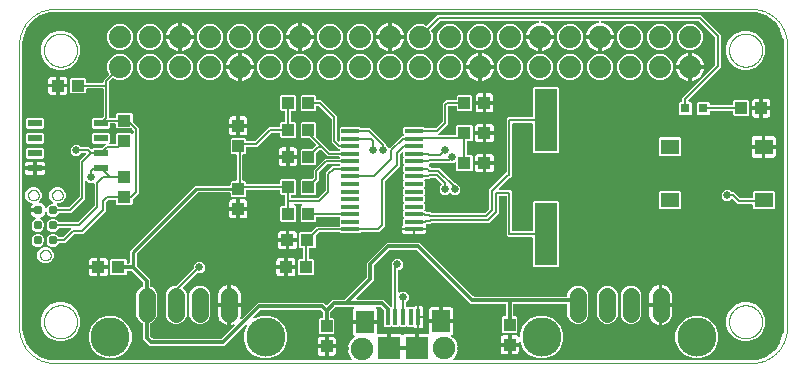
<source format=gtl>
G04 EAGLE Gerber RS-274X export*
G75*
%MOMM*%
%FSLAX34Y34*%
%LPD*%
%INTop copper*%
%IPPOS*%
%AMOC8*
5,1,8,0,0,1.08239X$1,22.5*%
G01*
%ADD10C,0.000000*%
%ADD11R,1.100000X1.000000*%
%ADD12R,1.000000X1.100000*%
%ADD13R,1.500000X0.350000*%
%ADD14R,1.930400X5.334000*%
%ADD15R,0.350000X1.400000*%
%ADD16R,1.546000X1.900000*%
%ADD17R,1.900000X1.900000*%
%ADD18C,1.800000*%
%ADD19C,1.900000*%
%ADD20C,1.458000*%
%ADD21C,3.316000*%
%ADD22C,1.879600*%
%ADD23R,1.200000X0.600000*%
%ADD24C,0.787400*%
%ADD25R,1.550000X1.300000*%
%ADD26R,0.800000X0.800000*%
%ADD27C,0.200000*%
%ADD28C,0.654800*%
%ADD29C,0.152400*%
%ADD30C,0.304800*%
%ADD31C,0.254000*%

G36*
X281462Y2601D02*
X281462Y2601D01*
X281534Y2603D01*
X281583Y2621D01*
X281634Y2629D01*
X281698Y2663D01*
X281765Y2687D01*
X281806Y2720D01*
X281852Y2744D01*
X281901Y2796D01*
X281957Y2841D01*
X281985Y2885D01*
X282021Y2923D01*
X282051Y2988D01*
X282090Y3048D01*
X282103Y3099D01*
X282125Y3146D01*
X282133Y3217D01*
X282150Y3287D01*
X282146Y3338D01*
X282152Y3390D01*
X282137Y3460D01*
X282131Y3532D01*
X282111Y3580D01*
X282100Y3631D01*
X282063Y3692D01*
X282035Y3758D01*
X281990Y3814D01*
X281973Y3842D01*
X281956Y3857D01*
X281930Y3889D01*
X281145Y4674D01*
X280077Y6143D01*
X279253Y7762D01*
X278691Y9490D01*
X278492Y10752D01*
X278531Y10775D01*
X278622Y10824D01*
X278636Y10838D01*
X278653Y10848D01*
X278720Y10927D01*
X278792Y11002D01*
X278800Y11020D01*
X278813Y11035D01*
X278851Y11131D01*
X278895Y11225D01*
X278897Y11245D01*
X278905Y11263D01*
X278923Y11430D01*
X278923Y12954D01*
X278920Y12974D01*
X278922Y12993D01*
X278900Y13095D01*
X278884Y13197D01*
X278874Y13214D01*
X278870Y13234D01*
X278817Y13323D01*
X278768Y13414D01*
X278754Y13428D01*
X278744Y13445D01*
X278665Y13512D01*
X278590Y13583D01*
X278572Y13592D01*
X278557Y13605D01*
X278491Y13631D01*
X278691Y14894D01*
X279253Y16622D01*
X280077Y18241D01*
X281145Y19710D01*
X282430Y20995D01*
X283757Y21959D01*
X283797Y21999D01*
X283842Y22031D01*
X283883Y22086D01*
X283930Y22134D01*
X283955Y22184D01*
X283988Y22229D01*
X284009Y22294D01*
X284039Y22355D01*
X284046Y22410D01*
X284063Y22464D01*
X284062Y22532D01*
X284071Y22599D01*
X284060Y22654D01*
X284059Y22710D01*
X284037Y22774D01*
X284024Y22840D01*
X283996Y22889D01*
X283977Y22941D01*
X283935Y22995D01*
X283902Y23054D01*
X283860Y23091D01*
X283826Y23135D01*
X283741Y23197D01*
X283718Y23218D01*
X283707Y23223D01*
X283691Y23234D01*
X283198Y23519D01*
X282725Y23992D01*
X282390Y24571D01*
X282217Y25218D01*
X282217Y33529D01*
X291726Y33529D01*
X291746Y33532D01*
X291765Y33530D01*
X291867Y33552D01*
X291969Y33569D01*
X291986Y33578D01*
X292006Y33582D01*
X292095Y33635D01*
X292186Y33684D01*
X292200Y33698D01*
X292217Y33708D01*
X292284Y33787D01*
X292355Y33862D01*
X292364Y33880D01*
X292377Y33895D01*
X292416Y33991D01*
X292459Y34085D01*
X292461Y34105D01*
X292469Y34123D01*
X292487Y34290D01*
X292487Y35814D01*
X292484Y35834D01*
X292486Y35853D01*
X292464Y35955D01*
X292447Y36057D01*
X292438Y36074D01*
X292434Y36094D01*
X292381Y36183D01*
X292332Y36274D01*
X292318Y36288D01*
X292308Y36305D01*
X292229Y36372D01*
X292154Y36443D01*
X292136Y36452D01*
X292121Y36465D01*
X292025Y36504D01*
X291931Y36547D01*
X291911Y36549D01*
X291893Y36557D01*
X291726Y36575D01*
X282217Y36575D01*
X282217Y44886D01*
X282390Y45533D01*
X282725Y46112D01*
X283065Y46452D01*
X283106Y46510D01*
X283156Y46562D01*
X283178Y46609D01*
X283208Y46651D01*
X283229Y46720D01*
X283259Y46785D01*
X283265Y46837D01*
X283281Y46887D01*
X283279Y46958D01*
X283287Y47029D01*
X283275Y47080D01*
X283274Y47132D01*
X283250Y47200D01*
X283234Y47270D01*
X283208Y47315D01*
X283190Y47363D01*
X283145Y47419D01*
X283108Y47481D01*
X283069Y47515D01*
X283036Y47555D01*
X282976Y47594D01*
X282921Y47641D01*
X282873Y47660D01*
X282829Y47688D01*
X282760Y47706D01*
X282693Y47733D01*
X282622Y47741D01*
X282591Y47749D01*
X282567Y47747D01*
X282526Y47751D01*
X268278Y47751D01*
X268188Y47737D01*
X268097Y47729D01*
X268067Y47717D01*
X268035Y47712D01*
X267955Y47669D01*
X267871Y47633D01*
X267839Y47607D01*
X267818Y47596D01*
X267796Y47573D01*
X267740Y47528D01*
X263622Y43410D01*
X263569Y43336D01*
X263509Y43267D01*
X263497Y43237D01*
X263478Y43210D01*
X263451Y43123D01*
X263417Y43039D01*
X263413Y42998D01*
X263406Y42975D01*
X263407Y42943D01*
X263399Y42872D01*
X263399Y39146D01*
X263402Y39126D01*
X263400Y39107D01*
X263422Y39005D01*
X263438Y38903D01*
X263448Y38886D01*
X263452Y38866D01*
X263505Y38777D01*
X263554Y38686D01*
X263568Y38672D01*
X263578Y38655D01*
X263657Y38588D01*
X263732Y38516D01*
X263750Y38508D01*
X263765Y38495D01*
X263861Y38456D01*
X263955Y38413D01*
X263975Y38411D01*
X263993Y38403D01*
X264160Y38385D01*
X265982Y38385D01*
X266875Y37492D01*
X266875Y25228D01*
X265982Y24335D01*
X254718Y24335D01*
X253825Y25228D01*
X253825Y37492D01*
X254718Y38385D01*
X256540Y38385D01*
X256560Y38388D01*
X256579Y38386D01*
X256681Y38408D01*
X256783Y38424D01*
X256800Y38434D01*
X256820Y38438D01*
X256909Y38491D01*
X257000Y38540D01*
X257014Y38554D01*
X257031Y38564D01*
X257098Y38643D01*
X257170Y38718D01*
X257178Y38736D01*
X257191Y38751D01*
X257230Y38847D01*
X257273Y38941D01*
X257275Y38961D01*
X257283Y38979D01*
X257301Y39146D01*
X257301Y42872D01*
X257287Y42962D01*
X257279Y43053D01*
X257267Y43083D01*
X257262Y43115D01*
X257219Y43195D01*
X257183Y43279D01*
X257157Y43311D01*
X257146Y43332D01*
X257123Y43354D01*
X257078Y43410D01*
X255500Y44988D01*
X255426Y45041D01*
X255357Y45101D01*
X255327Y45113D01*
X255300Y45132D01*
X255213Y45159D01*
X255129Y45193D01*
X255088Y45197D01*
X255065Y45204D01*
X255033Y45203D01*
X254962Y45211D01*
X204778Y45211D01*
X204688Y45197D01*
X204597Y45189D01*
X204567Y45177D01*
X204535Y45172D01*
X204455Y45129D01*
X204371Y45093D01*
X204339Y45067D01*
X204318Y45056D01*
X204296Y45033D01*
X204240Y44988D01*
X198474Y39223D01*
X198418Y39144D01*
X198355Y39069D01*
X198346Y39044D01*
X198331Y39023D01*
X198302Y38930D01*
X198267Y38839D01*
X198266Y38813D01*
X198258Y38788D01*
X198261Y38691D01*
X198257Y38593D01*
X198264Y38568D01*
X198265Y38542D01*
X198298Y38451D01*
X198325Y38357D01*
X198340Y38336D01*
X198349Y38311D01*
X198410Y38235D01*
X198466Y38155D01*
X198487Y38139D01*
X198503Y38119D01*
X198585Y38066D01*
X198663Y38008D01*
X198688Y38000D01*
X198710Y37986D01*
X198804Y37962D01*
X198897Y37932D01*
X198923Y37932D01*
X198948Y37926D01*
X199045Y37934D01*
X199143Y37934D01*
X199174Y37944D01*
X199194Y37945D01*
X199224Y37958D01*
X199304Y37981D01*
X204974Y40330D01*
X212176Y40330D01*
X218831Y37573D01*
X223923Y32481D01*
X226680Y25826D01*
X226680Y18624D01*
X223923Y11969D01*
X218831Y6877D01*
X212176Y4120D01*
X204974Y4120D01*
X198319Y6877D01*
X193227Y11969D01*
X190470Y18624D01*
X190470Y25826D01*
X192819Y31496D01*
X192841Y31591D01*
X192870Y31684D01*
X192869Y31710D01*
X192875Y31736D01*
X192866Y31832D01*
X192863Y31930D01*
X192854Y31954D01*
X192852Y31980D01*
X192812Y32069D01*
X192779Y32161D01*
X192762Y32181D01*
X192752Y32205D01*
X192686Y32277D01*
X192625Y32353D01*
X192603Y32367D01*
X192585Y32386D01*
X192500Y32433D01*
X192418Y32486D01*
X192393Y32492D01*
X192370Y32505D01*
X192274Y32522D01*
X192180Y32546D01*
X192154Y32544D01*
X192128Y32549D01*
X192031Y32534D01*
X191934Y32527D01*
X191910Y32517D01*
X191885Y32513D01*
X191798Y32468D01*
X191708Y32430D01*
X191683Y32410D01*
X191665Y32401D01*
X191642Y32378D01*
X191577Y32326D01*
X173983Y14731D01*
X110497Y14731D01*
X104826Y20402D01*
X104826Y33248D01*
X104807Y33363D01*
X104790Y33479D01*
X104788Y33485D01*
X104787Y33491D01*
X104732Y33594D01*
X104679Y33698D01*
X104674Y33703D01*
X104671Y33708D01*
X104587Y33788D01*
X104503Y33871D01*
X104497Y33874D01*
X104493Y33878D01*
X104476Y33885D01*
X104356Y33951D01*
X102882Y34562D01*
X100402Y37042D01*
X99060Y40282D01*
X99060Y58368D01*
X100402Y61608D01*
X102882Y64088D01*
X104356Y64699D01*
X104456Y64760D01*
X104556Y64820D01*
X104560Y64825D01*
X104565Y64828D01*
X104640Y64918D01*
X104716Y65007D01*
X104718Y65013D01*
X104722Y65018D01*
X104764Y65126D01*
X104808Y65235D01*
X104809Y65243D01*
X104810Y65247D01*
X104811Y65266D01*
X104826Y65402D01*
X104826Y68347D01*
X104812Y68437D01*
X104804Y68528D01*
X104792Y68558D01*
X104787Y68590D01*
X104744Y68670D01*
X104708Y68754D01*
X104682Y68786D01*
X104671Y68807D01*
X104648Y68829D01*
X104603Y68885D01*
X95480Y78008D01*
X95406Y78061D01*
X95337Y78121D01*
X95307Y78133D01*
X95280Y78152D01*
X95193Y78179D01*
X95109Y78213D01*
X95068Y78217D01*
X95045Y78224D01*
X95013Y78223D01*
X94942Y78231D01*
X91851Y78231D01*
X91831Y78228D01*
X91812Y78230D01*
X91710Y78208D01*
X91608Y78192D01*
X91591Y78182D01*
X91571Y78178D01*
X91482Y78125D01*
X91391Y78076D01*
X91377Y78062D01*
X91360Y78052D01*
X91293Y77973D01*
X91221Y77898D01*
X91213Y77880D01*
X91200Y77865D01*
X91161Y77769D01*
X91118Y77675D01*
X91116Y77655D01*
X91108Y77637D01*
X91090Y77470D01*
X91090Y75648D01*
X90197Y74755D01*
X77933Y74755D01*
X77040Y75648D01*
X77040Y86912D01*
X77933Y87805D01*
X90197Y87805D01*
X91090Y86912D01*
X91090Y85090D01*
X91093Y85070D01*
X91091Y85051D01*
X91113Y84949D01*
X91129Y84847D01*
X91139Y84830D01*
X91143Y84810D01*
X91196Y84721D01*
X91245Y84630D01*
X91259Y84616D01*
X91269Y84599D01*
X91348Y84532D01*
X91423Y84460D01*
X91441Y84452D01*
X91456Y84439D01*
X91552Y84400D01*
X91646Y84357D01*
X91666Y84355D01*
X91684Y84347D01*
X91851Y84329D01*
X92964Y84329D01*
X92984Y84332D01*
X93003Y84330D01*
X93105Y84352D01*
X93207Y84368D01*
X93224Y84378D01*
X93244Y84382D01*
X93333Y84435D01*
X93424Y84484D01*
X93438Y84498D01*
X93455Y84508D01*
X93522Y84587D01*
X93594Y84662D01*
X93602Y84680D01*
X93615Y84695D01*
X93654Y84791D01*
X93697Y84885D01*
X93699Y84905D01*
X93707Y84923D01*
X93725Y85090D01*
X93725Y95138D01*
X148947Y150360D01*
X178134Y150360D01*
X178154Y150363D01*
X178173Y150361D01*
X178275Y150383D01*
X178377Y150399D01*
X178394Y150409D01*
X178414Y150413D01*
X178503Y150466D01*
X178594Y150515D01*
X178608Y150529D01*
X178625Y150539D01*
X178692Y150618D01*
X178764Y150693D01*
X178772Y150711D01*
X178785Y150726D01*
X178824Y150822D01*
X178867Y150916D01*
X178869Y150936D01*
X178877Y150954D01*
X178895Y151121D01*
X178895Y153697D01*
X179788Y154590D01*
X183520Y154590D01*
X183539Y154593D01*
X183559Y154591D01*
X183660Y154613D01*
X183762Y154629D01*
X183780Y154639D01*
X183799Y154643D01*
X183888Y154696D01*
X183980Y154745D01*
X183993Y154759D01*
X184010Y154769D01*
X184078Y154848D01*
X184149Y154923D01*
X184157Y154941D01*
X184170Y154956D01*
X184209Y155052D01*
X184253Y155146D01*
X184255Y155166D01*
X184262Y155184D01*
X184281Y155351D01*
X184281Y176119D01*
X184278Y176139D01*
X184280Y176158D01*
X184258Y176260D01*
X184241Y176362D01*
X184232Y176379D01*
X184227Y176399D01*
X184174Y176488D01*
X184126Y176579D01*
X184112Y176593D01*
X184101Y176610D01*
X184023Y176677D01*
X183948Y176749D01*
X183930Y176757D01*
X183914Y176770D01*
X183818Y176809D01*
X183725Y176852D01*
X183705Y176854D01*
X183686Y176862D01*
X183520Y176880D01*
X179788Y176880D01*
X178895Y177773D01*
X178895Y190037D01*
X179788Y190930D01*
X191052Y190930D01*
X191945Y190037D01*
X191945Y188468D01*
X191948Y188448D01*
X191946Y188429D01*
X191968Y188327D01*
X191984Y188225D01*
X191994Y188208D01*
X191998Y188188D01*
X192051Y188099D01*
X192100Y188008D01*
X192114Y187994D01*
X192124Y187977D01*
X192203Y187910D01*
X192278Y187838D01*
X192296Y187830D01*
X192311Y187817D01*
X192407Y187778D01*
X192501Y187735D01*
X192521Y187733D01*
X192539Y187725D01*
X192706Y187707D01*
X199397Y187707D01*
X199488Y187721D01*
X199578Y187729D01*
X199608Y187741D01*
X199640Y187746D01*
X199721Y187789D01*
X199805Y187825D01*
X199837Y187851D01*
X199858Y187862D01*
X199880Y187885D01*
X199936Y187930D01*
X211778Y199772D01*
X220434Y199772D01*
X220454Y199775D01*
X220473Y199773D01*
X220575Y199795D01*
X220677Y199811D01*
X220694Y199821D01*
X220714Y199825D01*
X220803Y199878D01*
X220894Y199927D01*
X220908Y199941D01*
X220925Y199951D01*
X220992Y200030D01*
X221064Y200105D01*
X221072Y200123D01*
X221085Y200138D01*
X221124Y200234D01*
X221167Y200328D01*
X221169Y200348D01*
X221177Y200366D01*
X221195Y200533D01*
X221195Y203617D01*
X222088Y204510D01*
X224672Y204510D01*
X224692Y204513D01*
X224711Y204511D01*
X224813Y204533D01*
X224915Y204549D01*
X224932Y204559D01*
X224952Y204563D01*
X225041Y204616D01*
X225132Y204665D01*
X225146Y204679D01*
X225163Y204689D01*
X225230Y204768D01*
X225302Y204843D01*
X225310Y204861D01*
X225323Y204876D01*
X225362Y204972D01*
X225405Y205066D01*
X225407Y205086D01*
X225415Y205104D01*
X225433Y205271D01*
X225433Y212559D01*
X225430Y212579D01*
X225432Y212598D01*
X225410Y212700D01*
X225394Y212802D01*
X225384Y212819D01*
X225380Y212839D01*
X225327Y212928D01*
X225278Y213019D01*
X225264Y213033D01*
X225254Y213050D01*
X225175Y213117D01*
X225100Y213189D01*
X225082Y213197D01*
X225067Y213210D01*
X224971Y213249D01*
X224877Y213292D01*
X224857Y213294D01*
X224839Y213302D01*
X224672Y213320D01*
X222088Y213320D01*
X221195Y214213D01*
X221195Y226477D01*
X222088Y227370D01*
X233352Y227370D01*
X234245Y226477D01*
X234245Y214213D01*
X233352Y213320D01*
X230768Y213320D01*
X230748Y213317D01*
X230729Y213319D01*
X230627Y213297D01*
X230525Y213281D01*
X230508Y213271D01*
X230488Y213267D01*
X230399Y213214D01*
X230308Y213165D01*
X230294Y213151D01*
X230277Y213141D01*
X230210Y213062D01*
X230138Y212987D01*
X230130Y212969D01*
X230117Y212954D01*
X230078Y212858D01*
X230035Y212764D01*
X230033Y212744D01*
X230025Y212726D01*
X230007Y212559D01*
X230007Y205271D01*
X230010Y205251D01*
X230008Y205232D01*
X230030Y205130D01*
X230046Y205028D01*
X230056Y205011D01*
X230060Y204991D01*
X230113Y204902D01*
X230162Y204811D01*
X230176Y204797D01*
X230186Y204780D01*
X230265Y204713D01*
X230340Y204641D01*
X230358Y204633D01*
X230373Y204620D01*
X230469Y204581D01*
X230563Y204538D01*
X230583Y204536D01*
X230601Y204528D01*
X230768Y204510D01*
X233352Y204510D01*
X234245Y203617D01*
X234245Y191353D01*
X233352Y190460D01*
X222088Y190460D01*
X221195Y191353D01*
X221195Y194437D01*
X221193Y194452D01*
X221194Y194464D01*
X221193Y194468D01*
X221194Y194476D01*
X221172Y194578D01*
X221156Y194680D01*
X221146Y194697D01*
X221142Y194717D01*
X221089Y194806D01*
X221040Y194897D01*
X221026Y194911D01*
X221016Y194928D01*
X220937Y194995D01*
X220862Y195067D01*
X220844Y195075D01*
X220829Y195088D01*
X220733Y195127D01*
X220639Y195170D01*
X220619Y195172D01*
X220601Y195180D01*
X220434Y195198D01*
X213988Y195198D01*
X213897Y195184D01*
X213807Y195176D01*
X213777Y195164D01*
X213745Y195159D01*
X213664Y195116D01*
X213580Y195080D01*
X213548Y195054D01*
X213527Y195043D01*
X213516Y195032D01*
X213515Y195031D01*
X213503Y195018D01*
X213449Y194975D01*
X201607Y183133D01*
X192706Y183133D01*
X192686Y183130D01*
X192667Y183132D01*
X192565Y183110D01*
X192463Y183094D01*
X192446Y183084D01*
X192426Y183080D01*
X192337Y183027D01*
X192246Y182978D01*
X192232Y182964D01*
X192215Y182954D01*
X192148Y182875D01*
X192076Y182800D01*
X192068Y182782D01*
X192055Y182767D01*
X192016Y182671D01*
X191973Y182577D01*
X191971Y182557D01*
X191963Y182539D01*
X191945Y182372D01*
X191945Y177773D01*
X191052Y176880D01*
X189615Y176880D01*
X189596Y176877D01*
X189576Y176879D01*
X189475Y176857D01*
X189373Y176841D01*
X189355Y176831D01*
X189336Y176827D01*
X189247Y176774D01*
X189155Y176725D01*
X189142Y176711D01*
X189125Y176701D01*
X189057Y176622D01*
X188986Y176547D01*
X188978Y176529D01*
X188965Y176514D01*
X188926Y176417D01*
X188882Y176324D01*
X188880Y176304D01*
X188873Y176286D01*
X188854Y176119D01*
X188854Y155351D01*
X188857Y155331D01*
X188855Y155312D01*
X188877Y155210D01*
X188894Y155108D01*
X188903Y155091D01*
X188908Y155071D01*
X188961Y154982D01*
X189009Y154891D01*
X189023Y154877D01*
X189034Y154860D01*
X189112Y154793D01*
X189187Y154721D01*
X189205Y154713D01*
X189221Y154700D01*
X189317Y154661D01*
X189410Y154618D01*
X189430Y154616D01*
X189449Y154608D01*
X189615Y154590D01*
X191052Y154590D01*
X191945Y153697D01*
X191945Y152273D01*
X191948Y152253D01*
X191946Y152234D01*
X191968Y152132D01*
X191984Y152030D01*
X191994Y152013D01*
X191998Y151993D01*
X192051Y151904D01*
X192100Y151813D01*
X192114Y151799D01*
X192124Y151782D01*
X192203Y151715D01*
X192278Y151643D01*
X192296Y151635D01*
X192311Y151622D01*
X192407Y151583D01*
X192501Y151540D01*
X192521Y151538D01*
X192539Y151530D01*
X192706Y151512D01*
X220434Y151512D01*
X220454Y151515D01*
X220473Y151513D01*
X220575Y151535D01*
X220677Y151551D01*
X220694Y151561D01*
X220714Y151565D01*
X220803Y151618D01*
X220894Y151667D01*
X220908Y151681D01*
X220925Y151691D01*
X220992Y151770D01*
X221064Y151845D01*
X221072Y151863D01*
X221085Y151878D01*
X221124Y151974D01*
X221167Y152068D01*
X221169Y152088D01*
X221177Y152106D01*
X221195Y152273D01*
X221195Y155357D01*
X222088Y156250D01*
X233352Y156250D01*
X234245Y155357D01*
X234245Y143093D01*
X233352Y142200D01*
X230768Y142200D01*
X230748Y142197D01*
X230729Y142199D01*
X230627Y142177D01*
X230525Y142161D01*
X230508Y142151D01*
X230488Y142147D01*
X230399Y142094D01*
X230308Y142045D01*
X230294Y142031D01*
X230277Y142021D01*
X230210Y141942D01*
X230138Y141867D01*
X230130Y141849D01*
X230117Y141834D01*
X230078Y141738D01*
X230035Y141644D01*
X230033Y141624D01*
X230025Y141606D01*
X230007Y141439D01*
X230007Y140208D01*
X230010Y140188D01*
X230008Y140169D01*
X230030Y140067D01*
X230046Y139965D01*
X230056Y139948D01*
X230060Y139928D01*
X230113Y139839D01*
X230162Y139748D01*
X230176Y139734D01*
X230186Y139717D01*
X230265Y139650D01*
X230340Y139578D01*
X230358Y139570D01*
X230373Y139557D01*
X230469Y139518D01*
X230563Y139475D01*
X230583Y139473D01*
X230601Y139465D01*
X230768Y139447D01*
X252737Y139447D01*
X252828Y139461D01*
X252918Y139469D01*
X252948Y139481D01*
X252980Y139486D01*
X253061Y139529D01*
X253145Y139565D01*
X253177Y139591D01*
X253198Y139602D01*
X253220Y139625D01*
X253276Y139670D01*
X259110Y145504D01*
X259163Y145578D01*
X259223Y145648D01*
X259235Y145678D01*
X259254Y145704D01*
X259281Y145791D01*
X259315Y145876D01*
X259319Y145917D01*
X259326Y145939D01*
X259325Y145971D01*
X259333Y146043D01*
X259333Y160967D01*
X265193Y166827D01*
X270905Y166827D01*
X270995Y166841D01*
X271086Y166849D01*
X271116Y166861D01*
X271148Y166866D01*
X271228Y166909D01*
X271312Y166945D01*
X271345Y166971D01*
X271365Y166982D01*
X271387Y167005D01*
X271443Y167050D01*
X271595Y167202D01*
X271607Y167218D01*
X271623Y167230D01*
X271679Y167318D01*
X271739Y167401D01*
X271745Y167420D01*
X271756Y167437D01*
X271781Y167538D01*
X271811Y167636D01*
X271811Y167656D01*
X271816Y167676D01*
X271808Y167779D01*
X271805Y167882D01*
X271798Y167901D01*
X271797Y167921D01*
X271756Y168016D01*
X271721Y168113D01*
X271708Y168129D01*
X271700Y168147D01*
X271595Y168278D01*
X271443Y168430D01*
X271369Y168483D01*
X271300Y168543D01*
X271270Y168555D01*
X271244Y168574D01*
X271157Y168601D01*
X271072Y168635D01*
X271031Y168639D01*
X271009Y168646D01*
X270976Y168645D01*
X270905Y168653D01*
X261103Y168653D01*
X261012Y168639D01*
X260922Y168631D01*
X260892Y168619D01*
X260860Y168614D01*
X260779Y168571D01*
X260695Y168535D01*
X260663Y168509D01*
X260642Y168498D01*
X260620Y168475D01*
X260564Y168430D01*
X253970Y161836D01*
X253917Y161762D01*
X253857Y161692D01*
X253845Y161662D01*
X253826Y161636D01*
X253799Y161549D01*
X253765Y161464D01*
X253761Y161423D01*
X253754Y161401D01*
X253755Y161369D01*
X253747Y161297D01*
X253747Y155018D01*
X251468Y152739D01*
X251415Y152665D01*
X251355Y152595D01*
X251343Y152565D01*
X251324Y152539D01*
X251297Y152452D01*
X251263Y152367D01*
X251259Y152326D01*
X251252Y152304D01*
X251253Y152272D01*
X251245Y152200D01*
X251245Y143093D01*
X250352Y142200D01*
X239088Y142200D01*
X238195Y143093D01*
X238195Y155357D01*
X239088Y156250D01*
X248195Y156250D01*
X248286Y156264D01*
X248376Y156272D01*
X248406Y156284D01*
X248438Y156289D01*
X248519Y156332D01*
X248603Y156368D01*
X248635Y156394D01*
X248656Y156405D01*
X248678Y156428D01*
X248734Y156473D01*
X248950Y156689D01*
X249003Y156763D01*
X249063Y156833D01*
X249075Y156863D01*
X249094Y156889D01*
X249121Y156976D01*
X249155Y157061D01*
X249159Y157102D01*
X249166Y157124D01*
X249165Y157156D01*
X249173Y157228D01*
X249173Y163507D01*
X258893Y173227D01*
X270905Y173227D01*
X270995Y173241D01*
X271086Y173249D01*
X271116Y173261D01*
X271148Y173266D01*
X271228Y173309D01*
X271312Y173345D01*
X271345Y173371D01*
X271365Y173382D01*
X271387Y173405D01*
X271443Y173450D01*
X271595Y173602D01*
X271607Y173618D01*
X271623Y173630D01*
X271679Y173718D01*
X271739Y173801D01*
X271745Y173820D01*
X271756Y173837D01*
X271781Y173938D01*
X271811Y174036D01*
X271811Y174056D01*
X271816Y174076D01*
X271808Y174179D01*
X271805Y174282D01*
X271798Y174301D01*
X271797Y174321D01*
X271756Y174416D01*
X271721Y174513D01*
X271708Y174529D01*
X271700Y174547D01*
X271595Y174678D01*
X271443Y174830D01*
X271369Y174883D01*
X271300Y174943D01*
X271270Y174955D01*
X271244Y174974D01*
X271157Y175001D01*
X271072Y175035D01*
X271031Y175039D01*
X271009Y175046D01*
X270976Y175045D01*
X270905Y175053D01*
X261133Y175053D01*
X255816Y180370D01*
X255742Y180423D01*
X255672Y180483D01*
X255642Y180495D01*
X255616Y180514D01*
X255529Y180541D01*
X255444Y180575D01*
X255403Y180579D01*
X255381Y180586D01*
X255349Y180585D01*
X255277Y180593D01*
X254238Y180593D01*
X254147Y180579D01*
X254057Y180571D01*
X254027Y180559D01*
X253995Y180554D01*
X253914Y180511D01*
X253830Y180475D01*
X253798Y180449D01*
X253777Y180438D01*
X253755Y180415D01*
X253699Y180370D01*
X251468Y178139D01*
X251415Y178065D01*
X251355Y177995D01*
X251343Y177965D01*
X251324Y177939D01*
X251297Y177852D01*
X251263Y177767D01*
X251259Y177726D01*
X251252Y177704D01*
X251253Y177672D01*
X251245Y177600D01*
X251245Y168493D01*
X250352Y167600D01*
X239088Y167600D01*
X238195Y168493D01*
X238195Y180757D01*
X239088Y181650D01*
X248195Y181650D01*
X248286Y181664D01*
X248376Y181672D01*
X248406Y181684D01*
X248438Y181689D01*
X248519Y181732D01*
X248603Y181768D01*
X248635Y181794D01*
X248656Y181805D01*
X248678Y181828D01*
X248734Y181873D01*
X250985Y184124D01*
X250997Y184140D01*
X251012Y184153D01*
X251069Y184240D01*
X251129Y184324D01*
X251135Y184343D01*
X251145Y184360D01*
X251171Y184460D01*
X251201Y184559D01*
X251201Y184579D01*
X251206Y184598D01*
X251198Y184701D01*
X251195Y184805D01*
X251188Y184824D01*
X251186Y184844D01*
X251146Y184938D01*
X251110Y185036D01*
X251098Y185052D01*
X251090Y185070D01*
X250985Y185201D01*
X245949Y190237D01*
X245875Y190290D01*
X245805Y190350D01*
X245775Y190362D01*
X245749Y190381D01*
X245662Y190408D01*
X245577Y190442D01*
X245536Y190446D01*
X245514Y190453D01*
X245482Y190452D01*
X245410Y190460D01*
X239088Y190460D01*
X238195Y191353D01*
X238195Y203617D01*
X239088Y204510D01*
X250352Y204510D01*
X251245Y203617D01*
X251245Y191725D01*
X251259Y191634D01*
X251267Y191544D01*
X251279Y191514D01*
X251284Y191482D01*
X251327Y191401D01*
X251363Y191317D01*
X251389Y191285D01*
X251400Y191264D01*
X251423Y191242D01*
X251468Y191186D01*
X262804Y179850D01*
X262878Y179797D01*
X262948Y179737D01*
X262978Y179725D01*
X263004Y179706D01*
X263091Y179679D01*
X263176Y179645D01*
X263217Y179641D01*
X263239Y179634D01*
X263271Y179635D01*
X263343Y179627D01*
X270905Y179627D01*
X270995Y179641D01*
X271086Y179649D01*
X271116Y179661D01*
X271148Y179666D01*
X271229Y179709D01*
X271312Y179745D01*
X271345Y179771D01*
X271365Y179782D01*
X271387Y179805D01*
X271443Y179850D01*
X271595Y180002D01*
X271607Y180018D01*
X271623Y180030D01*
X271679Y180118D01*
X271739Y180201D01*
X271745Y180220D01*
X271756Y180237D01*
X271781Y180338D01*
X271811Y180437D01*
X271811Y180456D01*
X271816Y180476D01*
X271808Y180579D01*
X271805Y180682D01*
X271798Y180701D01*
X271797Y180721D01*
X271756Y180816D01*
X271721Y180913D01*
X271708Y180929D01*
X271700Y180947D01*
X271595Y181078D01*
X271443Y181230D01*
X271369Y181283D01*
X271300Y181343D01*
X271270Y181355D01*
X271244Y181374D01*
X271157Y181401D01*
X271072Y181435D01*
X271031Y181439D01*
X271009Y181446D01*
X270976Y181445D01*
X270905Y181453D01*
X269973Y181453D01*
X264413Y187013D01*
X264413Y207017D01*
X264399Y207108D01*
X264391Y207198D01*
X264379Y207228D01*
X264374Y207260D01*
X264331Y207341D01*
X264295Y207425D01*
X264269Y207457D01*
X264258Y207478D01*
X264235Y207500D01*
X264190Y207556D01*
X253911Y217835D01*
X253837Y217888D01*
X253767Y217948D01*
X253737Y217960D01*
X253711Y217979D01*
X253624Y218006D01*
X253539Y218040D01*
X253498Y218044D01*
X253476Y218051D01*
X253444Y218050D01*
X253372Y218058D01*
X252006Y218058D01*
X251986Y218055D01*
X251967Y218057D01*
X251865Y218035D01*
X251763Y218019D01*
X251746Y218009D01*
X251726Y218005D01*
X251637Y217952D01*
X251546Y217903D01*
X251532Y217889D01*
X251515Y217879D01*
X251448Y217800D01*
X251376Y217725D01*
X251368Y217707D01*
X251355Y217692D01*
X251316Y217596D01*
X251273Y217502D01*
X251271Y217482D01*
X251263Y217464D01*
X251245Y217297D01*
X251245Y214213D01*
X250352Y213320D01*
X239088Y213320D01*
X238195Y214213D01*
X238195Y226477D01*
X239088Y227370D01*
X250352Y227370D01*
X251245Y226477D01*
X251245Y223393D01*
X251248Y223373D01*
X251246Y223354D01*
X251268Y223252D01*
X251284Y223150D01*
X251294Y223133D01*
X251298Y223113D01*
X251351Y223024D01*
X251400Y222933D01*
X251414Y222919D01*
X251424Y222902D01*
X251503Y222835D01*
X251578Y222763D01*
X251596Y222755D01*
X251611Y222742D01*
X251707Y222703D01*
X251801Y222660D01*
X251821Y222658D01*
X251839Y222650D01*
X252006Y222632D01*
X255582Y222632D01*
X268987Y209227D01*
X268987Y189223D01*
X269001Y189133D01*
X269009Y189042D01*
X269021Y189012D01*
X269026Y188980D01*
X269069Y188899D01*
X269105Y188815D01*
X269131Y188783D01*
X269142Y188762D01*
X269165Y188740D01*
X269210Y188684D01*
X270016Y187878D01*
X270074Y187836D01*
X270126Y187787D01*
X270173Y187765D01*
X270215Y187735D01*
X270284Y187714D01*
X270349Y187683D01*
X270401Y187678D01*
X270451Y187662D01*
X270522Y187664D01*
X270593Y187656D01*
X270644Y187667D01*
X270696Y187669D01*
X270764Y187693D01*
X270834Y187708D01*
X270879Y187735D01*
X270927Y187753D01*
X270983Y187798D01*
X271045Y187835D01*
X271079Y187874D01*
X271119Y187907D01*
X271158Y187967D01*
X271205Y188022D01*
X271224Y188070D01*
X271252Y188114D01*
X271270Y188183D01*
X271297Y188250D01*
X271305Y188321D01*
X271313Y188352D01*
X271311Y188376D01*
X271315Y188416D01*
X271315Y192522D01*
X271595Y192802D01*
X271607Y192818D01*
X271623Y192830D01*
X271679Y192917D01*
X271739Y193001D01*
X271745Y193020D01*
X271756Y193037D01*
X271781Y193138D01*
X271811Y193236D01*
X271811Y193256D01*
X271816Y193276D01*
X271808Y193379D01*
X271805Y193482D01*
X271798Y193501D01*
X271797Y193521D01*
X271756Y193616D01*
X271721Y193713D01*
X271708Y193729D01*
X271700Y193747D01*
X271595Y193878D01*
X271315Y194158D01*
X271315Y198922D01*
X272208Y199815D01*
X288472Y199815D01*
X288999Y199288D01*
X289073Y199235D01*
X289142Y199175D01*
X289172Y199163D01*
X289198Y199144D01*
X289285Y199117D01*
X289370Y199083D01*
X289411Y199079D01*
X289433Y199072D01*
X289466Y199073D01*
X289537Y199065D01*
X297170Y199065D01*
X310317Y185918D01*
X310317Y184917D01*
X310331Y184827D01*
X310339Y184736D01*
X310351Y184706D01*
X310356Y184674D01*
X310399Y184594D01*
X310435Y184510D01*
X310461Y184478D01*
X310472Y184457D01*
X310495Y184435D01*
X310540Y184379D01*
X312614Y182304D01*
X312630Y182293D01*
X312643Y182277D01*
X312730Y182221D01*
X312814Y182161D01*
X312833Y182155D01*
X312849Y182144D01*
X312950Y182119D01*
X313049Y182089D01*
X313069Y182089D01*
X313088Y182084D01*
X313191Y182092D01*
X313295Y182095D01*
X313313Y182102D01*
X313333Y182103D01*
X313428Y182144D01*
X313526Y182179D01*
X313541Y182192D01*
X313560Y182200D01*
X313691Y182304D01*
X323813Y192427D01*
X324905Y192427D01*
X324995Y192441D01*
X325086Y192449D01*
X325116Y192461D01*
X325148Y192466D01*
X325229Y192509D01*
X325312Y192545D01*
X325345Y192571D01*
X325365Y192582D01*
X325387Y192605D01*
X325443Y192650D01*
X325595Y192802D01*
X325607Y192818D01*
X325623Y192830D01*
X325679Y192918D01*
X325739Y193001D01*
X325745Y193020D01*
X325756Y193037D01*
X325781Y193138D01*
X325811Y193237D01*
X325811Y193256D01*
X325816Y193276D01*
X325808Y193379D01*
X325805Y193482D01*
X325798Y193501D01*
X325797Y193521D01*
X325756Y193616D01*
X325721Y193713D01*
X325708Y193729D01*
X325700Y193747D01*
X325595Y193878D01*
X325315Y194158D01*
X325315Y198922D01*
X326208Y199815D01*
X342472Y199815D01*
X343237Y199050D01*
X343311Y198997D01*
X343380Y198937D01*
X343410Y198925D01*
X343436Y198906D01*
X343523Y198879D01*
X343608Y198845D01*
X343649Y198841D01*
X343671Y198834D01*
X343704Y198835D01*
X343775Y198827D01*
X352757Y198827D01*
X352848Y198841D01*
X352938Y198849D01*
X352968Y198861D01*
X353000Y198866D01*
X353081Y198909D01*
X353165Y198945D01*
X353197Y198971D01*
X353218Y198982D01*
X353240Y199005D01*
X353296Y199050D01*
X358170Y203924D01*
X358223Y203998D01*
X358283Y204068D01*
X358295Y204098D01*
X358314Y204124D01*
X358341Y204211D01*
X358375Y204296D01*
X358379Y204337D01*
X358386Y204359D01*
X358385Y204391D01*
X358393Y204463D01*
X358393Y219387D01*
X361638Y222632D01*
X369659Y222632D01*
X369679Y222635D01*
X369698Y222633D01*
X369800Y222655D01*
X369902Y222671D01*
X369919Y222681D01*
X369939Y222685D01*
X370028Y222738D01*
X370119Y222787D01*
X370133Y222801D01*
X370150Y222811D01*
X370217Y222890D01*
X370289Y222965D01*
X370297Y222983D01*
X370310Y222998D01*
X370349Y223094D01*
X370392Y223188D01*
X370394Y223208D01*
X370402Y223226D01*
X370420Y223393D01*
X370420Y226477D01*
X371313Y227370D01*
X382577Y227370D01*
X383470Y226477D01*
X383470Y214213D01*
X382577Y213320D01*
X371313Y213320D01*
X370420Y214213D01*
X370420Y217297D01*
X370417Y217317D01*
X370419Y217336D01*
X370397Y217438D01*
X370381Y217540D01*
X370371Y217557D01*
X370367Y217577D01*
X370314Y217666D01*
X370265Y217757D01*
X370251Y217771D01*
X370241Y217788D01*
X370162Y217855D01*
X370087Y217927D01*
X370069Y217935D01*
X370054Y217948D01*
X369958Y217987D01*
X369864Y218030D01*
X369844Y218032D01*
X369826Y218040D01*
X369659Y218058D01*
X363848Y218058D01*
X363757Y218044D01*
X363667Y218036D01*
X363637Y218024D01*
X363605Y218019D01*
X363524Y217976D01*
X363440Y217940D01*
X363408Y217914D01*
X363387Y217903D01*
X363365Y217880D01*
X363309Y217835D01*
X363190Y217716D01*
X363137Y217642D01*
X363077Y217572D01*
X363065Y217542D01*
X363046Y217516D01*
X363019Y217429D01*
X362985Y217344D01*
X362981Y217303D01*
X362974Y217281D01*
X362975Y217249D01*
X362967Y217177D01*
X362967Y202253D01*
X354800Y194086D01*
X354758Y194028D01*
X354709Y193976D01*
X354687Y193929D01*
X354657Y193887D01*
X354636Y193818D01*
X354605Y193753D01*
X354600Y193701D01*
X354584Y193651D01*
X354586Y193580D01*
X354578Y193509D01*
X354589Y193458D01*
X354591Y193406D01*
X354615Y193338D01*
X354630Y193268D01*
X354657Y193223D01*
X354675Y193175D01*
X354720Y193119D01*
X354757Y193057D01*
X354796Y193023D01*
X354829Y192983D01*
X354889Y192944D01*
X354944Y192897D01*
X354992Y192878D01*
X355036Y192850D01*
X355105Y192832D01*
X355172Y192805D01*
X355243Y192797D01*
X355274Y192789D01*
X355298Y192791D01*
X355338Y192787D01*
X369159Y192787D01*
X369179Y192790D01*
X369198Y192788D01*
X369300Y192810D01*
X369402Y192826D01*
X369419Y192836D01*
X369439Y192840D01*
X369528Y192893D01*
X369619Y192942D01*
X369633Y192956D01*
X369650Y192966D01*
X369717Y193045D01*
X369789Y193120D01*
X369797Y193138D01*
X369810Y193153D01*
X369849Y193249D01*
X369892Y193343D01*
X369894Y193363D01*
X369902Y193381D01*
X369920Y193548D01*
X369920Y200577D01*
X370813Y201470D01*
X383077Y201470D01*
X383970Y200577D01*
X383970Y189313D01*
X383077Y188420D01*
X379993Y188420D01*
X379973Y188417D01*
X379954Y188419D01*
X379852Y188397D01*
X379750Y188381D01*
X379733Y188371D01*
X379713Y188367D01*
X379624Y188314D01*
X379533Y188265D01*
X379519Y188251D01*
X379502Y188241D01*
X379435Y188162D01*
X379363Y188087D01*
X379355Y188069D01*
X379342Y188054D01*
X379303Y187958D01*
X379260Y187864D01*
X379258Y187844D01*
X379250Y187826D01*
X379232Y187659D01*
X379232Y176831D01*
X379235Y176811D01*
X379233Y176792D01*
X379255Y176690D01*
X379271Y176588D01*
X379281Y176571D01*
X379285Y176551D01*
X379338Y176462D01*
X379387Y176371D01*
X379401Y176357D01*
X379411Y176340D01*
X379490Y176273D01*
X379565Y176201D01*
X379583Y176193D01*
X379598Y176180D01*
X379694Y176141D01*
X379788Y176098D01*
X379808Y176096D01*
X379826Y176088D01*
X379993Y176070D01*
X383077Y176070D01*
X383970Y175177D01*
X383970Y163913D01*
X383077Y163020D01*
X370813Y163020D01*
X369920Y163913D01*
X369920Y169540D01*
X369909Y169611D01*
X369907Y169683D01*
X369889Y169732D01*
X369881Y169783D01*
X369847Y169846D01*
X369822Y169914D01*
X369790Y169955D01*
X369765Y170001D01*
X369713Y170050D01*
X369669Y170106D01*
X369625Y170134D01*
X369587Y170170D01*
X369522Y170200D01*
X369462Y170239D01*
X369411Y170252D01*
X369364Y170274D01*
X369293Y170281D01*
X369223Y170299D01*
X369171Y170295D01*
X369120Y170301D01*
X369049Y170285D01*
X368978Y170280D01*
X368930Y170259D01*
X368879Y170248D01*
X368818Y170212D01*
X368752Y170184D01*
X368696Y170139D01*
X368668Y170122D01*
X368653Y170104D01*
X368621Y170079D01*
X368375Y169833D01*
X364235Y169833D01*
X364232Y169835D01*
X364191Y169839D01*
X364168Y169846D01*
X364136Y169845D01*
X364065Y169853D01*
X348639Y169853D01*
X348549Y169839D01*
X348458Y169831D01*
X348428Y169819D01*
X348396Y169814D01*
X348316Y169771D01*
X348232Y169735D01*
X348200Y169709D01*
X348179Y169698D01*
X348157Y169675D01*
X348101Y169630D01*
X346749Y168278D01*
X346737Y168262D01*
X346722Y168250D01*
X346665Y168162D01*
X346605Y168079D01*
X346599Y168060D01*
X346589Y168043D01*
X346563Y167942D01*
X346533Y167843D01*
X346533Y167824D01*
X346529Y167804D01*
X346537Y167701D01*
X346539Y167598D01*
X346546Y167579D01*
X346548Y167559D01*
X346588Y167464D01*
X346624Y167367D01*
X346636Y167351D01*
X346644Y167333D01*
X346749Y167202D01*
X348101Y165850D01*
X348175Y165797D01*
X348244Y165737D01*
X348274Y165725D01*
X348301Y165706D01*
X348388Y165679D01*
X348472Y165645D01*
X348513Y165641D01*
X348536Y165634D01*
X348568Y165635D01*
X348639Y165627D01*
X356008Y165627D01*
X369293Y152342D01*
X369367Y152289D01*
X369436Y152229D01*
X369466Y152217D01*
X369492Y152198D01*
X369579Y152171D01*
X369664Y152137D01*
X369705Y152133D01*
X369727Y152126D01*
X369760Y152127D01*
X369831Y152119D01*
X370740Y152119D01*
X373551Y149308D01*
X373551Y145332D01*
X370740Y142521D01*
X366764Y142521D01*
X365254Y144031D01*
X365238Y144043D01*
X365226Y144058D01*
X365138Y144115D01*
X365055Y144175D01*
X365036Y144181D01*
X365019Y144191D01*
X364918Y144217D01*
X364819Y144247D01*
X364800Y144247D01*
X364780Y144252D01*
X364677Y144244D01*
X364574Y144241D01*
X364555Y144234D01*
X364535Y144232D01*
X364440Y144192D01*
X364343Y144156D01*
X364327Y144144D01*
X364309Y144136D01*
X364178Y144031D01*
X362668Y142521D01*
X358692Y142521D01*
X355881Y145332D01*
X355881Y149308D01*
X357503Y150930D01*
X357515Y150946D01*
X357530Y150958D01*
X357587Y151046D01*
X357647Y151129D01*
X357653Y151148D01*
X357663Y151165D01*
X357689Y151266D01*
X357719Y151364D01*
X357719Y151384D01*
X357724Y151404D01*
X357715Y151507D01*
X357713Y151610D01*
X357706Y151629D01*
X357704Y151649D01*
X357664Y151744D01*
X357628Y151841D01*
X357616Y151857D01*
X357608Y151875D01*
X357503Y152006D01*
X352679Y156830D01*
X352605Y156883D01*
X352536Y156943D01*
X352506Y156955D01*
X352479Y156974D01*
X352392Y157001D01*
X352308Y157035D01*
X352267Y157039D01*
X352244Y157046D01*
X352212Y157045D01*
X352141Y157053D01*
X348639Y157053D01*
X348549Y157039D01*
X348458Y157031D01*
X348428Y157019D01*
X348396Y157014D01*
X348316Y156971D01*
X348232Y156935D01*
X348200Y156909D01*
X348179Y156898D01*
X348157Y156875D01*
X348101Y156830D01*
X346886Y155615D01*
X343709Y155615D01*
X343638Y155604D01*
X343566Y155602D01*
X343517Y155584D01*
X343466Y155576D01*
X343403Y155542D01*
X343335Y155517D01*
X343295Y155485D01*
X343249Y155460D01*
X343199Y155409D01*
X343143Y155364D01*
X343115Y155320D01*
X343079Y155282D01*
X343049Y155217D01*
X343010Y155157D01*
X342998Y155106D01*
X342976Y155059D01*
X342968Y154988D01*
X342950Y154918D01*
X342954Y154866D01*
X342949Y154815D01*
X342964Y154744D01*
X342969Y154673D01*
X342990Y154625D01*
X343001Y154574D01*
X343038Y154513D01*
X343066Y154447D01*
X343111Y154391D01*
X343127Y154363D01*
X343139Y154353D01*
X343142Y154349D01*
X343150Y154341D01*
X343171Y154316D01*
X343365Y154122D01*
X343365Y149358D01*
X343085Y149078D01*
X343073Y149062D01*
X343057Y149050D01*
X343001Y148963D01*
X342941Y148879D01*
X342935Y148860D01*
X342924Y148843D01*
X342899Y148742D01*
X342869Y148644D01*
X342869Y148624D01*
X342864Y148604D01*
X342872Y148501D01*
X342875Y148398D01*
X342882Y148379D01*
X342883Y148359D01*
X342924Y148264D01*
X342959Y148167D01*
X342972Y148151D01*
X342980Y148133D01*
X343085Y148002D01*
X343365Y147722D01*
X343365Y142958D01*
X343085Y142678D01*
X343073Y142662D01*
X343057Y142650D01*
X343001Y142563D01*
X342941Y142479D01*
X342935Y142460D01*
X342924Y142443D01*
X342899Y142342D01*
X342869Y142244D01*
X342869Y142224D01*
X342864Y142204D01*
X342872Y142101D01*
X342875Y141998D01*
X342882Y141979D01*
X342883Y141959D01*
X342924Y141864D01*
X342959Y141767D01*
X342972Y141751D01*
X342980Y141733D01*
X343085Y141602D01*
X343365Y141322D01*
X343365Y136558D01*
X343085Y136278D01*
X343073Y136262D01*
X343057Y136250D01*
X343001Y136163D01*
X342941Y136079D01*
X342935Y136060D01*
X342924Y136043D01*
X342899Y135942D01*
X342869Y135843D01*
X342869Y135823D01*
X342864Y135804D01*
X342872Y135701D01*
X342875Y135598D01*
X342882Y135579D01*
X342883Y135559D01*
X342924Y135464D01*
X342959Y135367D01*
X342972Y135351D01*
X342980Y135333D01*
X343085Y135202D01*
X343365Y134922D01*
X343365Y130158D01*
X343171Y129964D01*
X343129Y129906D01*
X343079Y129854D01*
X343057Y129807D01*
X343027Y129765D01*
X343006Y129696D01*
X342976Y129631D01*
X342970Y129579D01*
X342955Y129529D01*
X342957Y129458D01*
X342949Y129387D01*
X342960Y129336D01*
X342961Y129284D01*
X342986Y129216D01*
X343001Y129146D01*
X343028Y129101D01*
X343045Y129053D01*
X343090Y128997D01*
X343127Y128935D01*
X343167Y128901D01*
X343199Y128861D01*
X343259Y128822D01*
X343314Y128775D01*
X343362Y128756D01*
X343406Y128728D01*
X343475Y128710D01*
X343542Y128683D01*
X343613Y128675D01*
X343645Y128667D01*
X343668Y128669D01*
X343709Y128665D01*
X344339Y128665D01*
X344663Y128340D01*
X344737Y128287D01*
X344806Y128228D01*
X344836Y128216D01*
X344863Y128197D01*
X344950Y128170D01*
X345034Y128136D01*
X345075Y128131D01*
X345098Y128125D01*
X345130Y128125D01*
X345201Y128118D01*
X346077Y128118D01*
X346303Y127892D01*
X346377Y127839D01*
X346446Y127779D01*
X346476Y127767D01*
X346503Y127748D01*
X346590Y127721D01*
X346674Y127687D01*
X346715Y127683D01*
X346738Y127676D01*
X346770Y127677D01*
X346841Y127669D01*
X348342Y127669D01*
X348803Y127208D01*
X348877Y127155D01*
X348946Y127095D01*
X348976Y127083D01*
X349003Y127064D01*
X349090Y127037D01*
X349174Y127003D01*
X349215Y126999D01*
X349238Y126992D01*
X349270Y126993D01*
X349341Y126985D01*
X393895Y126985D01*
X393985Y126999D01*
X394076Y127007D01*
X394106Y127019D01*
X394138Y127024D01*
X394218Y127067D01*
X394302Y127103D01*
X394334Y127129D01*
X394355Y127140D01*
X394377Y127163D01*
X394433Y127208D01*
X397588Y130363D01*
X397641Y130437D01*
X397701Y130506D01*
X397713Y130536D01*
X397732Y130563D01*
X397759Y130650D01*
X397793Y130734D01*
X397797Y130775D01*
X397804Y130798D01*
X397803Y130830D01*
X397811Y130901D01*
X397811Y146984D01*
X412352Y161525D01*
X412405Y161599D01*
X412465Y161668D01*
X412477Y161698D01*
X412496Y161724D01*
X412523Y161811D01*
X412557Y161896D01*
X412561Y161937D01*
X412568Y161959D01*
X412567Y161992D01*
X412575Y162063D01*
X412575Y206786D01*
X414054Y208265D01*
X433832Y208265D01*
X433852Y208268D01*
X433871Y208266D01*
X433973Y208288D01*
X434075Y208304D01*
X434092Y208314D01*
X434112Y208318D01*
X434201Y208371D01*
X434292Y208420D01*
X434306Y208434D01*
X434323Y208444D01*
X434390Y208523D01*
X434462Y208598D01*
X434470Y208616D01*
X434483Y208631D01*
X434522Y208727D01*
X434565Y208821D01*
X434567Y208841D01*
X434575Y208859D01*
X434593Y209026D01*
X434593Y233042D01*
X435486Y233935D01*
X456054Y233935D01*
X456947Y233042D01*
X456947Y178438D01*
X456054Y177545D01*
X435486Y177545D01*
X434593Y178438D01*
X434593Y202454D01*
X434590Y202474D01*
X434592Y202493D01*
X434570Y202595D01*
X434554Y202697D01*
X434544Y202714D01*
X434540Y202734D01*
X434487Y202823D01*
X434438Y202914D01*
X434424Y202928D01*
X434414Y202945D01*
X434335Y203012D01*
X434260Y203084D01*
X434242Y203092D01*
X434227Y203105D01*
X434131Y203144D01*
X434037Y203187D01*
X434017Y203189D01*
X433999Y203197D01*
X433832Y203215D01*
X418386Y203215D01*
X418366Y203212D01*
X418347Y203214D01*
X418245Y203192D01*
X418143Y203176D01*
X418126Y203166D01*
X418106Y203162D01*
X418017Y203109D01*
X417926Y203060D01*
X417912Y203046D01*
X417895Y203036D01*
X417828Y202957D01*
X417756Y202882D01*
X417748Y202864D01*
X417735Y202849D01*
X417696Y202753D01*
X417653Y202659D01*
X417651Y202639D01*
X417643Y202621D01*
X417625Y202454D01*
X417625Y158196D01*
X416146Y156717D01*
X415001Y156717D01*
X414911Y156703D01*
X414820Y156695D01*
X414791Y156683D01*
X414759Y156678D01*
X414678Y156635D01*
X414594Y156599D01*
X414562Y156573D01*
X414541Y156562D01*
X414519Y156539D01*
X414463Y156494D01*
X406271Y148302D01*
X406229Y148244D01*
X406180Y148192D01*
X406158Y148145D01*
X406127Y148103D01*
X406106Y148034D01*
X406076Y147969D01*
X406070Y147917D01*
X406055Y147867D01*
X406057Y147796D01*
X406049Y147725D01*
X406060Y147674D01*
X406061Y147622D01*
X406086Y147554D01*
X406101Y147484D01*
X406128Y147439D01*
X406146Y147391D01*
X406191Y147335D01*
X406228Y147273D01*
X406267Y147239D01*
X406300Y147199D01*
X406360Y147160D01*
X406414Y147113D01*
X406463Y147094D01*
X406507Y147066D01*
X406576Y147048D01*
X406643Y147021D01*
X406714Y147013D01*
X406745Y147005D01*
X406768Y147007D01*
X406809Y147003D01*
X416146Y147003D01*
X417625Y145524D01*
X417625Y112506D01*
X417628Y112486D01*
X417626Y112467D01*
X417648Y112365D01*
X417664Y112263D01*
X417674Y112246D01*
X417678Y112226D01*
X417731Y112137D01*
X417780Y112046D01*
X417794Y112032D01*
X417804Y112015D01*
X417883Y111948D01*
X417958Y111876D01*
X417976Y111868D01*
X417991Y111855D01*
X418087Y111816D01*
X418181Y111773D01*
X418201Y111771D01*
X418219Y111763D01*
X418386Y111745D01*
X433832Y111745D01*
X433852Y111748D01*
X433871Y111746D01*
X433973Y111768D01*
X434075Y111784D01*
X434092Y111794D01*
X434112Y111798D01*
X434201Y111851D01*
X434292Y111900D01*
X434306Y111914D01*
X434323Y111924D01*
X434390Y112003D01*
X434462Y112078D01*
X434470Y112096D01*
X434483Y112111D01*
X434522Y112207D01*
X434565Y112301D01*
X434567Y112321D01*
X434575Y112339D01*
X434593Y112506D01*
X434593Y136522D01*
X435486Y137415D01*
X456054Y137415D01*
X456947Y136522D01*
X456947Y81918D01*
X456054Y81025D01*
X435486Y81025D01*
X434593Y81918D01*
X434593Y105934D01*
X434590Y105954D01*
X434592Y105973D01*
X434570Y106075D01*
X434554Y106177D01*
X434544Y106194D01*
X434540Y106214D01*
X434487Y106303D01*
X434438Y106394D01*
X434424Y106408D01*
X434414Y106425D01*
X434335Y106492D01*
X434260Y106564D01*
X434242Y106572D01*
X434227Y106585D01*
X434131Y106624D01*
X434037Y106667D01*
X434017Y106669D01*
X433999Y106677D01*
X433832Y106695D01*
X414054Y106695D01*
X412575Y108174D01*
X412575Y141192D01*
X412572Y141212D01*
X412574Y141231D01*
X412552Y141333D01*
X412536Y141435D01*
X412526Y141452D01*
X412522Y141472D01*
X412469Y141561D01*
X412420Y141652D01*
X412406Y141666D01*
X412396Y141683D01*
X412317Y141750D01*
X412242Y141822D01*
X412224Y141830D01*
X412209Y141843D01*
X412113Y141882D01*
X412019Y141925D01*
X411999Y141927D01*
X411981Y141935D01*
X411814Y141953D01*
X407146Y141953D01*
X407126Y141950D01*
X407107Y141952D01*
X407005Y141930D01*
X406903Y141914D01*
X406886Y141904D01*
X406866Y141900D01*
X406777Y141847D01*
X406686Y141798D01*
X406672Y141784D01*
X406655Y141774D01*
X406588Y141695D01*
X406516Y141620D01*
X406508Y141602D01*
X406495Y141587D01*
X406456Y141491D01*
X406413Y141397D01*
X406411Y141377D01*
X406403Y141359D01*
X406385Y141192D01*
X406385Y127034D01*
X404683Y125333D01*
X399463Y120113D01*
X397762Y118411D01*
X349341Y118411D01*
X349251Y118397D01*
X349160Y118389D01*
X349130Y118377D01*
X349098Y118372D01*
X349018Y118329D01*
X348934Y118293D01*
X348902Y118267D01*
X348881Y118256D01*
X348859Y118233D01*
X348803Y118188D01*
X348539Y117924D01*
X346841Y117924D01*
X346751Y117910D01*
X346660Y117902D01*
X346630Y117890D01*
X346598Y117885D01*
X346518Y117842D01*
X346434Y117806D01*
X346402Y117780D01*
X346381Y117769D01*
X346359Y117746D01*
X346303Y117701D01*
X346206Y117605D01*
X345201Y117605D01*
X345111Y117590D01*
X345020Y117583D01*
X344990Y117570D01*
X344958Y117565D01*
X344878Y117522D01*
X344794Y117487D01*
X344762Y117461D01*
X344741Y117450D01*
X344719Y117427D01*
X344663Y117382D01*
X344307Y117026D01*
X344282Y116991D01*
X344249Y116961D01*
X344210Y116891D01*
X344164Y116827D01*
X344151Y116785D01*
X344129Y116746D01*
X344115Y116668D01*
X344091Y116592D01*
X344093Y116548D01*
X344085Y116504D01*
X344096Y116426D01*
X344098Y116346D01*
X344113Y116304D01*
X344119Y116261D01*
X344177Y116128D01*
X344182Y116115D01*
X344184Y116112D01*
X344186Y116107D01*
X344208Y116071D01*
X344381Y115424D01*
X344381Y114214D01*
X334453Y114214D01*
X334434Y114211D01*
X334414Y114213D01*
X334354Y114200D01*
X334227Y114214D01*
X324299Y114214D01*
X324299Y115424D01*
X324472Y116071D01*
X324807Y116650D01*
X325092Y116935D01*
X325145Y117009D01*
X325205Y117079D01*
X325217Y117109D01*
X325236Y117135D01*
X325263Y117222D01*
X325297Y117307D01*
X325301Y117348D01*
X325308Y117370D01*
X325307Y117402D01*
X325315Y117474D01*
X325315Y122122D01*
X325595Y122402D01*
X325607Y122418D01*
X325623Y122430D01*
X325679Y122517D01*
X325739Y122601D01*
X325745Y122620D01*
X325756Y122637D01*
X325781Y122738D01*
X325811Y122837D01*
X325811Y122857D01*
X325816Y122876D01*
X325808Y122979D01*
X325805Y123082D01*
X325798Y123101D01*
X325797Y123121D01*
X325756Y123216D01*
X325721Y123313D01*
X325708Y123329D01*
X325700Y123347D01*
X325595Y123478D01*
X325315Y123758D01*
X325315Y128522D01*
X325595Y128802D01*
X325607Y128818D01*
X325623Y128830D01*
X325679Y128917D01*
X325739Y129001D01*
X325745Y129020D01*
X325756Y129037D01*
X325781Y129138D01*
X325811Y129237D01*
X325811Y129257D01*
X325816Y129276D01*
X325808Y129379D01*
X325805Y129482D01*
X325798Y129501D01*
X325797Y129521D01*
X325756Y129616D01*
X325721Y129713D01*
X325708Y129729D01*
X325700Y129747D01*
X325595Y129878D01*
X325315Y130158D01*
X325315Y134922D01*
X325595Y135202D01*
X325607Y135218D01*
X325623Y135230D01*
X325679Y135317D01*
X325739Y135401D01*
X325745Y135420D01*
X325756Y135437D01*
X325781Y135538D01*
X325811Y135636D01*
X325811Y135656D01*
X325816Y135676D01*
X325808Y135779D01*
X325805Y135882D01*
X325798Y135901D01*
X325797Y135921D01*
X325756Y136016D01*
X325721Y136113D01*
X325708Y136129D01*
X325700Y136147D01*
X325595Y136278D01*
X325315Y136558D01*
X325315Y141322D01*
X325595Y141602D01*
X325607Y141618D01*
X325623Y141630D01*
X325679Y141717D01*
X325739Y141801D01*
X325745Y141820D01*
X325756Y141837D01*
X325781Y141938D01*
X325811Y142037D01*
X325811Y142057D01*
X325816Y142076D01*
X325808Y142179D01*
X325805Y142282D01*
X325798Y142301D01*
X325797Y142321D01*
X325756Y142416D01*
X325721Y142513D01*
X325708Y142529D01*
X325700Y142547D01*
X325595Y142678D01*
X325315Y142958D01*
X325315Y147722D01*
X325595Y148002D01*
X325607Y148018D01*
X325623Y148030D01*
X325679Y148117D01*
X325739Y148201D01*
X325745Y148220D01*
X325756Y148237D01*
X325781Y148338D01*
X325811Y148437D01*
X325811Y148457D01*
X325816Y148476D01*
X325808Y148579D01*
X325805Y148682D01*
X325798Y148701D01*
X325797Y148721D01*
X325756Y148816D01*
X325721Y148913D01*
X325708Y148929D01*
X325700Y148947D01*
X325595Y149078D01*
X325315Y149358D01*
X325315Y154122D01*
X325595Y154402D01*
X325607Y154418D01*
X325623Y154430D01*
X325679Y154517D01*
X325739Y154601D01*
X325745Y154620D01*
X325756Y154637D01*
X325781Y154738D01*
X325811Y154837D01*
X325811Y154857D01*
X325816Y154876D01*
X325808Y154979D01*
X325805Y155082D01*
X325798Y155101D01*
X325797Y155121D01*
X325756Y155216D01*
X325721Y155313D01*
X325708Y155329D01*
X325700Y155347D01*
X325595Y155478D01*
X325315Y155758D01*
X325315Y160522D01*
X325595Y160802D01*
X325607Y160818D01*
X325623Y160830D01*
X325679Y160917D01*
X325739Y161001D01*
X325745Y161020D01*
X325756Y161037D01*
X325781Y161138D01*
X325811Y161236D01*
X325811Y161256D01*
X325816Y161276D01*
X325808Y161379D01*
X325805Y161482D01*
X325798Y161501D01*
X325797Y161521D01*
X325756Y161616D01*
X325721Y161713D01*
X325708Y161729D01*
X325700Y161747D01*
X325595Y161878D01*
X325315Y162158D01*
X325315Y166922D01*
X325595Y167202D01*
X325607Y167218D01*
X325623Y167230D01*
X325679Y167317D01*
X325739Y167401D01*
X325745Y167420D01*
X325756Y167437D01*
X325781Y167538D01*
X325811Y167636D01*
X325811Y167656D01*
X325816Y167676D01*
X325808Y167779D01*
X325805Y167882D01*
X325798Y167901D01*
X325797Y167921D01*
X325756Y168016D01*
X325721Y168113D01*
X325708Y168129D01*
X325700Y168147D01*
X325595Y168278D01*
X325315Y168558D01*
X325315Y173322D01*
X325595Y173602D01*
X325607Y173618D01*
X325623Y173630D01*
X325679Y173717D01*
X325739Y173801D01*
X325745Y173820D01*
X325756Y173837D01*
X325781Y173938D01*
X325811Y174037D01*
X325811Y174057D01*
X325816Y174076D01*
X325808Y174179D01*
X325805Y174282D01*
X325798Y174301D01*
X325797Y174321D01*
X325756Y174416D01*
X325721Y174513D01*
X325708Y174529D01*
X325700Y174547D01*
X325595Y174678D01*
X325315Y174958D01*
X325315Y178004D01*
X325304Y178074D01*
X325302Y178146D01*
X325284Y178195D01*
X325276Y178246D01*
X325242Y178310D01*
X325217Y178377D01*
X325185Y178418D01*
X325160Y178464D01*
X325108Y178513D01*
X325064Y178569D01*
X325020Y178597D01*
X324982Y178633D01*
X324917Y178663D01*
X324857Y178702D01*
X324806Y178715D01*
X324759Y178737D01*
X324688Y178745D01*
X324618Y178762D01*
X324566Y178758D01*
X324515Y178764D01*
X324444Y178749D01*
X324373Y178743D01*
X324325Y178723D01*
X324274Y178712D01*
X324213Y178675D01*
X324147Y178647D01*
X324091Y178602D01*
X324063Y178585D01*
X324048Y178568D01*
X324016Y178542D01*
X322550Y177076D01*
X322497Y177002D01*
X322437Y176932D01*
X322425Y176902D01*
X322406Y176876D01*
X322379Y176789D01*
X322345Y176704D01*
X322341Y176663D01*
X322334Y176641D01*
X322335Y176609D01*
X322327Y176537D01*
X322327Y166693D01*
X320764Y165130D01*
X309850Y154216D01*
X309797Y154142D01*
X309737Y154072D01*
X309725Y154042D01*
X309706Y154016D01*
X309679Y153929D01*
X309645Y153844D01*
X309641Y153803D01*
X309634Y153781D01*
X309635Y153749D01*
X309627Y153677D01*
X309627Y115893D01*
X304787Y111053D01*
X289775Y111053D01*
X289685Y111039D01*
X289594Y111031D01*
X289564Y111019D01*
X289532Y111014D01*
X289451Y110971D01*
X289368Y110935D01*
X289335Y110909D01*
X289315Y110898D01*
X289293Y110875D01*
X289237Y110830D01*
X288472Y110065D01*
X272208Y110065D01*
X271443Y110830D01*
X271369Y110883D01*
X271300Y110943D01*
X271270Y110955D01*
X271244Y110974D01*
X271157Y111001D01*
X271072Y111035D01*
X271031Y111039D01*
X271009Y111046D01*
X270976Y111045D01*
X270905Y111053D01*
X254548Y111053D01*
X254457Y111039D01*
X254367Y111031D01*
X254337Y111019D01*
X254305Y111014D01*
X254224Y110971D01*
X254140Y110935D01*
X254108Y110909D01*
X254087Y110898D01*
X254065Y110875D01*
X254009Y110830D01*
X251333Y108154D01*
X251287Y108090D01*
X251268Y108070D01*
X251264Y108062D01*
X251220Y108010D01*
X251208Y107980D01*
X251189Y107954D01*
X251162Y107867D01*
X251128Y107782D01*
X251124Y107741D01*
X251117Y107719D01*
X251118Y107687D01*
X251110Y107616D01*
X251110Y98508D01*
X250217Y97615D01*
X245863Y97615D01*
X245843Y97612D01*
X245824Y97614D01*
X245722Y97592D01*
X245620Y97576D01*
X245603Y97566D01*
X245583Y97562D01*
X245494Y97509D01*
X245403Y97460D01*
X245389Y97446D01*
X245372Y97436D01*
X245305Y97357D01*
X245233Y97282D01*
X245225Y97264D01*
X245212Y97249D01*
X245173Y97153D01*
X245130Y97059D01*
X245128Y97039D01*
X245120Y97021D01*
X245102Y96854D01*
X245102Y88566D01*
X245105Y88546D01*
X245103Y88527D01*
X245125Y88425D01*
X245141Y88323D01*
X245151Y88306D01*
X245155Y88286D01*
X245208Y88197D01*
X245257Y88106D01*
X245271Y88092D01*
X245281Y88075D01*
X245360Y88008D01*
X245435Y87936D01*
X245453Y87928D01*
X245468Y87915D01*
X245564Y87876D01*
X245658Y87833D01*
X245678Y87831D01*
X245696Y87823D01*
X245863Y87805D01*
X248947Y87805D01*
X249840Y86912D01*
X249840Y75648D01*
X248947Y74755D01*
X236683Y74755D01*
X235790Y75648D01*
X235790Y86912D01*
X236683Y87805D01*
X239767Y87805D01*
X239787Y87808D01*
X239806Y87806D01*
X239908Y87828D01*
X240010Y87844D01*
X240027Y87854D01*
X240047Y87858D01*
X240136Y87911D01*
X240227Y87960D01*
X240241Y87974D01*
X240258Y87984D01*
X240325Y88063D01*
X240397Y88138D01*
X240405Y88156D01*
X240418Y88171D01*
X240457Y88267D01*
X240500Y88361D01*
X240502Y88381D01*
X240510Y88399D01*
X240528Y88566D01*
X240528Y96854D01*
X240525Y96874D01*
X240527Y96893D01*
X240505Y96995D01*
X240489Y97097D01*
X240479Y97114D01*
X240475Y97134D01*
X240422Y97223D01*
X240373Y97314D01*
X240359Y97328D01*
X240349Y97345D01*
X240270Y97412D01*
X240195Y97484D01*
X240177Y97492D01*
X240162Y97505D01*
X240066Y97544D01*
X239972Y97587D01*
X239952Y97589D01*
X239934Y97597D01*
X239767Y97615D01*
X237953Y97615D01*
X237060Y98508D01*
X237060Y109772D01*
X237953Y110665D01*
X247061Y110665D01*
X247151Y110679D01*
X247242Y110687D01*
X247271Y110699D01*
X247303Y110704D01*
X247384Y110747D01*
X247468Y110783D01*
X247500Y110809D01*
X247521Y110820D01*
X247541Y110841D01*
X247543Y110842D01*
X247547Y110847D01*
X247599Y110888D01*
X250775Y114064D01*
X252338Y115627D01*
X270905Y115627D01*
X270995Y115641D01*
X271086Y115649D01*
X271116Y115661D01*
X271148Y115666D01*
X271229Y115709D01*
X271312Y115745D01*
X271345Y115771D01*
X271365Y115782D01*
X271387Y115805D01*
X271443Y115850D01*
X271595Y116002D01*
X271607Y116018D01*
X271623Y116030D01*
X271679Y116117D01*
X271739Y116201D01*
X271745Y116220D01*
X271756Y116237D01*
X271781Y116338D01*
X271811Y116437D01*
X271811Y116457D01*
X271816Y116476D01*
X271808Y116579D01*
X271805Y116682D01*
X271798Y116701D01*
X271797Y116721D01*
X271756Y116816D01*
X271721Y116913D01*
X271708Y116929D01*
X271700Y116947D01*
X271595Y117078D01*
X271315Y117358D01*
X271315Y122122D01*
X271595Y122402D01*
X271607Y122418D01*
X271623Y122430D01*
X271679Y122518D01*
X271739Y122601D01*
X271745Y122620D01*
X271756Y122637D01*
X271781Y122738D01*
X271811Y122837D01*
X271811Y122856D01*
X271816Y122876D01*
X271808Y122979D01*
X271805Y123082D01*
X271798Y123101D01*
X271797Y123121D01*
X271756Y123216D01*
X271721Y123313D01*
X271708Y123329D01*
X271700Y123347D01*
X271595Y123478D01*
X271218Y123855D01*
X271144Y123908D01*
X271075Y123968D01*
X271045Y123980D01*
X271019Y123999D01*
X270932Y124026D01*
X270847Y124060D01*
X270806Y124064D01*
X270784Y124071D01*
X270751Y124070D01*
X270680Y124078D01*
X252006Y124078D01*
X251986Y124075D01*
X251967Y124077D01*
X251865Y124055D01*
X251763Y124039D01*
X251746Y124029D01*
X251726Y124025D01*
X251637Y123972D01*
X251546Y123923D01*
X251532Y123909D01*
X251515Y123899D01*
X251448Y123820D01*
X251376Y123745D01*
X251368Y123727D01*
X251355Y123712D01*
X251316Y123616D01*
X251273Y123522D01*
X251271Y123502D01*
X251263Y123484D01*
X251245Y123317D01*
X251245Y120233D01*
X250352Y119340D01*
X239088Y119340D01*
X238195Y120233D01*
X238195Y132497D01*
X239272Y133574D01*
X239314Y133632D01*
X239364Y133684D01*
X239386Y133731D01*
X239416Y133773D01*
X239437Y133842D01*
X239467Y133907D01*
X239473Y133959D01*
X239488Y134009D01*
X239486Y134080D01*
X239494Y134151D01*
X239483Y134202D01*
X239482Y134254D01*
X239457Y134322D01*
X239442Y134392D01*
X239415Y134437D01*
X239398Y134485D01*
X239353Y134541D01*
X239316Y134603D01*
X239276Y134637D01*
X239244Y134677D01*
X239184Y134716D01*
X239129Y134763D01*
X239081Y134782D01*
X239037Y134810D01*
X238967Y134828D01*
X238901Y134855D01*
X238830Y134863D01*
X238798Y134871D01*
X238775Y134869D01*
X238734Y134873D01*
X233706Y134873D01*
X233635Y134862D01*
X233563Y134860D01*
X233514Y134842D01*
X233463Y134834D01*
X233400Y134800D01*
X233332Y134775D01*
X233292Y134743D01*
X233246Y134718D01*
X233196Y134666D01*
X233140Y134622D01*
X233112Y134578D01*
X233076Y134540D01*
X233046Y134475D01*
X233007Y134415D01*
X232995Y134364D01*
X232973Y134317D01*
X232965Y134246D01*
X232947Y134176D01*
X232951Y134124D01*
X232946Y134073D01*
X232961Y134002D01*
X232966Y133931D01*
X232987Y133883D01*
X232998Y133832D01*
X233035Y133771D01*
X233063Y133705D01*
X233108Y133649D01*
X233124Y133621D01*
X233142Y133606D01*
X233168Y133574D01*
X234245Y132497D01*
X234245Y120233D01*
X233352Y119340D01*
X222088Y119340D01*
X221195Y120233D01*
X221195Y132497D01*
X222088Y133390D01*
X224672Y133390D01*
X224692Y133393D01*
X224711Y133391D01*
X224813Y133413D01*
X224915Y133429D01*
X224932Y133439D01*
X224952Y133443D01*
X225041Y133496D01*
X225132Y133545D01*
X225146Y133559D01*
X225163Y133569D01*
X225230Y133648D01*
X225302Y133723D01*
X225310Y133741D01*
X225323Y133756D01*
X225362Y133852D01*
X225405Y133946D01*
X225407Y133966D01*
X225415Y133984D01*
X225433Y134151D01*
X225433Y141439D01*
X225430Y141459D01*
X225432Y141478D01*
X225410Y141580D01*
X225394Y141682D01*
X225384Y141699D01*
X225380Y141719D01*
X225327Y141808D01*
X225278Y141899D01*
X225264Y141913D01*
X225254Y141930D01*
X225175Y141997D01*
X225100Y142069D01*
X225082Y142077D01*
X225067Y142090D01*
X224971Y142129D01*
X224877Y142172D01*
X224857Y142174D01*
X224839Y142182D01*
X224672Y142200D01*
X222088Y142200D01*
X221195Y143093D01*
X221195Y146177D01*
X221192Y146197D01*
X221194Y146216D01*
X221172Y146318D01*
X221156Y146420D01*
X221146Y146437D01*
X221142Y146457D01*
X221089Y146546D01*
X221040Y146637D01*
X221026Y146651D01*
X221016Y146668D01*
X220937Y146735D01*
X220862Y146807D01*
X220844Y146815D01*
X220829Y146828D01*
X220733Y146867D01*
X220639Y146910D01*
X220619Y146912D01*
X220601Y146920D01*
X220434Y146938D01*
X192706Y146938D01*
X192686Y146935D01*
X192667Y146937D01*
X192565Y146915D01*
X192463Y146899D01*
X192446Y146889D01*
X192426Y146885D01*
X192337Y146832D01*
X192246Y146783D01*
X192232Y146769D01*
X192215Y146759D01*
X192148Y146680D01*
X192076Y146605D01*
X192068Y146587D01*
X192055Y146572D01*
X192016Y146476D01*
X191973Y146382D01*
X191971Y146362D01*
X191963Y146344D01*
X191945Y146177D01*
X191945Y141433D01*
X191052Y140540D01*
X179788Y140540D01*
X178895Y141433D01*
X178895Y144009D01*
X178892Y144029D01*
X178894Y144048D01*
X178872Y144150D01*
X178856Y144252D01*
X178846Y144269D01*
X178842Y144289D01*
X178789Y144378D01*
X178740Y144469D01*
X178726Y144483D01*
X178716Y144500D01*
X178637Y144567D01*
X178562Y144639D01*
X178544Y144647D01*
X178529Y144660D01*
X178433Y144699D01*
X178339Y144742D01*
X178319Y144744D01*
X178301Y144752D01*
X178134Y144770D01*
X151578Y144770D01*
X151488Y144756D01*
X151397Y144748D01*
X151367Y144736D01*
X151335Y144731D01*
X151255Y144688D01*
X151171Y144652D01*
X151139Y144626D01*
X151118Y144615D01*
X151096Y144592D01*
X151040Y144547D01*
X99538Y93045D01*
X99485Y92971D01*
X99425Y92902D01*
X99413Y92872D01*
X99394Y92846D01*
X99367Y92759D01*
X99333Y92674D01*
X99329Y92633D01*
X99322Y92611D01*
X99323Y92578D01*
X99315Y92507D01*
X99315Y83112D01*
X99329Y83022D01*
X99337Y82931D01*
X99349Y82901D01*
X99354Y82869D01*
X99397Y82789D01*
X99433Y82705D01*
X99459Y82673D01*
X99470Y82652D01*
X99493Y82630D01*
X99538Y82574D01*
X110924Y71188D01*
X110924Y65402D01*
X110943Y65287D01*
X110960Y65171D01*
X110962Y65165D01*
X110963Y65159D01*
X111018Y65056D01*
X111071Y64952D01*
X111076Y64947D01*
X111079Y64942D01*
X111163Y64862D01*
X111247Y64779D01*
X111253Y64776D01*
X111257Y64772D01*
X111274Y64765D01*
X111394Y64699D01*
X112868Y64088D01*
X115348Y61608D01*
X116690Y58368D01*
X116690Y40282D01*
X115348Y37042D01*
X112868Y34562D01*
X111394Y33951D01*
X111294Y33890D01*
X111194Y33830D01*
X111190Y33825D01*
X111185Y33822D01*
X111110Y33732D01*
X111034Y33643D01*
X111032Y33637D01*
X111028Y33632D01*
X110986Y33524D01*
X110942Y33415D01*
X110941Y33407D01*
X110940Y33403D01*
X110939Y33384D01*
X110924Y33248D01*
X110924Y23243D01*
X110938Y23153D01*
X110946Y23062D01*
X110958Y23032D01*
X110963Y23000D01*
X111006Y22920D01*
X111042Y22836D01*
X111068Y22804D01*
X111079Y22783D01*
X111102Y22761D01*
X111147Y22705D01*
X112800Y21052D01*
X112874Y20999D01*
X112943Y20939D01*
X112973Y20927D01*
X113000Y20908D01*
X113087Y20881D01*
X113171Y20847D01*
X113212Y20843D01*
X113235Y20836D01*
X113267Y20837D01*
X113338Y20829D01*
X171142Y20829D01*
X171232Y20843D01*
X171323Y20851D01*
X171353Y20863D01*
X171385Y20868D01*
X171465Y20911D01*
X171549Y20947D01*
X171581Y20973D01*
X171602Y20984D01*
X171624Y21007D01*
X171680Y21052D01*
X182227Y31599D01*
X182267Y31654D01*
X182314Y31703D01*
X182338Y31753D01*
X182371Y31799D01*
X182391Y31863D01*
X182420Y31925D01*
X182427Y31980D01*
X182443Y32034D01*
X182441Y32102D01*
X182450Y32169D01*
X182438Y32224D01*
X182437Y32280D01*
X182414Y32343D01*
X182400Y32410D01*
X182372Y32458D01*
X182352Y32511D01*
X182310Y32564D01*
X182276Y32622D01*
X182234Y32659D01*
X182199Y32703D01*
X182142Y32739D01*
X182091Y32784D01*
X182039Y32805D01*
X181992Y32836D01*
X181926Y32852D01*
X181863Y32878D01*
X181808Y32882D01*
X181753Y32896D01*
X181686Y32890D01*
X181618Y32895D01*
X181541Y32879D01*
X181508Y32877D01*
X181489Y32868D01*
X181454Y32861D01*
X180177Y32446D01*
X179398Y32323D01*
X179398Y47802D01*
X187706Y47802D01*
X187706Y41261D01*
X187464Y39733D01*
X187049Y38456D01*
X187039Y38389D01*
X187019Y38324D01*
X187020Y38268D01*
X187012Y38213D01*
X187023Y38146D01*
X187025Y38079D01*
X187044Y38026D01*
X187054Y37971D01*
X187086Y37911D01*
X187109Y37848D01*
X187144Y37804D01*
X187171Y37755D01*
X187221Y37708D01*
X187263Y37655D01*
X187310Y37625D01*
X187351Y37587D01*
X187413Y37559D01*
X187470Y37522D01*
X187524Y37509D01*
X187575Y37486D01*
X187643Y37479D01*
X187709Y37462D01*
X187764Y37467D01*
X187820Y37461D01*
X187886Y37476D01*
X187954Y37482D01*
X188005Y37503D01*
X188060Y37516D01*
X188118Y37551D01*
X188180Y37578D01*
X188242Y37627D01*
X188270Y37644D01*
X188283Y37660D01*
X188311Y37683D01*
X201937Y51309D01*
X257803Y51309D01*
X259812Y49300D01*
X259817Y49296D01*
X259828Y49288D01*
X259840Y49273D01*
X259928Y49217D01*
X260011Y49156D01*
X260030Y49150D01*
X260047Y49140D01*
X260148Y49114D01*
X260247Y49084D01*
X260266Y49084D01*
X260286Y49080D01*
X260389Y49088D01*
X260492Y49090D01*
X260511Y49097D01*
X260531Y49099D01*
X260626Y49139D01*
X260723Y49175D01*
X260739Y49187D01*
X260757Y49195D01*
X260888Y49300D01*
X265437Y53849D01*
X275282Y53849D01*
X275372Y53863D01*
X275463Y53871D01*
X275493Y53883D01*
X275525Y53888D01*
X275605Y53931D01*
X275689Y53967D01*
X275721Y53993D01*
X275742Y54004D01*
X275764Y54027D01*
X275820Y54072D01*
X293908Y72160D01*
X293961Y72234D01*
X294021Y72303D01*
X294033Y72333D01*
X294052Y72360D01*
X294079Y72447D01*
X294113Y72531D01*
X294117Y72572D01*
X294124Y72595D01*
X294123Y72627D01*
X294131Y72698D01*
X294131Y85083D01*
X311157Y102109D01*
X339083Y102109D01*
X384580Y56612D01*
X384654Y56559D01*
X384723Y56499D01*
X384753Y56487D01*
X384780Y56468D01*
X384867Y56441D01*
X384951Y56407D01*
X384992Y56403D01*
X385015Y56396D01*
X385047Y56397D01*
X385118Y56389D01*
X463424Y56389D01*
X463444Y56392D01*
X463463Y56390D01*
X463565Y56412D01*
X463667Y56428D01*
X463684Y56438D01*
X463704Y56442D01*
X463793Y56495D01*
X463884Y56544D01*
X463898Y56558D01*
X463915Y56568D01*
X463982Y56647D01*
X464054Y56722D01*
X464062Y56740D01*
X464075Y56755D01*
X464114Y56851D01*
X464157Y56945D01*
X464159Y56965D01*
X464167Y56983D01*
X464185Y57150D01*
X464185Y58368D01*
X465527Y61608D01*
X468007Y64088D01*
X471247Y65430D01*
X474753Y65430D01*
X477993Y64088D01*
X480473Y61608D01*
X481815Y58368D01*
X481815Y40282D01*
X480473Y37042D01*
X477993Y34562D01*
X474753Y33220D01*
X471247Y33220D01*
X468007Y34562D01*
X465527Y37042D01*
X464185Y40282D01*
X464185Y49530D01*
X464182Y49550D01*
X464184Y49569D01*
X464162Y49671D01*
X464146Y49773D01*
X464136Y49790D01*
X464132Y49810D01*
X464079Y49899D01*
X464030Y49990D01*
X464016Y50004D01*
X464006Y50021D01*
X463927Y50088D01*
X463852Y50160D01*
X463834Y50168D01*
X463819Y50181D01*
X463723Y50220D01*
X463629Y50263D01*
X463609Y50265D01*
X463591Y50273D01*
X463424Y50291D01*
X419100Y50291D01*
X419080Y50288D01*
X419061Y50290D01*
X418959Y50268D01*
X418857Y50252D01*
X418840Y50242D01*
X418820Y50238D01*
X418731Y50185D01*
X418640Y50136D01*
X418626Y50122D01*
X418609Y50112D01*
X418542Y50033D01*
X418470Y49958D01*
X418462Y49940D01*
X418449Y49925D01*
X418410Y49829D01*
X418367Y49735D01*
X418365Y49715D01*
X418357Y49697D01*
X418339Y49530D01*
X418339Y40416D01*
X418342Y40396D01*
X418340Y40377D01*
X418362Y40275D01*
X418378Y40173D01*
X418388Y40156D01*
X418392Y40136D01*
X418445Y40047D01*
X418494Y39956D01*
X418508Y39942D01*
X418518Y39925D01*
X418597Y39858D01*
X418672Y39786D01*
X418690Y39778D01*
X418705Y39765D01*
X418801Y39726D01*
X418895Y39683D01*
X418915Y39681D01*
X418933Y39673D01*
X419100Y39655D01*
X420922Y39655D01*
X421815Y38762D01*
X421815Y26498D01*
X420922Y25605D01*
X409658Y25605D01*
X408765Y26498D01*
X408765Y38762D01*
X409658Y39655D01*
X411480Y39655D01*
X411500Y39658D01*
X411519Y39656D01*
X411621Y39678D01*
X411723Y39694D01*
X411740Y39704D01*
X411760Y39708D01*
X411849Y39761D01*
X411940Y39810D01*
X411954Y39824D01*
X411971Y39834D01*
X412038Y39913D01*
X412110Y39988D01*
X412118Y40006D01*
X412131Y40021D01*
X412170Y40117D01*
X412213Y40211D01*
X412215Y40231D01*
X412223Y40249D01*
X412241Y40416D01*
X412241Y49530D01*
X412238Y49550D01*
X412240Y49569D01*
X412218Y49671D01*
X412202Y49773D01*
X412192Y49790D01*
X412188Y49810D01*
X412135Y49899D01*
X412086Y49990D01*
X412072Y50004D01*
X412062Y50021D01*
X411983Y50088D01*
X411908Y50160D01*
X411890Y50168D01*
X411875Y50181D01*
X411779Y50220D01*
X411685Y50263D01*
X411665Y50265D01*
X411647Y50273D01*
X411480Y50291D01*
X382277Y50291D01*
X336780Y95788D01*
X336706Y95841D01*
X336637Y95901D01*
X336607Y95913D01*
X336580Y95932D01*
X336493Y95959D01*
X336409Y95993D01*
X336368Y95997D01*
X336345Y96004D01*
X336313Y96003D01*
X336242Y96011D01*
X313998Y96011D01*
X313908Y95997D01*
X313817Y95989D01*
X313787Y95977D01*
X313755Y95972D01*
X313675Y95929D01*
X313591Y95893D01*
X313559Y95867D01*
X313538Y95856D01*
X313516Y95833D01*
X313460Y95788D01*
X300452Y82780D01*
X300399Y82706D01*
X300339Y82637D01*
X300327Y82607D01*
X300308Y82580D01*
X300281Y82493D01*
X300247Y82409D01*
X300243Y82368D01*
X300236Y82345D01*
X300237Y82313D01*
X300229Y82242D01*
X300229Y69857D01*
X298220Y67848D01*
X285520Y55148D01*
X285478Y55090D01*
X285429Y55038D01*
X285407Y54991D01*
X285376Y54949D01*
X285355Y54880D01*
X285325Y54815D01*
X285319Y54763D01*
X285304Y54713D01*
X285306Y54642D01*
X285298Y54571D01*
X285309Y54520D01*
X285310Y54468D01*
X285335Y54400D01*
X285350Y54330D01*
X285377Y54285D01*
X285395Y54237D01*
X285440Y54181D01*
X285476Y54119D01*
X285516Y54085D01*
X285548Y54045D01*
X285609Y54006D01*
X285663Y53959D01*
X285712Y53940D01*
X285755Y53912D01*
X285825Y53894D01*
X285891Y53867D01*
X285963Y53859D01*
X285994Y53851D01*
X286017Y53853D01*
X286058Y53849D01*
X308603Y53849D01*
X310612Y51840D01*
X314676Y47776D01*
X314734Y47734D01*
X314786Y47685D01*
X314833Y47663D01*
X314875Y47632D01*
X314944Y47611D01*
X315009Y47581D01*
X315061Y47575D01*
X315111Y47560D01*
X315182Y47562D01*
X315253Y47554D01*
X315304Y47565D01*
X315356Y47566D01*
X315424Y47591D01*
X315494Y47606D01*
X315539Y47633D01*
X315587Y47651D01*
X315643Y47696D01*
X315705Y47732D01*
X315739Y47772D01*
X315779Y47804D01*
X315818Y47865D01*
X315865Y47919D01*
X315884Y47968D01*
X315912Y48011D01*
X315930Y48081D01*
X315957Y48147D01*
X315965Y48219D01*
X315973Y48250D01*
X315971Y48273D01*
X315975Y48314D01*
X315975Y80783D01*
X315961Y80873D01*
X315953Y80964D01*
X315941Y80994D01*
X315936Y81026D01*
X315893Y81106D01*
X315857Y81190D01*
X315831Y81222D01*
X315820Y81243D01*
X315797Y81265D01*
X315752Y81321D01*
X315241Y81832D01*
X315241Y85808D01*
X318052Y88619D01*
X322028Y88619D01*
X324839Y85808D01*
X324839Y81832D01*
X322028Y79021D01*
X321786Y79021D01*
X321766Y79018D01*
X321747Y79020D01*
X321645Y78998D01*
X321543Y78982D01*
X321526Y78972D01*
X321506Y78968D01*
X321417Y78915D01*
X321326Y78866D01*
X321312Y78852D01*
X321295Y78842D01*
X321228Y78763D01*
X321156Y78688D01*
X321148Y78670D01*
X321135Y78655D01*
X321096Y78559D01*
X321053Y78465D01*
X321051Y78445D01*
X321043Y78427D01*
X321025Y78260D01*
X321025Y60409D01*
X321036Y60338D01*
X321038Y60267D01*
X321056Y60218D01*
X321064Y60166D01*
X321098Y60103D01*
X321123Y60036D01*
X321155Y59995D01*
X321180Y59949D01*
X321232Y59899D01*
X321276Y59843D01*
X321320Y59815D01*
X321358Y59779D01*
X321423Y59749D01*
X321483Y59710D01*
X321534Y59698D01*
X321581Y59676D01*
X321652Y59668D01*
X321722Y59650D01*
X321774Y59654D01*
X321825Y59649D01*
X321896Y59664D01*
X321967Y59670D01*
X322015Y59690D01*
X322066Y59701D01*
X322127Y59738D01*
X322193Y59766D01*
X322249Y59811D01*
X322277Y59827D01*
X322292Y59845D01*
X322324Y59871D01*
X323132Y60679D01*
X327108Y60679D01*
X329919Y57868D01*
X329919Y53892D01*
X327748Y51721D01*
X327695Y51647D01*
X327635Y51578D01*
X327623Y51548D01*
X327604Y51522D01*
X327577Y51435D01*
X327543Y51350D01*
X327539Y51309D01*
X327532Y51286D01*
X327533Y51254D01*
X327525Y51183D01*
X327525Y47969D01*
X327536Y47898D01*
X327538Y47826D01*
X327556Y47777D01*
X327564Y47726D01*
X327598Y47663D01*
X327623Y47595D01*
X327655Y47555D01*
X327680Y47509D01*
X327732Y47459D01*
X327776Y47403D01*
X327820Y47375D01*
X327858Y47339D01*
X327923Y47309D01*
X327983Y47270D01*
X328034Y47258D01*
X328081Y47236D01*
X328152Y47228D01*
X328222Y47210D01*
X328274Y47214D01*
X328325Y47209D01*
X328396Y47224D01*
X328467Y47229D01*
X328515Y47250D01*
X328566Y47261D01*
X328627Y47298D01*
X328693Y47326D01*
X328749Y47371D01*
X328777Y47387D01*
X328792Y47405D01*
X328824Y47431D01*
X329118Y47725D01*
X333866Y47725D01*
X333956Y47739D01*
X334047Y47747D01*
X334077Y47759D01*
X334109Y47764D01*
X334190Y47807D01*
X334274Y47843D01*
X334306Y47869D01*
X334326Y47880D01*
X334349Y47903D01*
X334405Y47948D01*
X334690Y48233D01*
X335269Y48568D01*
X335916Y48741D01*
X337126Y48741D01*
X337126Y39313D01*
X337129Y39294D01*
X337127Y39274D01*
X337140Y39214D01*
X337126Y39087D01*
X337126Y29659D01*
X335916Y29659D01*
X335269Y29832D01*
X334690Y30167D01*
X334405Y30452D01*
X334331Y30505D01*
X334261Y30565D01*
X334231Y30577D01*
X334205Y30596D01*
X334118Y30623D01*
X334033Y30657D01*
X333992Y30661D01*
X333970Y30668D01*
X333938Y30667D01*
X333866Y30675D01*
X329118Y30675D01*
X328788Y31005D01*
X328772Y31017D01*
X328760Y31033D01*
X328673Y31089D01*
X328589Y31149D01*
X328570Y31155D01*
X328553Y31166D01*
X328452Y31191D01*
X328353Y31221D01*
X328334Y31221D01*
X328314Y31226D01*
X328211Y31218D01*
X328108Y31215D01*
X328089Y31208D01*
X328069Y31207D01*
X327974Y31166D01*
X327877Y31131D01*
X327861Y31118D01*
X327843Y31110D01*
X327712Y31005D01*
X327382Y30675D01*
X322618Y30675D01*
X322288Y31005D01*
X322272Y31017D01*
X322260Y31033D01*
X322173Y31089D01*
X322089Y31149D01*
X322070Y31155D01*
X322053Y31166D01*
X321952Y31191D01*
X321853Y31221D01*
X321834Y31221D01*
X321814Y31226D01*
X321711Y31218D01*
X321608Y31215D01*
X321589Y31208D01*
X321569Y31207D01*
X321474Y31166D01*
X321377Y31131D01*
X321361Y31118D01*
X321343Y31110D01*
X321212Y31005D01*
X320882Y30675D01*
X316118Y30675D01*
X315788Y31005D01*
X315772Y31017D01*
X315760Y31033D01*
X315673Y31089D01*
X315589Y31149D01*
X315570Y31155D01*
X315553Y31166D01*
X315452Y31191D01*
X315353Y31221D01*
X315334Y31221D01*
X315314Y31226D01*
X315211Y31218D01*
X315108Y31215D01*
X315089Y31208D01*
X315069Y31207D01*
X314974Y31166D01*
X314877Y31131D01*
X314861Y31118D01*
X314843Y31110D01*
X314712Y31005D01*
X314382Y30675D01*
X309618Y30675D01*
X308725Y31568D01*
X308725Y44788D01*
X308711Y44878D01*
X308703Y44969D01*
X308691Y44999D01*
X308686Y45031D01*
X308643Y45111D01*
X308607Y45195D01*
X308581Y45227D01*
X308570Y45248D01*
X308547Y45270D01*
X308502Y45326D01*
X306300Y47528D01*
X306226Y47581D01*
X306157Y47641D01*
X306127Y47653D01*
X306100Y47672D01*
X306013Y47699D01*
X305929Y47733D01*
X305888Y47737D01*
X305865Y47744D01*
X305833Y47743D01*
X305762Y47751D01*
X302450Y47751D01*
X302379Y47740D01*
X302307Y47738D01*
X302258Y47720D01*
X302207Y47712D01*
X302144Y47678D01*
X302076Y47653D01*
X302036Y47621D01*
X301990Y47596D01*
X301940Y47545D01*
X301884Y47500D01*
X301856Y47456D01*
X301820Y47418D01*
X301790Y47353D01*
X301751Y47293D01*
X301738Y47242D01*
X301717Y47195D01*
X301709Y47124D01*
X301691Y47054D01*
X301695Y47002D01*
X301689Y46951D01*
X301705Y46880D01*
X301710Y46809D01*
X301731Y46761D01*
X301742Y46710D01*
X301779Y46649D01*
X301807Y46583D01*
X301851Y46527D01*
X301868Y46499D01*
X301886Y46484D01*
X301911Y46452D01*
X302251Y46112D01*
X302586Y45533D01*
X302759Y44886D01*
X302759Y36575D01*
X293250Y36575D01*
X293230Y36572D01*
X293211Y36574D01*
X293109Y36552D01*
X293007Y36535D01*
X292990Y36526D01*
X292970Y36522D01*
X292881Y36469D01*
X292790Y36420D01*
X292776Y36406D01*
X292759Y36396D01*
X292692Y36317D01*
X292621Y36242D01*
X292612Y36224D01*
X292599Y36209D01*
X292560Y36113D01*
X292517Y36019D01*
X292515Y35999D01*
X292507Y35981D01*
X292489Y35814D01*
X292489Y34290D01*
X292492Y34270D01*
X292490Y34251D01*
X292512Y34149D01*
X292529Y34047D01*
X292538Y34030D01*
X292542Y34010D01*
X292595Y33921D01*
X292644Y33830D01*
X292658Y33816D01*
X292668Y33799D01*
X292747Y33732D01*
X292822Y33661D01*
X292840Y33652D01*
X292855Y33639D01*
X292951Y33600D01*
X293045Y33557D01*
X293065Y33555D01*
X293083Y33547D01*
X293250Y33529D01*
X302759Y33529D01*
X302759Y25502D01*
X302762Y25482D01*
X302760Y25463D01*
X302782Y25361D01*
X302798Y25259D01*
X302808Y25242D01*
X302812Y25222D01*
X302865Y25133D01*
X302914Y25042D01*
X302928Y25028D01*
X302938Y25011D01*
X303017Y24944D01*
X303092Y24872D01*
X303110Y24864D01*
X303125Y24851D01*
X303221Y24812D01*
X303315Y24769D01*
X303335Y24767D01*
X303353Y24759D01*
X303520Y24741D01*
X311539Y24741D01*
X311539Y13462D01*
X311542Y13442D01*
X311540Y13423D01*
X311562Y13321D01*
X311579Y13219D01*
X311588Y13202D01*
X311592Y13182D01*
X311645Y13093D01*
X311694Y13002D01*
X311708Y12988D01*
X311718Y12971D01*
X311797Y12904D01*
X311872Y12833D01*
X311890Y12824D01*
X311905Y12811D01*
X312001Y12772D01*
X312095Y12729D01*
X312115Y12727D01*
X312133Y12719D01*
X312300Y12701D01*
X313063Y12701D01*
X313063Y11938D01*
X313066Y11918D01*
X313064Y11899D01*
X313086Y11797D01*
X313103Y11695D01*
X313112Y11678D01*
X313116Y11658D01*
X313169Y11569D01*
X313218Y11478D01*
X313232Y11464D01*
X313242Y11447D01*
X313321Y11380D01*
X313396Y11309D01*
X313414Y11300D01*
X313429Y11287D01*
X313525Y11248D01*
X313619Y11205D01*
X313639Y11203D01*
X313657Y11195D01*
X313824Y11177D01*
X335922Y11177D01*
X335942Y11180D01*
X335961Y11178D01*
X336063Y11200D01*
X336165Y11217D01*
X336182Y11226D01*
X336202Y11230D01*
X336291Y11283D01*
X336382Y11332D01*
X336396Y11346D01*
X336413Y11356D01*
X336480Y11435D01*
X336551Y11510D01*
X336560Y11528D01*
X336573Y11543D01*
X336612Y11639D01*
X336655Y11733D01*
X336657Y11753D01*
X336665Y11771D01*
X336683Y11938D01*
X336683Y12701D01*
X337446Y12701D01*
X337466Y12704D01*
X337485Y12702D01*
X337587Y12724D01*
X337689Y12741D01*
X337706Y12750D01*
X337726Y12754D01*
X337815Y12807D01*
X337906Y12856D01*
X337920Y12870D01*
X337937Y12880D01*
X338004Y12959D01*
X338075Y13034D01*
X338084Y13052D01*
X338097Y13067D01*
X338136Y13163D01*
X338179Y13257D01*
X338181Y13277D01*
X338189Y13295D01*
X338207Y13462D01*
X338207Y24741D01*
X346259Y24741D01*
X346375Y24760D01*
X346494Y24778D01*
X346498Y24780D01*
X346502Y24780D01*
X346606Y24836D01*
X346713Y24891D01*
X346716Y24894D01*
X346719Y24896D01*
X346800Y24981D01*
X346884Y25067D01*
X346886Y25071D01*
X346889Y25074D01*
X346938Y25181D01*
X346990Y25289D01*
X346990Y25293D01*
X346992Y25297D01*
X347005Y25415D01*
X347020Y25533D01*
X347019Y25538D01*
X347019Y25541D01*
X347016Y25555D01*
X346994Y25699D01*
X346987Y25726D01*
X346987Y34037D01*
X356496Y34037D01*
X356516Y34040D01*
X356535Y34038D01*
X356637Y34060D01*
X356739Y34077D01*
X356756Y34086D01*
X356776Y34090D01*
X356865Y34143D01*
X356956Y34192D01*
X356970Y34206D01*
X356987Y34216D01*
X357054Y34295D01*
X357125Y34370D01*
X357134Y34388D01*
X357147Y34403D01*
X357186Y34499D01*
X357229Y34593D01*
X357231Y34613D01*
X357239Y34631D01*
X357257Y34798D01*
X357257Y35561D01*
X357259Y35561D01*
X357259Y34798D01*
X357262Y34778D01*
X357260Y34759D01*
X357282Y34657D01*
X357299Y34555D01*
X357308Y34538D01*
X357312Y34518D01*
X357365Y34429D01*
X357414Y34338D01*
X357428Y34324D01*
X357438Y34307D01*
X357517Y34240D01*
X357592Y34169D01*
X357610Y34160D01*
X357625Y34147D01*
X357721Y34108D01*
X357815Y34065D01*
X357835Y34063D01*
X357853Y34055D01*
X358020Y34037D01*
X367529Y34037D01*
X367529Y25726D01*
X367356Y25079D01*
X367021Y24500D01*
X366548Y24027D01*
X366055Y23743D01*
X366012Y23707D01*
X365963Y23680D01*
X365918Y23630D01*
X365865Y23587D01*
X365835Y23540D01*
X365798Y23498D01*
X365770Y23436D01*
X365734Y23378D01*
X365721Y23324D01*
X365699Y23273D01*
X365693Y23205D01*
X365677Y23139D01*
X365682Y23084D01*
X365677Y23028D01*
X365693Y22962D01*
X365699Y22894D01*
X365721Y22843D01*
X365734Y22789D01*
X365770Y22731D01*
X365797Y22669D01*
X365835Y22628D01*
X365865Y22580D01*
X365942Y22509D01*
X365963Y22487D01*
X365974Y22481D01*
X365989Y22467D01*
X367316Y21503D01*
X368601Y20218D01*
X369669Y18749D01*
X370493Y17130D01*
X371055Y15402D01*
X371254Y14140D01*
X371215Y14117D01*
X371124Y14068D01*
X371110Y14054D01*
X371093Y14044D01*
X371026Y13965D01*
X370954Y13890D01*
X370946Y13872D01*
X370933Y13857D01*
X370894Y13761D01*
X370851Y13667D01*
X370849Y13647D01*
X370841Y13629D01*
X370823Y13462D01*
X370823Y11938D01*
X370826Y11918D01*
X370824Y11899D01*
X370846Y11797D01*
X370862Y11695D01*
X370872Y11678D01*
X370876Y11658D01*
X370929Y11569D01*
X370978Y11478D01*
X370992Y11464D01*
X371002Y11447D01*
X371081Y11380D01*
X371156Y11309D01*
X371174Y11300D01*
X371189Y11287D01*
X371255Y11261D01*
X371055Y9998D01*
X370493Y8270D01*
X369669Y6651D01*
X368601Y5182D01*
X367308Y3889D01*
X367266Y3831D01*
X367217Y3779D01*
X367195Y3732D01*
X367165Y3689D01*
X367143Y3621D01*
X367113Y3556D01*
X367108Y3504D01*
X367092Y3454D01*
X367094Y3382D01*
X367086Y3311D01*
X367097Y3260D01*
X367099Y3208D01*
X367123Y3141D01*
X367138Y3071D01*
X367165Y3026D01*
X367183Y2977D01*
X367228Y2921D01*
X367265Y2860D01*
X367304Y2826D01*
X367337Y2785D01*
X367397Y2747D01*
X367451Y2700D01*
X367500Y2680D01*
X367544Y2652D01*
X367613Y2635D01*
X367680Y2608D01*
X367751Y2600D01*
X367782Y2592D01*
X367805Y2594D01*
X367846Y2590D01*
X619993Y2590D01*
X620015Y2593D01*
X620053Y2592D01*
X624230Y2921D01*
X624235Y2922D01*
X624241Y2922D01*
X624405Y2955D01*
X632349Y5537D01*
X632381Y5553D01*
X632416Y5562D01*
X632562Y5645D01*
X639319Y10555D01*
X639344Y10580D01*
X639375Y10599D01*
X639488Y10723D01*
X644397Y17481D01*
X644413Y17513D01*
X644436Y17540D01*
X644506Y17693D01*
X647087Y25637D01*
X647088Y25643D01*
X647090Y25648D01*
X647122Y25813D01*
X647450Y29989D01*
X647448Y30011D01*
X647453Y30049D01*
X647453Y270000D01*
X647449Y270022D01*
X647450Y270060D01*
X647122Y274236D01*
X647120Y274242D01*
X647121Y274247D01*
X647087Y274412D01*
X644506Y282356D01*
X644489Y282388D01*
X644480Y282422D01*
X644397Y282568D01*
X639488Y289326D01*
X639462Y289351D01*
X639443Y289381D01*
X639319Y289494D01*
X632562Y294404D01*
X632530Y294420D01*
X632502Y294443D01*
X632349Y294512D01*
X624405Y297093D01*
X624400Y297094D01*
X624394Y297097D01*
X624230Y297128D01*
X620053Y297457D01*
X620031Y297455D01*
X619993Y297459D01*
X29993Y297459D01*
X29972Y297456D01*
X29934Y297457D01*
X25757Y297128D01*
X25752Y297127D01*
X25746Y297127D01*
X25582Y297093D01*
X17638Y294512D01*
X17606Y294496D01*
X17571Y294487D01*
X17425Y294404D01*
X10668Y289494D01*
X10642Y289469D01*
X10612Y289450D01*
X10499Y289326D01*
X5589Y282568D01*
X5573Y282536D01*
X5550Y282509D01*
X5481Y282356D01*
X2900Y274412D01*
X2899Y274406D01*
X2897Y274401D01*
X2865Y274236D01*
X2536Y270060D01*
X2538Y270038D01*
X2534Y270000D01*
X2534Y30049D01*
X2538Y30027D01*
X2536Y29989D01*
X2865Y25813D01*
X2867Y25807D01*
X2866Y25801D01*
X2900Y25637D01*
X5481Y17693D01*
X5498Y17661D01*
X5506Y17626D01*
X5589Y17481D01*
X10499Y10723D01*
X10525Y10698D01*
X10544Y10668D01*
X10668Y10555D01*
X17425Y5645D01*
X17457Y5629D01*
X17485Y5606D01*
X17638Y5537D01*
X25582Y2955D01*
X25587Y2955D01*
X25592Y2952D01*
X25757Y2921D01*
X29934Y2592D01*
X29956Y2594D01*
X29993Y2590D01*
X281392Y2590D01*
X281462Y2601D01*
G37*
%LPC*%
G36*
X27489Y98678D02*
X27489Y98678D01*
X25481Y99510D01*
X23945Y101046D01*
X23113Y103054D01*
X23113Y105226D01*
X23945Y107234D01*
X25481Y108770D01*
X27489Y109602D01*
X29661Y109602D01*
X31669Y108770D01*
X33205Y107234D01*
X33345Y106897D01*
X33407Y106797D01*
X33466Y106697D01*
X33471Y106693D01*
X33474Y106688D01*
X33564Y106613D01*
X33653Y106537D01*
X33659Y106535D01*
X33664Y106531D01*
X33772Y106489D01*
X33881Y106445D01*
X33889Y106444D01*
X33894Y106443D01*
X33912Y106442D01*
X34048Y106427D01*
X36837Y106427D01*
X36928Y106441D01*
X37018Y106449D01*
X37048Y106461D01*
X37080Y106466D01*
X37161Y106509D01*
X37245Y106545D01*
X37277Y106571D01*
X37298Y106582D01*
X37320Y106605D01*
X37376Y106650D01*
X43980Y113254D01*
X44022Y113312D01*
X44071Y113364D01*
X44093Y113411D01*
X44123Y113453D01*
X44144Y113522D01*
X44175Y113587D01*
X44180Y113639D01*
X44196Y113689D01*
X44194Y113760D01*
X44202Y113831D01*
X44191Y113882D01*
X44189Y113934D01*
X44165Y114002D01*
X44150Y114072D01*
X44123Y114117D01*
X44105Y114165D01*
X44060Y114221D01*
X44023Y114283D01*
X43984Y114317D01*
X43951Y114357D01*
X43891Y114396D01*
X43836Y114443D01*
X43788Y114462D01*
X43744Y114490D01*
X43675Y114508D01*
X43608Y114535D01*
X43537Y114543D01*
X43506Y114551D01*
X43482Y114549D01*
X43442Y114553D01*
X34048Y114553D01*
X33934Y114534D01*
X33817Y114517D01*
X33812Y114515D01*
X33805Y114514D01*
X33703Y114459D01*
X33598Y114406D01*
X33594Y114401D01*
X33588Y114398D01*
X33508Y114314D01*
X33426Y114230D01*
X33422Y114224D01*
X33419Y114220D01*
X33411Y114203D01*
X33345Y114083D01*
X33205Y113746D01*
X31669Y112210D01*
X29661Y111378D01*
X27489Y111378D01*
X25481Y112210D01*
X23945Y113746D01*
X23113Y115754D01*
X23113Y117926D01*
X23945Y119934D01*
X25481Y121470D01*
X27489Y122302D01*
X29661Y122302D01*
X31669Y121470D01*
X33205Y119934D01*
X33345Y119597D01*
X33407Y119497D01*
X33466Y119397D01*
X33471Y119393D01*
X33474Y119388D01*
X33564Y119313D01*
X33653Y119237D01*
X33659Y119235D01*
X33664Y119231D01*
X33772Y119189D01*
X33881Y119145D01*
X33889Y119144D01*
X33894Y119143D01*
X33912Y119142D01*
X34048Y119127D01*
X49537Y119127D01*
X49628Y119141D01*
X49718Y119149D01*
X49748Y119161D01*
X49780Y119166D01*
X49861Y119209D01*
X49945Y119245D01*
X49977Y119271D01*
X49998Y119282D01*
X50020Y119305D01*
X50076Y119350D01*
X63530Y132804D01*
X63583Y132878D01*
X63643Y132948D01*
X63655Y132978D01*
X63674Y133004D01*
X63701Y133091D01*
X63735Y133176D01*
X63739Y133217D01*
X63746Y133239D01*
X63745Y133271D01*
X63753Y133343D01*
X63753Y151920D01*
X63750Y151940D01*
X63752Y151959D01*
X63730Y152061D01*
X63714Y152163D01*
X63704Y152180D01*
X63700Y152200D01*
X63647Y152289D01*
X63598Y152380D01*
X63584Y152394D01*
X63574Y152411D01*
X63495Y152478D01*
X63420Y152550D01*
X63402Y152558D01*
X63387Y152571D01*
X63291Y152610D01*
X63197Y152653D01*
X63177Y152655D01*
X63159Y152663D01*
X62992Y152681D01*
X58972Y152681D01*
X56926Y154727D01*
X56868Y154769D01*
X56816Y154819D01*
X56769Y154840D01*
X56727Y154871D01*
X56658Y154892D01*
X56593Y154922D01*
X56541Y154928D01*
X56491Y154943D01*
X56420Y154941D01*
X56349Y154949D01*
X56298Y154938D01*
X56246Y154937D01*
X56178Y154912D01*
X56108Y154897D01*
X56063Y154870D01*
X56015Y154852D01*
X55959Y154808D01*
X55897Y154771D01*
X55863Y154731D01*
X55823Y154699D01*
X55784Y154638D01*
X55737Y154584D01*
X55718Y154536D01*
X55690Y154492D01*
X55672Y154422D01*
X55645Y154356D01*
X55637Y154284D01*
X55629Y154253D01*
X55631Y154230D01*
X55627Y154189D01*
X55627Y138753D01*
X44127Y127253D01*
X34048Y127253D01*
X33934Y127234D01*
X33817Y127217D01*
X33812Y127215D01*
X33805Y127214D01*
X33703Y127159D01*
X33598Y127106D01*
X33594Y127101D01*
X33588Y127098D01*
X33508Y127014D01*
X33426Y126930D01*
X33422Y126924D01*
X33419Y126920D01*
X33411Y126903D01*
X33345Y126783D01*
X33205Y126446D01*
X31669Y124910D01*
X29661Y124078D01*
X27489Y124078D01*
X25481Y124910D01*
X23945Y126446D01*
X23478Y127573D01*
X23440Y127634D01*
X23411Y127699D01*
X23376Y127737D01*
X23349Y127782D01*
X23293Y127827D01*
X23245Y127880D01*
X23199Y127905D01*
X23159Y127939D01*
X23092Y127964D01*
X23029Y127999D01*
X22978Y128008D01*
X22929Y128027D01*
X22858Y128030D01*
X22787Y128043D01*
X22736Y128035D01*
X22684Y128037D01*
X22615Y128017D01*
X22544Y128007D01*
X22497Y127983D01*
X22447Y127969D01*
X22389Y127928D01*
X22325Y127895D01*
X22288Y127858D01*
X22245Y127828D01*
X22203Y127771D01*
X22152Y127720D01*
X22118Y127657D01*
X22099Y127631D01*
X22091Y127609D01*
X22072Y127573D01*
X21616Y126472D01*
X20907Y125411D01*
X20004Y124508D01*
X18943Y123799D01*
X17842Y123343D01*
X17781Y123306D01*
X17716Y123277D01*
X17677Y123241D01*
X17633Y123214D01*
X17588Y123159D01*
X17535Y123110D01*
X17510Y123065D01*
X17476Y123024D01*
X17451Y122957D01*
X17416Y122895D01*
X17407Y122843D01*
X17388Y122795D01*
X17385Y122723D01*
X17372Y122653D01*
X17380Y122601D01*
X17378Y122549D01*
X17398Y122480D01*
X17408Y122409D01*
X17432Y122363D01*
X17446Y122313D01*
X17487Y122254D01*
X17520Y122190D01*
X17557Y122153D01*
X17587Y122111D01*
X17644Y122068D01*
X17695Y122018D01*
X17758Y121983D01*
X17784Y121964D01*
X17806Y121957D01*
X17842Y121937D01*
X18969Y121470D01*
X20505Y119934D01*
X21337Y117926D01*
X21337Y115754D01*
X20505Y113746D01*
X18969Y112210D01*
X16961Y111378D01*
X14789Y111378D01*
X12781Y112210D01*
X11245Y113746D01*
X10413Y115754D01*
X10413Y117926D01*
X11245Y119934D01*
X12781Y121470D01*
X13908Y121937D01*
X13969Y121975D01*
X14034Y122004D01*
X14072Y122039D01*
X14117Y122066D01*
X14162Y122122D01*
X14215Y122170D01*
X14240Y122216D01*
X14274Y122256D01*
X14299Y122323D01*
X14334Y122386D01*
X14343Y122437D01*
X14362Y122486D01*
X14365Y122557D01*
X14378Y122628D01*
X14370Y122679D01*
X14372Y122731D01*
X14352Y122800D01*
X14342Y122871D01*
X14318Y122918D01*
X14304Y122968D01*
X14263Y123026D01*
X14230Y123090D01*
X14193Y123127D01*
X14163Y123170D01*
X14106Y123212D01*
X14055Y123263D01*
X13992Y123297D01*
X13966Y123316D01*
X13944Y123324D01*
X13908Y123343D01*
X12807Y123799D01*
X11746Y124508D01*
X10843Y125411D01*
X10134Y126472D01*
X9646Y127651D01*
X9573Y128017D01*
X15113Y128017D01*
X15133Y128020D01*
X15152Y128018D01*
X15254Y128040D01*
X15356Y128057D01*
X15373Y128066D01*
X15393Y128070D01*
X15482Y128123D01*
X15573Y128172D01*
X15587Y128186D01*
X15604Y128196D01*
X15671Y128275D01*
X15742Y128350D01*
X15751Y128368D01*
X15764Y128383D01*
X15803Y128479D01*
X15846Y128573D01*
X15848Y128593D01*
X15856Y128611D01*
X15874Y128778D01*
X15874Y130302D01*
X15871Y130322D01*
X15873Y130341D01*
X15851Y130443D01*
X15834Y130545D01*
X15825Y130562D01*
X15821Y130582D01*
X15768Y130671D01*
X15719Y130762D01*
X15705Y130776D01*
X15695Y130793D01*
X15616Y130860D01*
X15541Y130931D01*
X15523Y130940D01*
X15508Y130953D01*
X15412Y130992D01*
X15318Y131035D01*
X15298Y131037D01*
X15280Y131045D01*
X15113Y131063D01*
X9573Y131063D01*
X9646Y131429D01*
X10134Y132608D01*
X10843Y133669D01*
X11129Y133955D01*
X11171Y134013D01*
X11220Y134065D01*
X11242Y134112D01*
X11272Y134154D01*
X11293Y134223D01*
X11324Y134288D01*
X11329Y134340D01*
X11345Y134390D01*
X11343Y134461D01*
X11351Y134532D01*
X11340Y134583D01*
X11338Y134635D01*
X11314Y134703D01*
X11299Y134773D01*
X11272Y134818D01*
X11254Y134866D01*
X11209Y134922D01*
X11172Y134984D01*
X11133Y135018D01*
X11100Y135058D01*
X11040Y135097D01*
X10985Y135144D01*
X10937Y135163D01*
X10893Y135191D01*
X10824Y135209D01*
X10757Y135236D01*
X10706Y135241D01*
X8108Y136318D01*
X6143Y138283D01*
X5079Y140850D01*
X5079Y143630D01*
X6143Y146197D01*
X8108Y148162D01*
X10675Y149226D01*
X13455Y149226D01*
X16022Y148162D01*
X17987Y146197D01*
X19051Y143630D01*
X19051Y140850D01*
X17987Y138283D01*
X16860Y137156D01*
X16791Y137060D01*
X16720Y136962D01*
X16719Y136959D01*
X16717Y136956D01*
X16682Y136842D01*
X16645Y136727D01*
X16645Y136724D01*
X16644Y136721D01*
X16648Y136600D01*
X16650Y136481D01*
X16651Y136478D01*
X16651Y136475D01*
X16692Y136362D01*
X16732Y136250D01*
X16734Y136247D01*
X16735Y136244D01*
X16810Y136151D01*
X16884Y136056D01*
X16887Y136055D01*
X16889Y136052D01*
X16990Y135987D01*
X17090Y135922D01*
X17094Y135921D01*
X17096Y135919D01*
X17107Y135917D01*
X17250Y135871D01*
X17764Y135769D01*
X18943Y135281D01*
X20004Y134572D01*
X20907Y133669D01*
X21616Y132608D01*
X22072Y131507D01*
X22109Y131446D01*
X22138Y131381D01*
X22174Y131342D01*
X22201Y131298D01*
X22256Y131253D01*
X22305Y131200D01*
X22350Y131175D01*
X22391Y131141D01*
X22458Y131116D01*
X22520Y131081D01*
X22572Y131072D01*
X22620Y131053D01*
X22692Y131050D01*
X22762Y131037D01*
X22814Y131045D01*
X22866Y131043D01*
X22935Y131063D01*
X23006Y131073D01*
X23052Y131097D01*
X23102Y131111D01*
X23161Y131152D01*
X23225Y131185D01*
X23262Y131222D01*
X23304Y131252D01*
X23347Y131309D01*
X23397Y131360D01*
X23432Y131423D01*
X23451Y131449D01*
X23458Y131471D01*
X23478Y131507D01*
X23945Y132634D01*
X25481Y134170D01*
X27489Y135002D01*
X27906Y135002D01*
X27977Y135013D01*
X28049Y135015D01*
X28098Y135033D01*
X28149Y135041D01*
X28212Y135075D01*
X28280Y135100D01*
X28320Y135132D01*
X28366Y135157D01*
X28416Y135209D01*
X28472Y135253D01*
X28500Y135297D01*
X28536Y135335D01*
X28566Y135400D01*
X28605Y135460D01*
X28617Y135511D01*
X28639Y135558D01*
X28647Y135629D01*
X28665Y135699D01*
X28661Y135751D01*
X28666Y135802D01*
X28651Y135873D01*
X28646Y135944D01*
X28625Y135992D01*
X28614Y136043D01*
X28577Y136104D01*
X28549Y136170D01*
X28504Y136226D01*
X28488Y136254D01*
X28470Y136269D01*
X28444Y136301D01*
X26463Y138283D01*
X25399Y140850D01*
X25399Y143630D01*
X26463Y146197D01*
X28428Y148162D01*
X30995Y149226D01*
X33775Y149226D01*
X36342Y148162D01*
X38307Y146197D01*
X39371Y143630D01*
X39371Y140850D01*
X38307Y138283D01*
X36342Y136318D01*
X33775Y135254D01*
X32423Y135254D01*
X32352Y135243D01*
X32280Y135241D01*
X32231Y135223D01*
X32180Y135215D01*
X32117Y135181D01*
X32049Y135156D01*
X32009Y135124D01*
X31962Y135099D01*
X31913Y135047D01*
X31857Y135003D01*
X31829Y134959D01*
X31793Y134921D01*
X31763Y134856D01*
X31724Y134796D01*
X31711Y134745D01*
X31689Y134698D01*
X31682Y134627D01*
X31664Y134557D01*
X31668Y134505D01*
X31662Y134454D01*
X31678Y134383D01*
X31683Y134312D01*
X31704Y134264D01*
X31715Y134213D01*
X31752Y134151D01*
X31780Y134086D01*
X31824Y134030D01*
X31841Y134002D01*
X31859Y133987D01*
X31884Y133955D01*
X33205Y132634D01*
X33345Y132297D01*
X33407Y132197D01*
X33466Y132097D01*
X33471Y132093D01*
X33474Y132088D01*
X33564Y132013D01*
X33653Y131937D01*
X33659Y131935D01*
X33664Y131931D01*
X33772Y131889D01*
X33881Y131845D01*
X33889Y131844D01*
X33894Y131843D01*
X33912Y131842D01*
X34048Y131827D01*
X41917Y131827D01*
X42008Y131841D01*
X42098Y131849D01*
X42128Y131861D01*
X42160Y131866D01*
X42241Y131909D01*
X42325Y131945D01*
X42357Y131971D01*
X42378Y131982D01*
X42400Y132005D01*
X42456Y132050D01*
X50830Y140424D01*
X50883Y140498D01*
X50943Y140568D01*
X50955Y140598D01*
X50974Y140624D01*
X51001Y140711D01*
X51035Y140796D01*
X51039Y140837D01*
X51046Y140859D01*
X51045Y140891D01*
X51053Y140963D01*
X51053Y171127D01*
X56680Y176754D01*
X56722Y176812D01*
X56771Y176864D01*
X56793Y176911D01*
X56823Y176953D01*
X56844Y177022D01*
X56875Y177087D01*
X56880Y177139D01*
X56896Y177189D01*
X56894Y177260D01*
X56902Y177331D01*
X56891Y177382D01*
X56889Y177434D01*
X56865Y177502D01*
X56850Y177572D01*
X56823Y177617D01*
X56805Y177665D01*
X56760Y177721D01*
X56723Y177783D01*
X56684Y177817D01*
X56651Y177857D01*
X56591Y177896D01*
X56536Y177943D01*
X56488Y177962D01*
X56444Y177990D01*
X56375Y178008D01*
X56308Y178035D01*
X56237Y178043D01*
X56206Y178051D01*
X56182Y178049D01*
X56142Y178053D01*
X53075Y178053D01*
X52985Y178039D01*
X52894Y178031D01*
X52864Y178019D01*
X52832Y178014D01*
X52752Y177971D01*
X52668Y177935D01*
X52636Y177909D01*
X52615Y177898D01*
X52593Y177875D01*
X52537Y177830D01*
X50248Y175541D01*
X46272Y175541D01*
X43461Y178352D01*
X43461Y182328D01*
X46272Y185139D01*
X50248Y185139D01*
X52537Y182850D01*
X52611Y182797D01*
X52680Y182737D01*
X52710Y182725D01*
X52736Y182706D01*
X52823Y182679D01*
X52908Y182645D01*
X52949Y182641D01*
X52972Y182634D01*
X53004Y182635D01*
X53075Y182627D01*
X59367Y182627D01*
X60618Y181376D01*
X60634Y181364D01*
X60647Y181349D01*
X60734Y181293D01*
X60818Y181232D01*
X60837Y181227D01*
X60854Y181216D01*
X60954Y181190D01*
X61053Y181160D01*
X61073Y181161D01*
X61092Y181156D01*
X61195Y181164D01*
X61299Y181166D01*
X61318Y181173D01*
X61337Y181175D01*
X61432Y181215D01*
X61530Y181251D01*
X61545Y181263D01*
X61564Y181271D01*
X61695Y181376D01*
X62643Y182325D01*
X70250Y182325D01*
X70341Y182339D01*
X70431Y182347D01*
X70461Y182359D01*
X70493Y182364D01*
X70574Y182407D01*
X70658Y182443D01*
X70690Y182469D01*
X70711Y182480D01*
X70733Y182503D01*
X70789Y182548D01*
X71845Y183604D01*
X72917Y184676D01*
X72959Y184734D01*
X73008Y184786D01*
X73030Y184833D01*
X73060Y184875D01*
X73081Y184944D01*
X73112Y185009D01*
X73117Y185061D01*
X73133Y185111D01*
X73131Y185182D01*
X73139Y185253D01*
X73128Y185304D01*
X73126Y185356D01*
X73102Y185424D01*
X73087Y185494D01*
X73060Y185539D01*
X73042Y185587D01*
X72997Y185643D01*
X72960Y185705D01*
X72921Y185739D01*
X72888Y185779D01*
X72828Y185818D01*
X72773Y185865D01*
X72725Y185884D01*
X72681Y185912D01*
X72612Y185930D01*
X72545Y185957D01*
X72474Y185965D01*
X72443Y185973D01*
X72419Y185971D01*
X72379Y185975D01*
X62643Y185975D01*
X61750Y186868D01*
X61750Y194132D01*
X62643Y195025D01*
X75907Y195025D01*
X76800Y194132D01*
X76800Y186868D01*
X76398Y186466D01*
X76356Y186408D01*
X76306Y186356D01*
X76284Y186309D01*
X76254Y186267D01*
X76233Y186198D01*
X76203Y186133D01*
X76197Y186081D01*
X76182Y186031D01*
X76184Y185960D01*
X76176Y185889D01*
X76187Y185838D01*
X76188Y185786D01*
X76213Y185718D01*
X76228Y185648D01*
X76255Y185603D01*
X76272Y185555D01*
X76317Y185499D01*
X76354Y185437D01*
X76394Y185403D01*
X76426Y185363D01*
X76486Y185324D01*
X76541Y185277D01*
X76589Y185258D01*
X76633Y185230D01*
X76703Y185212D01*
X76769Y185185D01*
X76840Y185177D01*
X76872Y185169D01*
X76895Y185171D01*
X76936Y185167D01*
X81114Y185167D01*
X81134Y185170D01*
X81153Y185168D01*
X81255Y185190D01*
X81357Y185206D01*
X81374Y185216D01*
X81394Y185220D01*
X81483Y185273D01*
X81574Y185322D01*
X81588Y185336D01*
X81605Y185346D01*
X81672Y185425D01*
X81744Y185500D01*
X81752Y185518D01*
X81765Y185533D01*
X81804Y185629D01*
X81847Y185723D01*
X81849Y185743D01*
X81857Y185761D01*
X81875Y185928D01*
X81875Y193982D01*
X82768Y194875D01*
X95032Y194875D01*
X95474Y194433D01*
X95532Y194391D01*
X95584Y194341D01*
X95631Y194319D01*
X95673Y194289D01*
X95742Y194268D01*
X95807Y194238D01*
X95859Y194232D01*
X95909Y194217D01*
X95980Y194219D01*
X96051Y194211D01*
X96102Y194222D01*
X96154Y194223D01*
X96222Y194248D01*
X96292Y194263D01*
X96337Y194290D01*
X96385Y194307D01*
X96441Y194352D01*
X96503Y194389D01*
X96537Y194429D01*
X96577Y194461D01*
X96616Y194521D01*
X96663Y194576D01*
X96682Y194624D01*
X96710Y194668D01*
X96728Y194738D01*
X96755Y194804D01*
X96763Y194875D01*
X96771Y194907D01*
X96769Y194930D01*
X96773Y194971D01*
X96773Y196857D01*
X96759Y196948D01*
X96751Y197038D01*
X96739Y197068D01*
X96734Y197100D01*
X96691Y197181D01*
X96655Y197265D01*
X96629Y197297D01*
X96618Y197318D01*
X96595Y197340D01*
X96550Y197396D01*
X95344Y198602D01*
X95270Y198655D01*
X95200Y198715D01*
X95170Y198727D01*
X95144Y198746D01*
X95057Y198773D01*
X94972Y198807D01*
X94931Y198811D01*
X94909Y198818D01*
X94877Y198817D01*
X94805Y198825D01*
X82768Y198825D01*
X81875Y199718D01*
X81875Y202302D01*
X81872Y202322D01*
X81874Y202341D01*
X81852Y202443D01*
X81836Y202545D01*
X81826Y202562D01*
X81822Y202582D01*
X81769Y202671D01*
X81720Y202762D01*
X81706Y202776D01*
X81696Y202793D01*
X81617Y202860D01*
X81542Y202932D01*
X81524Y202940D01*
X81509Y202953D01*
X81413Y202992D01*
X81319Y203035D01*
X81299Y203037D01*
X81281Y203045D01*
X81114Y203063D01*
X77561Y203063D01*
X77541Y203060D01*
X77522Y203062D01*
X77420Y203040D01*
X77318Y203024D01*
X77301Y203014D01*
X77281Y203010D01*
X77192Y202957D01*
X77101Y202908D01*
X77087Y202894D01*
X77070Y202884D01*
X77003Y202805D01*
X76931Y202730D01*
X76923Y202712D01*
X76910Y202697D01*
X76871Y202601D01*
X76828Y202507D01*
X76826Y202487D01*
X76818Y202469D01*
X76800Y202302D01*
X76800Y199568D01*
X75907Y198675D01*
X62643Y198675D01*
X61750Y199568D01*
X61750Y206832D01*
X62643Y207725D01*
X70250Y207725D01*
X70341Y207739D01*
X70431Y207747D01*
X70461Y207759D01*
X70493Y207764D01*
X70574Y207807D01*
X70658Y207843D01*
X70690Y207869D01*
X70711Y207880D01*
X70733Y207903D01*
X70789Y207948D01*
X71150Y208309D01*
X71203Y208383D01*
X71263Y208453D01*
X71275Y208483D01*
X71294Y208509D01*
X71321Y208596D01*
X71355Y208681D01*
X71359Y208722D01*
X71366Y208744D01*
X71365Y208776D01*
X71373Y208848D01*
X71373Y231902D01*
X71370Y231922D01*
X71372Y231941D01*
X71350Y232043D01*
X71334Y232145D01*
X71324Y232162D01*
X71320Y232182D01*
X71267Y232271D01*
X71218Y232362D01*
X71204Y232376D01*
X71194Y232393D01*
X71115Y232460D01*
X71040Y232532D01*
X71022Y232540D01*
X71007Y232553D01*
X70911Y232592D01*
X70817Y232635D01*
X70797Y232637D01*
X70779Y232645D01*
X70612Y232663D01*
X57561Y232663D01*
X57541Y232660D01*
X57522Y232662D01*
X57420Y232640D01*
X57318Y232624D01*
X57301Y232614D01*
X57281Y232610D01*
X57192Y232557D01*
X57101Y232508D01*
X57087Y232494D01*
X57070Y232484D01*
X57003Y232405D01*
X56931Y232330D01*
X56923Y232312D01*
X56910Y232297D01*
X56871Y232201D01*
X56828Y232107D01*
X56826Y232087D01*
X56818Y232069D01*
X56800Y231902D01*
X56800Y229318D01*
X55907Y228425D01*
X43643Y228425D01*
X42750Y229318D01*
X42750Y240582D01*
X43643Y241475D01*
X55907Y241475D01*
X56800Y240582D01*
X56800Y237998D01*
X56803Y237978D01*
X56801Y237959D01*
X56823Y237857D01*
X56839Y237755D01*
X56849Y237738D01*
X56853Y237718D01*
X56906Y237629D01*
X56955Y237538D01*
X56969Y237524D01*
X56979Y237507D01*
X57058Y237440D01*
X57133Y237368D01*
X57151Y237360D01*
X57166Y237347D01*
X57262Y237308D01*
X57356Y237265D01*
X57376Y237263D01*
X57394Y237255D01*
X57561Y237237D01*
X70612Y237237D01*
X70632Y237240D01*
X70651Y237238D01*
X70753Y237260D01*
X70855Y237276D01*
X70872Y237286D01*
X70892Y237290D01*
X70981Y237343D01*
X71072Y237392D01*
X71086Y237406D01*
X71103Y237416D01*
X71170Y237495D01*
X71242Y237570D01*
X71250Y237588D01*
X71263Y237603D01*
X71302Y237699D01*
X71345Y237793D01*
X71347Y237813D01*
X71355Y237831D01*
X71373Y237998D01*
X71373Y240132D01*
X75633Y244392D01*
X75701Y244486D01*
X75771Y244581D01*
X75773Y244587D01*
X75777Y244592D01*
X75811Y244703D01*
X75847Y244815D01*
X75847Y244821D01*
X75849Y244827D01*
X75846Y244944D01*
X75845Y245061D01*
X75843Y245068D01*
X75843Y245073D01*
X75836Y245090D01*
X75798Y245222D01*
X74377Y248652D01*
X74377Y252998D01*
X76040Y257012D01*
X79113Y260085D01*
X83127Y261748D01*
X87473Y261748D01*
X91487Y260085D01*
X94560Y257012D01*
X96223Y252998D01*
X96223Y248652D01*
X94560Y244638D01*
X91487Y241565D01*
X87473Y239902D01*
X83127Y239902D01*
X79697Y241323D01*
X79583Y241350D01*
X79470Y241378D01*
X79463Y241378D01*
X79457Y241379D01*
X79341Y241368D01*
X79224Y241359D01*
X79219Y241357D01*
X79212Y241356D01*
X79105Y241308D01*
X78998Y241263D01*
X78992Y241258D01*
X78988Y241256D01*
X78974Y241244D01*
X78867Y241158D01*
X76170Y238461D01*
X76117Y238387D01*
X76057Y238317D01*
X76045Y238287D01*
X76026Y238261D01*
X75999Y238174D01*
X75965Y238089D01*
X75961Y238048D01*
X75954Y238026D01*
X75955Y237994D01*
X75947Y237922D01*
X75947Y208398D01*
X75950Y208378D01*
X75948Y208359D01*
X75970Y208257D01*
X75986Y208155D01*
X75996Y208138D01*
X76000Y208118D01*
X76053Y208029D01*
X76102Y207938D01*
X76116Y207924D01*
X76126Y207907D01*
X76205Y207840D01*
X76280Y207768D01*
X76298Y207760D01*
X76313Y207747D01*
X76409Y207708D01*
X76503Y207665D01*
X76523Y207663D01*
X76541Y207655D01*
X76708Y207637D01*
X81114Y207637D01*
X81134Y207640D01*
X81153Y207638D01*
X81255Y207660D01*
X81357Y207676D01*
X81374Y207686D01*
X81394Y207690D01*
X81483Y207743D01*
X81574Y207792D01*
X81588Y207806D01*
X81605Y207816D01*
X81672Y207895D01*
X81744Y207970D01*
X81752Y207988D01*
X81765Y208003D01*
X81804Y208099D01*
X81847Y208193D01*
X81849Y208213D01*
X81857Y208231D01*
X81875Y208398D01*
X81875Y210982D01*
X82768Y211875D01*
X95032Y211875D01*
X95925Y210982D01*
X95925Y204805D01*
X95939Y204714D01*
X95947Y204624D01*
X95959Y204594D01*
X95964Y204562D01*
X96007Y204481D01*
X96043Y204397D01*
X96069Y204365D01*
X96080Y204344D01*
X96103Y204322D01*
X96148Y204266D01*
X101347Y199067D01*
X101347Y143833D01*
X99784Y142270D01*
X96148Y138634D01*
X96096Y138561D01*
X96056Y138520D01*
X96052Y138510D01*
X96035Y138490D01*
X96023Y138460D01*
X96004Y138434D01*
X95980Y138355D01*
X95953Y138297D01*
X95951Y138282D01*
X95943Y138262D01*
X95939Y138221D01*
X95932Y138199D01*
X95933Y138167D01*
X95925Y138096D01*
X95925Y135093D01*
X95032Y134200D01*
X82768Y134200D01*
X81875Y135093D01*
X81875Y137677D01*
X81872Y137697D01*
X81874Y137716D01*
X81852Y137818D01*
X81836Y137920D01*
X81826Y137937D01*
X81822Y137957D01*
X81769Y138046D01*
X81720Y138137D01*
X81706Y138151D01*
X81696Y138168D01*
X81617Y138235D01*
X81542Y138307D01*
X81524Y138315D01*
X81509Y138328D01*
X81413Y138367D01*
X81319Y138410D01*
X81299Y138412D01*
X81281Y138420D01*
X81114Y138438D01*
X75948Y138438D01*
X75857Y138424D01*
X75767Y138416D01*
X75737Y138404D01*
X75705Y138399D01*
X75624Y138356D01*
X75540Y138320D01*
X75508Y138294D01*
X75487Y138283D01*
X75465Y138260D01*
X75409Y138215D01*
X73630Y136436D01*
X73577Y136362D01*
X73517Y136292D01*
X73505Y136262D01*
X73486Y136236D01*
X73459Y136149D01*
X73425Y136064D01*
X73421Y136023D01*
X73414Y136001D01*
X73415Y135969D01*
X73407Y135897D01*
X73407Y128593D01*
X54287Y109473D01*
X46983Y109473D01*
X46892Y109459D01*
X46802Y109451D01*
X46772Y109439D01*
X46740Y109434D01*
X46659Y109391D01*
X46575Y109355D01*
X46543Y109329D01*
X46522Y109318D01*
X46500Y109295D01*
X46444Y109250D01*
X39047Y101853D01*
X34048Y101853D01*
X33934Y101834D01*
X33817Y101817D01*
X33812Y101815D01*
X33805Y101814D01*
X33703Y101759D01*
X33598Y101706D01*
X33594Y101701D01*
X33588Y101698D01*
X33508Y101614D01*
X33426Y101530D01*
X33422Y101524D01*
X33419Y101520D01*
X33411Y101503D01*
X33345Y101383D01*
X33205Y101046D01*
X31669Y99510D01*
X29661Y98678D01*
X27489Y98678D01*
G37*
%LPD*%
%LPC*%
G36*
X559368Y210375D02*
X559368Y210375D01*
X558475Y211268D01*
X558475Y220532D01*
X559368Y221425D01*
X560714Y221425D01*
X560734Y221428D01*
X560753Y221426D01*
X560855Y221448D01*
X560957Y221464D01*
X560974Y221474D01*
X560994Y221478D01*
X561083Y221531D01*
X561174Y221580D01*
X561188Y221594D01*
X561205Y221604D01*
X561272Y221683D01*
X561344Y221758D01*
X561352Y221776D01*
X561365Y221791D01*
X561404Y221887D01*
X561447Y221981D01*
X561449Y222001D01*
X561457Y222019D01*
X561475Y222186D01*
X561475Y224686D01*
X589072Y252283D01*
X589125Y252357D01*
X589185Y252426D01*
X589197Y252456D01*
X589216Y252483D01*
X589243Y252570D01*
X589277Y252654D01*
X589281Y252695D01*
X589288Y252718D01*
X589287Y252750D01*
X589295Y252821D01*
X589295Y275499D01*
X589281Y275589D01*
X589273Y275680D01*
X589261Y275710D01*
X589256Y275742D01*
X589213Y275822D01*
X589177Y275906D01*
X589151Y275938D01*
X589140Y275959D01*
X589117Y275981D01*
X589072Y276037D01*
X575757Y289352D01*
X575683Y289405D01*
X575614Y289465D01*
X575584Y289477D01*
X575557Y289496D01*
X575470Y289523D01*
X575386Y289557D01*
X575345Y289561D01*
X575322Y289568D01*
X575290Y289567D01*
X575219Y289575D01*
X493400Y289575D01*
X493337Y289565D01*
X493273Y289565D01*
X493216Y289545D01*
X493157Y289536D01*
X493101Y289506D01*
X493040Y289485D01*
X492993Y289448D01*
X492940Y289420D01*
X492896Y289374D01*
X492845Y289335D01*
X492812Y289286D01*
X492771Y289242D01*
X492744Y289184D01*
X492708Y289131D01*
X492692Y289073D01*
X492667Y289019D01*
X492660Y288956D01*
X492643Y288894D01*
X492646Y288834D01*
X492640Y288775D01*
X492653Y288712D01*
X492657Y288648D01*
X492679Y288593D01*
X492692Y288534D01*
X492725Y288479D01*
X492749Y288420D01*
X492787Y288375D01*
X492818Y288323D01*
X492867Y288282D01*
X492908Y288233D01*
X492960Y288202D01*
X493005Y288163D01*
X493065Y288139D01*
X493119Y288106D01*
X493202Y288084D01*
X493233Y288071D01*
X493258Y288069D01*
X493281Y288062D01*
X494496Y287870D01*
X496283Y287289D01*
X497957Y286436D01*
X499478Y285331D01*
X500806Y284003D01*
X501911Y282482D01*
X502764Y280808D01*
X503345Y279021D01*
X503546Y277748D01*
X492462Y277748D01*
X492442Y277745D01*
X492423Y277747D01*
X492321Y277725D01*
X492219Y277708D01*
X492202Y277699D01*
X492182Y277695D01*
X492093Y277642D01*
X492002Y277593D01*
X491988Y277579D01*
X491971Y277569D01*
X491904Y277490D01*
X491833Y277415D01*
X491824Y277397D01*
X491811Y277382D01*
X491773Y277286D01*
X491729Y277192D01*
X491727Y277172D01*
X491719Y277154D01*
X491701Y276987D01*
X491701Y276224D01*
X491699Y276224D01*
X491699Y276987D01*
X491696Y277007D01*
X491698Y277026D01*
X491676Y277128D01*
X491659Y277230D01*
X491650Y277247D01*
X491646Y277267D01*
X491593Y277356D01*
X491544Y277447D01*
X491530Y277461D01*
X491520Y277478D01*
X491441Y277545D01*
X491366Y277616D01*
X491348Y277625D01*
X491333Y277638D01*
X491237Y277677D01*
X491143Y277720D01*
X491123Y277722D01*
X491105Y277730D01*
X490938Y277748D01*
X479854Y277748D01*
X480055Y279021D01*
X480636Y280808D01*
X481489Y282482D01*
X482594Y284003D01*
X483922Y285331D01*
X485443Y286436D01*
X487117Y287289D01*
X488904Y287870D01*
X490119Y288062D01*
X490180Y288082D01*
X490243Y288093D01*
X490296Y288121D01*
X490353Y288139D01*
X490404Y288178D01*
X490460Y288208D01*
X490501Y288251D01*
X490549Y288287D01*
X490586Y288340D01*
X490629Y288386D01*
X490655Y288440D01*
X490689Y288490D01*
X490706Y288551D01*
X490733Y288609D01*
X490740Y288669D01*
X490756Y288726D01*
X490753Y288790D01*
X490760Y288853D01*
X490747Y288912D01*
X490745Y288972D01*
X490722Y289031D01*
X490708Y289094D01*
X490677Y289145D01*
X490655Y289201D01*
X490615Y289250D01*
X490582Y289305D01*
X490536Y289344D01*
X490498Y289390D01*
X490443Y289423D01*
X490395Y289465D01*
X490339Y289487D01*
X490288Y289519D01*
X490226Y289533D01*
X490167Y289557D01*
X490081Y289566D01*
X490048Y289574D01*
X490024Y289573D01*
X490000Y289575D01*
X442600Y289575D01*
X442537Y289565D01*
X442473Y289565D01*
X442416Y289545D01*
X442357Y289536D01*
X442301Y289506D01*
X442240Y289485D01*
X442193Y289448D01*
X442140Y289420D01*
X442096Y289374D01*
X442045Y289335D01*
X442012Y289286D01*
X441971Y289242D01*
X441944Y289184D01*
X441908Y289131D01*
X441892Y289073D01*
X441867Y289019D01*
X441860Y288956D01*
X441843Y288894D01*
X441846Y288834D01*
X441840Y288775D01*
X441853Y288712D01*
X441857Y288648D01*
X441879Y288593D01*
X441892Y288534D01*
X441925Y288479D01*
X441949Y288420D01*
X441987Y288375D01*
X442018Y288323D01*
X442067Y288282D01*
X442108Y288233D01*
X442160Y288202D01*
X442205Y288163D01*
X442265Y288139D01*
X442319Y288106D01*
X442402Y288084D01*
X442433Y288071D01*
X442458Y288069D01*
X442481Y288062D01*
X443696Y287870D01*
X445483Y287289D01*
X447157Y286436D01*
X448678Y285331D01*
X450006Y284003D01*
X451111Y282482D01*
X451964Y280808D01*
X452545Y279021D01*
X452746Y277748D01*
X441662Y277748D01*
X441642Y277745D01*
X441623Y277747D01*
X441521Y277725D01*
X441419Y277708D01*
X441402Y277699D01*
X441382Y277695D01*
X441293Y277642D01*
X441202Y277593D01*
X441188Y277579D01*
X441171Y277569D01*
X441104Y277490D01*
X441033Y277415D01*
X441024Y277397D01*
X441011Y277382D01*
X440973Y277286D01*
X440929Y277192D01*
X440927Y277172D01*
X440919Y277154D01*
X440901Y276987D01*
X440901Y276224D01*
X440899Y276224D01*
X440899Y276987D01*
X440896Y277007D01*
X440898Y277026D01*
X440876Y277128D01*
X440859Y277230D01*
X440850Y277247D01*
X440846Y277267D01*
X440793Y277356D01*
X440744Y277447D01*
X440730Y277461D01*
X440720Y277478D01*
X440641Y277545D01*
X440566Y277616D01*
X440548Y277625D01*
X440533Y277638D01*
X440437Y277677D01*
X440343Y277720D01*
X440323Y277722D01*
X440305Y277730D01*
X440138Y277748D01*
X429054Y277748D01*
X429255Y279021D01*
X429836Y280808D01*
X430689Y282482D01*
X431794Y284003D01*
X433122Y285331D01*
X434643Y286436D01*
X436317Y287289D01*
X438104Y287870D01*
X439319Y288062D01*
X439380Y288082D01*
X439443Y288093D01*
X439496Y288121D01*
X439553Y288139D01*
X439604Y288178D01*
X439660Y288208D01*
X439701Y288251D01*
X439749Y288287D01*
X439786Y288340D01*
X439829Y288386D01*
X439855Y288440D01*
X439889Y288490D01*
X439906Y288551D01*
X439933Y288609D01*
X439940Y288669D01*
X439956Y288726D01*
X439953Y288790D01*
X439960Y288853D01*
X439947Y288912D01*
X439945Y288972D01*
X439922Y289031D01*
X439908Y289094D01*
X439877Y289145D01*
X439855Y289201D01*
X439815Y289250D01*
X439782Y289305D01*
X439736Y289344D01*
X439698Y289390D01*
X439643Y289423D01*
X439595Y289465D01*
X439539Y289487D01*
X439488Y289519D01*
X439426Y289533D01*
X439367Y289557D01*
X439281Y289566D01*
X439248Y289574D01*
X439224Y289573D01*
X439200Y289575D01*
X356536Y289575D01*
X356446Y289561D01*
X356355Y289553D01*
X356325Y289541D01*
X356293Y289536D01*
X356213Y289493D01*
X356129Y289457D01*
X356097Y289431D01*
X356076Y289420D01*
X356054Y289397D01*
X355998Y289352D01*
X349065Y282420D01*
X348997Y282325D01*
X348927Y282231D01*
X348925Y282225D01*
X348922Y282220D01*
X348888Y282109D01*
X348851Y281997D01*
X348851Y281991D01*
X348849Y281985D01*
X348852Y281868D01*
X348854Y281751D01*
X348856Y281744D01*
X348856Y281739D01*
X348862Y281722D01*
X348900Y281590D01*
X350223Y278398D01*
X350223Y274052D01*
X348560Y270038D01*
X345487Y266965D01*
X341473Y265302D01*
X337127Y265302D01*
X333113Y266965D01*
X330040Y270038D01*
X328377Y274052D01*
X328377Y278398D01*
X330040Y282412D01*
X333113Y285485D01*
X337127Y287148D01*
X341473Y287148D01*
X344665Y285825D01*
X344730Y285810D01*
X344773Y285793D01*
X344824Y285787D01*
X344892Y285770D01*
X344899Y285771D01*
X344905Y285769D01*
X344962Y285775D01*
X344964Y285775D01*
X344966Y285775D01*
X345021Y285780D01*
X345138Y285789D01*
X345143Y285792D01*
X345150Y285792D01*
X345195Y285812D01*
X345206Y285814D01*
X345245Y285835D01*
X345257Y285840D01*
X345364Y285886D01*
X345370Y285890D01*
X345374Y285892D01*
X345388Y285905D01*
X345408Y285921D01*
X345424Y285929D01*
X345440Y285947D01*
X345495Y285990D01*
X352427Y292923D01*
X354129Y294625D01*
X577626Y294625D01*
X594345Y277906D01*
X594345Y250414D01*
X566748Y222817D01*
X566695Y222743D01*
X566635Y222674D01*
X566623Y222644D01*
X566604Y222617D01*
X566577Y222530D01*
X566543Y222446D01*
X566539Y222405D01*
X566532Y222382D01*
X566533Y222350D01*
X566525Y222279D01*
X566525Y222186D01*
X566528Y222166D01*
X566526Y222147D01*
X566548Y222045D01*
X566564Y221943D01*
X566574Y221926D01*
X566578Y221906D01*
X566631Y221817D01*
X566680Y221726D01*
X566694Y221712D01*
X566704Y221695D01*
X566783Y221628D01*
X566858Y221556D01*
X566876Y221548D01*
X566891Y221535D01*
X566987Y221496D01*
X567081Y221453D01*
X567101Y221451D01*
X567119Y221443D01*
X567286Y221425D01*
X568632Y221425D01*
X569525Y220532D01*
X569525Y211268D01*
X568632Y210375D01*
X559368Y210375D01*
G37*
%LPD*%
%LPC*%
G36*
X438699Y4120D02*
X438699Y4120D01*
X432044Y6877D01*
X426952Y11969D01*
X424295Y18382D01*
X424244Y18465D01*
X424198Y18551D01*
X424179Y18569D01*
X424166Y18591D01*
X424091Y18653D01*
X424020Y18720D01*
X423996Y18732D01*
X423976Y18748D01*
X423885Y18783D01*
X423797Y18824D01*
X423771Y18827D01*
X423747Y18836D01*
X423649Y18840D01*
X423553Y18851D01*
X423527Y18846D01*
X423501Y18847D01*
X423407Y18820D01*
X423312Y18799D01*
X423290Y18786D01*
X423265Y18778D01*
X423185Y18723D01*
X423101Y18673D01*
X423084Y18653D01*
X423063Y18638D01*
X423004Y18560D01*
X422941Y18486D01*
X422931Y18462D01*
X422916Y18441D01*
X422886Y18348D01*
X422849Y18258D01*
X422846Y18225D01*
X422840Y18207D01*
X422840Y18174D01*
X422831Y18091D01*
X422831Y17153D01*
X416813Y17153D01*
X416813Y23671D01*
X420625Y23671D01*
X421271Y23498D01*
X421850Y23163D01*
X422323Y22690D01*
X422658Y22111D01*
X422699Y21957D01*
X422709Y21935D01*
X422713Y21911D01*
X422759Y21824D01*
X422800Y21733D01*
X422816Y21715D01*
X422828Y21694D01*
X422900Y21626D01*
X422967Y21553D01*
X422988Y21541D01*
X423006Y21525D01*
X423096Y21483D01*
X423183Y21435D01*
X423207Y21431D01*
X423229Y21421D01*
X423328Y21410D01*
X423426Y21393D01*
X423450Y21397D01*
X423473Y21394D01*
X423570Y21415D01*
X423669Y21430D01*
X423690Y21441D01*
X423714Y21446D01*
X423799Y21497D01*
X423887Y21543D01*
X423904Y21560D01*
X423925Y21572D01*
X423990Y21648D01*
X424059Y21719D01*
X424069Y21741D01*
X424085Y21759D01*
X424122Y21852D01*
X424165Y21941D01*
X424168Y21965D01*
X424177Y21987D01*
X424195Y22154D01*
X424195Y25826D01*
X426952Y32481D01*
X432044Y37573D01*
X438699Y40330D01*
X445901Y40330D01*
X452556Y37573D01*
X457648Y32481D01*
X460405Y25826D01*
X460405Y18624D01*
X457648Y11969D01*
X452556Y6877D01*
X445901Y4120D01*
X438699Y4120D01*
G37*
%LPD*%
%LPC*%
G36*
X570099Y4120D02*
X570099Y4120D01*
X563444Y6877D01*
X558352Y11969D01*
X555595Y18624D01*
X555595Y25826D01*
X558352Y32481D01*
X563444Y37573D01*
X570099Y40330D01*
X577301Y40330D01*
X583956Y37573D01*
X589048Y32481D01*
X591805Y25826D01*
X591805Y18624D01*
X589048Y11969D01*
X583956Y6877D01*
X577301Y4120D01*
X570099Y4120D01*
G37*
%LPD*%
%LPC*%
G36*
X73574Y4120D02*
X73574Y4120D01*
X66919Y6877D01*
X61827Y11969D01*
X59070Y18624D01*
X59070Y25826D01*
X61827Y32481D01*
X66919Y37573D01*
X73574Y40330D01*
X80776Y40330D01*
X87431Y37573D01*
X92523Y32481D01*
X95280Y25826D01*
X95280Y18624D01*
X92523Y11969D01*
X87431Y6877D01*
X80776Y4120D01*
X73574Y4120D01*
G37*
%LPD*%
%LPC*%
G36*
X611703Y248459D02*
X611703Y248459D01*
X605624Y250977D01*
X600971Y255630D01*
X598453Y261710D01*
X598453Y268290D01*
X600971Y274370D01*
X605624Y279023D01*
X611703Y281541D01*
X618284Y281541D01*
X624363Y279023D01*
X629016Y274370D01*
X631534Y268290D01*
X631534Y261710D01*
X629016Y255630D01*
X624363Y250977D01*
X618284Y248459D01*
X611703Y248459D01*
G37*
%LPD*%
%LPC*%
G36*
X31703Y248459D02*
X31703Y248459D01*
X25624Y250977D01*
X20971Y255630D01*
X18453Y261710D01*
X18453Y268290D01*
X20971Y274370D01*
X25624Y279023D01*
X31703Y281541D01*
X38284Y281541D01*
X44363Y279023D01*
X49016Y274370D01*
X51534Y268290D01*
X51534Y261710D01*
X49016Y255630D01*
X44363Y250977D01*
X38284Y248459D01*
X31703Y248459D01*
G37*
%LPD*%
%LPC*%
G36*
X611703Y18508D02*
X611703Y18508D01*
X605624Y21026D01*
X600971Y25679D01*
X598453Y31759D01*
X598453Y38339D01*
X600971Y44418D01*
X605624Y49071D01*
X611703Y51590D01*
X618284Y51590D01*
X624363Y49071D01*
X629016Y44418D01*
X631534Y38339D01*
X631534Y31759D01*
X629016Y25679D01*
X624363Y21026D01*
X618284Y18508D01*
X611703Y18508D01*
G37*
%LPD*%
%LPC*%
G36*
X31703Y18508D02*
X31703Y18508D01*
X25624Y21026D01*
X20971Y25679D01*
X18453Y31759D01*
X18453Y38339D01*
X20971Y44418D01*
X25624Y49071D01*
X31703Y51590D01*
X38284Y51590D01*
X44363Y49071D01*
X49016Y44418D01*
X51534Y38339D01*
X51534Y31759D01*
X49016Y25679D01*
X44363Y21026D01*
X38284Y18508D01*
X31703Y18508D01*
G37*
%LPD*%
%LPC*%
G36*
X131122Y33220D02*
X131122Y33220D01*
X127882Y34562D01*
X125402Y37042D01*
X124060Y40282D01*
X124060Y58368D01*
X125402Y61608D01*
X127882Y64088D01*
X131122Y65430D01*
X132664Y65430D01*
X132754Y65444D01*
X132845Y65452D01*
X132875Y65464D01*
X132907Y65469D01*
X132987Y65512D01*
X133071Y65548D01*
X133103Y65574D01*
X133124Y65585D01*
X133146Y65608D01*
X133202Y65653D01*
X147378Y79829D01*
X147431Y79903D01*
X147491Y79972D01*
X147503Y80002D01*
X147522Y80029D01*
X147549Y80116D01*
X147583Y80200D01*
X147587Y80241D01*
X147594Y80264D01*
X147593Y80296D01*
X147601Y80367D01*
X147601Y83268D01*
X150412Y86079D01*
X154388Y86079D01*
X157199Y83268D01*
X157199Y79292D01*
X154388Y76481D01*
X151487Y76481D01*
X151397Y76467D01*
X151306Y76459D01*
X151276Y76447D01*
X151244Y76442D01*
X151164Y76399D01*
X151080Y76363D01*
X151048Y76337D01*
X151027Y76326D01*
X151005Y76303D01*
X150949Y76258D01*
X138861Y64171D01*
X138850Y64155D01*
X138834Y64142D01*
X138778Y64055D01*
X138718Y63971D01*
X138712Y63952D01*
X138701Y63935D01*
X138676Y63835D01*
X138646Y63736D01*
X138646Y63716D01*
X138641Y63697D01*
X138649Y63594D01*
X138652Y63490D01*
X138659Y63472D01*
X138660Y63452D01*
X138701Y63357D01*
X138736Y63259D01*
X138749Y63244D01*
X138757Y63225D01*
X138861Y63094D01*
X140348Y61608D01*
X141690Y58368D01*
X141690Y40282D01*
X140348Y37042D01*
X137868Y34562D01*
X134628Y33220D01*
X131122Y33220D01*
G37*
%LPD*%
%LPC*%
G36*
X151122Y33220D02*
X151122Y33220D01*
X147882Y34562D01*
X145402Y37042D01*
X144060Y40282D01*
X144060Y58368D01*
X145402Y61608D01*
X147882Y64088D01*
X151122Y65430D01*
X154628Y65430D01*
X157868Y64088D01*
X160348Y61608D01*
X161690Y58368D01*
X161690Y40282D01*
X160348Y37042D01*
X157868Y34562D01*
X154628Y33220D01*
X151122Y33220D01*
G37*
%LPD*%
%LPC*%
G36*
X516247Y33220D02*
X516247Y33220D01*
X513007Y34562D01*
X510527Y37042D01*
X509185Y40282D01*
X509185Y58368D01*
X510527Y61608D01*
X513007Y64088D01*
X516247Y65430D01*
X519753Y65430D01*
X522993Y64088D01*
X525473Y61608D01*
X526815Y58368D01*
X526815Y40282D01*
X525473Y37042D01*
X522993Y34562D01*
X519753Y33220D01*
X516247Y33220D01*
G37*
%LPD*%
%LPC*%
G36*
X496247Y33220D02*
X496247Y33220D01*
X493007Y34562D01*
X490527Y37042D01*
X489185Y40282D01*
X489185Y58368D01*
X490527Y61608D01*
X493007Y64088D01*
X496247Y65430D01*
X499753Y65430D01*
X502993Y64088D01*
X505473Y61608D01*
X506815Y58368D01*
X506815Y40282D01*
X505473Y37042D01*
X502993Y34562D01*
X499753Y33220D01*
X496247Y33220D01*
G37*
%LPD*%
%LPC*%
G36*
X621918Y130130D02*
X621918Y130130D01*
X621025Y131023D01*
X621025Y133874D01*
X621022Y133894D01*
X621024Y133913D01*
X621002Y134015D01*
X620986Y134117D01*
X620976Y134134D01*
X620972Y134154D01*
X620919Y134243D01*
X620870Y134334D01*
X620856Y134348D01*
X620846Y134365D01*
X620767Y134432D01*
X620692Y134504D01*
X620674Y134512D01*
X620659Y134525D01*
X620563Y134564D01*
X620469Y134607D01*
X620449Y134609D01*
X620431Y134617D01*
X620264Y134635D01*
X608554Y134635D01*
X606852Y136337D01*
X604126Y139063D01*
X604110Y139075D01*
X604098Y139090D01*
X604010Y139147D01*
X603927Y139207D01*
X603908Y139213D01*
X603891Y139223D01*
X603790Y139249D01*
X603691Y139279D01*
X603671Y139279D01*
X603652Y139284D01*
X603549Y139275D01*
X603446Y139273D01*
X603427Y139266D01*
X603407Y139264D01*
X603312Y139224D01*
X603215Y139188D01*
X603199Y139176D01*
X603181Y139168D01*
X603050Y139063D01*
X601428Y137441D01*
X597452Y137441D01*
X594641Y140252D01*
X594641Y144228D01*
X597452Y147039D01*
X601428Y147039D01*
X603479Y144988D01*
X603553Y144935D01*
X603622Y144875D01*
X603652Y144863D01*
X603678Y144844D01*
X603765Y144817D01*
X603850Y144783D01*
X603891Y144779D01*
X603914Y144772D01*
X603946Y144773D01*
X604017Y144765D01*
X605566Y144765D01*
X610423Y139908D01*
X610497Y139855D01*
X610566Y139795D01*
X610596Y139783D01*
X610623Y139764D01*
X610710Y139737D01*
X610794Y139703D01*
X610835Y139699D01*
X610858Y139692D01*
X610890Y139693D01*
X610961Y139685D01*
X620264Y139685D01*
X620284Y139688D01*
X620303Y139686D01*
X620405Y139708D01*
X620507Y139724D01*
X620524Y139734D01*
X620544Y139738D01*
X620633Y139791D01*
X620724Y139840D01*
X620738Y139854D01*
X620755Y139864D01*
X620822Y139943D01*
X620894Y140018D01*
X620902Y140036D01*
X620915Y140051D01*
X620954Y140147D01*
X620997Y140241D01*
X620999Y140261D01*
X621007Y140279D01*
X621025Y140446D01*
X621025Y145287D01*
X621918Y146180D01*
X638682Y146180D01*
X639575Y145287D01*
X639575Y131023D01*
X638682Y130130D01*
X621918Y130130D01*
G37*
%LPD*%
%LPC*%
G36*
X605628Y208875D02*
X605628Y208875D01*
X604735Y209768D01*
X604735Y212614D01*
X604732Y212634D01*
X604734Y212653D01*
X604712Y212755D01*
X604696Y212857D01*
X604686Y212874D01*
X604682Y212894D01*
X604629Y212983D01*
X604580Y213074D01*
X604566Y213088D01*
X604556Y213105D01*
X604477Y213172D01*
X604402Y213244D01*
X604384Y213252D01*
X604369Y213265D01*
X604273Y213304D01*
X604179Y213347D01*
X604159Y213349D01*
X604141Y213357D01*
X603974Y213375D01*
X585286Y213375D01*
X585266Y213372D01*
X585247Y213374D01*
X585145Y213352D01*
X585043Y213336D01*
X585026Y213326D01*
X585006Y213322D01*
X584917Y213269D01*
X584826Y213220D01*
X584812Y213206D01*
X584795Y213196D01*
X584728Y213117D01*
X584656Y213042D01*
X584648Y213024D01*
X584635Y213009D01*
X584596Y212913D01*
X584553Y212819D01*
X584551Y212799D01*
X584543Y212781D01*
X584525Y212614D01*
X584525Y211268D01*
X583632Y210375D01*
X574368Y210375D01*
X573475Y211268D01*
X573475Y220532D01*
X574368Y221425D01*
X583632Y221425D01*
X584525Y220532D01*
X584525Y219186D01*
X584528Y219166D01*
X584526Y219147D01*
X584548Y219045D01*
X584564Y218943D01*
X584574Y218926D01*
X584578Y218906D01*
X584631Y218817D01*
X584680Y218726D01*
X584694Y218712D01*
X584704Y218695D01*
X584783Y218628D01*
X584858Y218556D01*
X584876Y218548D01*
X584891Y218535D01*
X584987Y218496D01*
X585081Y218453D01*
X585101Y218451D01*
X585119Y218443D01*
X585286Y218425D01*
X603974Y218425D01*
X603994Y218428D01*
X604013Y218426D01*
X604115Y218448D01*
X604217Y218464D01*
X604234Y218474D01*
X604254Y218478D01*
X604343Y218531D01*
X604434Y218580D01*
X604448Y218594D01*
X604465Y218604D01*
X604532Y218683D01*
X604604Y218758D01*
X604612Y218776D01*
X604625Y218791D01*
X604664Y218887D01*
X604707Y218981D01*
X604709Y219001D01*
X604717Y219019D01*
X604735Y219186D01*
X604735Y222032D01*
X605628Y222925D01*
X616892Y222925D01*
X617785Y222032D01*
X617785Y209768D01*
X616892Y208875D01*
X605628Y208875D01*
G37*
%LPD*%
%LPC*%
G36*
X540327Y239902D02*
X540327Y239902D01*
X536313Y241565D01*
X533240Y244638D01*
X531577Y248652D01*
X531577Y252998D01*
X533240Y257012D01*
X536313Y260085D01*
X540327Y261748D01*
X544673Y261748D01*
X548687Y260085D01*
X551760Y257012D01*
X553423Y252998D01*
X553423Y248652D01*
X551760Y244638D01*
X548687Y241565D01*
X544673Y239902D01*
X540327Y239902D01*
G37*
%LPD*%
%LPC*%
G36*
X108527Y239902D02*
X108527Y239902D01*
X104513Y241565D01*
X101440Y244638D01*
X99777Y248652D01*
X99777Y252998D01*
X101440Y257012D01*
X104513Y260085D01*
X108527Y261748D01*
X112873Y261748D01*
X116887Y260085D01*
X119960Y257012D01*
X121623Y252998D01*
X121623Y248652D01*
X119960Y244638D01*
X116887Y241565D01*
X112873Y239902D01*
X108527Y239902D01*
G37*
%LPD*%
%LPC*%
G36*
X464127Y239902D02*
X464127Y239902D01*
X460113Y241565D01*
X457040Y244638D01*
X455377Y248652D01*
X455377Y252998D01*
X457040Y257012D01*
X460113Y260085D01*
X464127Y261748D01*
X468473Y261748D01*
X472487Y260085D01*
X475560Y257012D01*
X477223Y252998D01*
X477223Y248652D01*
X475560Y244638D01*
X472487Y241565D01*
X468473Y239902D01*
X464127Y239902D01*
G37*
%LPD*%
%LPC*%
G36*
X438727Y239902D02*
X438727Y239902D01*
X434713Y241565D01*
X431640Y244638D01*
X429977Y248652D01*
X429977Y252998D01*
X431640Y257012D01*
X434713Y260085D01*
X438727Y261748D01*
X443073Y261748D01*
X447087Y260085D01*
X450160Y257012D01*
X451823Y252998D01*
X451823Y248652D01*
X450160Y244638D01*
X447087Y241565D01*
X443073Y239902D01*
X438727Y239902D01*
G37*
%LPD*%
%LPC*%
G36*
X260927Y239902D02*
X260927Y239902D01*
X256913Y241565D01*
X253840Y244638D01*
X252177Y248652D01*
X252177Y252998D01*
X253840Y257012D01*
X256913Y260085D01*
X260927Y261748D01*
X265273Y261748D01*
X269287Y260085D01*
X272360Y257012D01*
X274023Y252998D01*
X274023Y248652D01*
X272360Y244638D01*
X269287Y241565D01*
X265273Y239902D01*
X260927Y239902D01*
G37*
%LPD*%
%LPC*%
G36*
X210127Y239902D02*
X210127Y239902D01*
X206113Y241565D01*
X203040Y244638D01*
X201377Y248652D01*
X201377Y252998D01*
X203040Y257012D01*
X206113Y260085D01*
X210127Y261748D01*
X214473Y261748D01*
X218487Y260085D01*
X221560Y257012D01*
X223223Y252998D01*
X223223Y248652D01*
X221560Y244638D01*
X218487Y241565D01*
X214473Y239902D01*
X210127Y239902D01*
G37*
%LPD*%
%LPC*%
G36*
X235527Y239902D02*
X235527Y239902D01*
X231513Y241565D01*
X228440Y244638D01*
X226777Y248652D01*
X226777Y252998D01*
X228440Y257012D01*
X231513Y260085D01*
X235527Y261748D01*
X239873Y261748D01*
X243887Y260085D01*
X246960Y257012D01*
X248623Y252998D01*
X248623Y248652D01*
X246960Y244638D01*
X243887Y241565D01*
X239873Y239902D01*
X235527Y239902D01*
G37*
%LPD*%
%LPC*%
G36*
X514927Y239902D02*
X514927Y239902D01*
X510913Y241565D01*
X507840Y244638D01*
X506177Y248652D01*
X506177Y252998D01*
X507840Y257012D01*
X510913Y260085D01*
X514927Y261748D01*
X519273Y261748D01*
X523287Y260085D01*
X526360Y257012D01*
X528023Y252998D01*
X528023Y248652D01*
X526360Y244638D01*
X523287Y241565D01*
X519273Y239902D01*
X514927Y239902D01*
G37*
%LPD*%
%LPC*%
G36*
X159327Y239902D02*
X159327Y239902D01*
X155313Y241565D01*
X152240Y244638D01*
X150577Y248652D01*
X150577Y252998D01*
X152240Y257012D01*
X155313Y260085D01*
X159327Y261748D01*
X163673Y261748D01*
X167687Y260085D01*
X170760Y257012D01*
X172423Y252998D01*
X172423Y248652D01*
X170760Y244638D01*
X167687Y241565D01*
X163673Y239902D01*
X159327Y239902D01*
G37*
%LPD*%
%LPC*%
G36*
X133927Y239902D02*
X133927Y239902D01*
X129913Y241565D01*
X126840Y244638D01*
X125177Y248652D01*
X125177Y252998D01*
X126840Y257012D01*
X129913Y260085D01*
X133927Y261748D01*
X138273Y261748D01*
X142287Y260085D01*
X145360Y257012D01*
X147023Y252998D01*
X147023Y248652D01*
X145360Y244638D01*
X142287Y241565D01*
X138273Y239902D01*
X133927Y239902D01*
G37*
%LPD*%
%LPC*%
G36*
X413327Y239902D02*
X413327Y239902D01*
X409313Y241565D01*
X406240Y244638D01*
X404577Y248652D01*
X404577Y252998D01*
X406240Y257012D01*
X409313Y260085D01*
X413327Y261748D01*
X417673Y261748D01*
X421687Y260085D01*
X424760Y257012D01*
X426423Y252998D01*
X426423Y248652D01*
X424760Y244638D01*
X421687Y241565D01*
X417673Y239902D01*
X413327Y239902D01*
G37*
%LPD*%
%LPC*%
G36*
X362527Y239902D02*
X362527Y239902D01*
X358513Y241565D01*
X355440Y244638D01*
X353777Y248652D01*
X353777Y252998D01*
X355440Y257012D01*
X358513Y260085D01*
X362527Y261748D01*
X366873Y261748D01*
X370887Y260085D01*
X373960Y257012D01*
X375623Y252998D01*
X375623Y248652D01*
X373960Y244638D01*
X370887Y241565D01*
X366873Y239902D01*
X362527Y239902D01*
G37*
%LPD*%
%LPC*%
G36*
X337127Y239902D02*
X337127Y239902D01*
X333113Y241565D01*
X330040Y244638D01*
X328377Y248652D01*
X328377Y252998D01*
X330040Y257012D01*
X333113Y260085D01*
X337127Y261748D01*
X341473Y261748D01*
X345487Y260085D01*
X348560Y257012D01*
X350223Y252998D01*
X350223Y248652D01*
X348560Y244638D01*
X345487Y241565D01*
X341473Y239902D01*
X337127Y239902D01*
G37*
%LPD*%
%LPC*%
G36*
X311727Y239902D02*
X311727Y239902D01*
X307713Y241565D01*
X304640Y244638D01*
X302977Y248652D01*
X302977Y252998D01*
X304640Y257012D01*
X307713Y260085D01*
X311727Y261748D01*
X316073Y261748D01*
X320087Y260085D01*
X323160Y257012D01*
X324823Y252998D01*
X324823Y248652D01*
X323160Y244638D01*
X320087Y241565D01*
X316073Y239902D01*
X311727Y239902D01*
G37*
%LPD*%
%LPC*%
G36*
X489527Y239902D02*
X489527Y239902D01*
X485513Y241565D01*
X482440Y244638D01*
X480777Y248652D01*
X480777Y252998D01*
X482440Y257012D01*
X485513Y260085D01*
X489527Y261748D01*
X493873Y261748D01*
X497887Y260085D01*
X500960Y257012D01*
X502623Y252998D01*
X502623Y248652D01*
X500960Y244638D01*
X497887Y241565D01*
X493873Y239902D01*
X489527Y239902D01*
G37*
%LPD*%
%LPC*%
G36*
X286327Y239902D02*
X286327Y239902D01*
X282313Y241565D01*
X279240Y244638D01*
X277577Y248652D01*
X277577Y252998D01*
X279240Y257012D01*
X282313Y260085D01*
X286327Y261748D01*
X290673Y261748D01*
X294687Y260085D01*
X297760Y257012D01*
X299423Y252998D01*
X299423Y248652D01*
X297760Y244638D01*
X294687Y241565D01*
X290673Y239902D01*
X286327Y239902D01*
G37*
%LPD*%
%LPC*%
G36*
X540327Y265302D02*
X540327Y265302D01*
X536313Y266965D01*
X533240Y270038D01*
X531577Y274052D01*
X531577Y278398D01*
X533240Y282412D01*
X536313Y285485D01*
X540327Y287148D01*
X544673Y287148D01*
X548687Y285485D01*
X551760Y282412D01*
X553423Y278398D01*
X553423Y274052D01*
X551760Y270038D01*
X548687Y266965D01*
X544673Y265302D01*
X540327Y265302D01*
G37*
%LPD*%
%LPC*%
G36*
X565727Y265302D02*
X565727Y265302D01*
X561713Y266965D01*
X558640Y270038D01*
X556977Y274052D01*
X556977Y278398D01*
X558640Y282412D01*
X561713Y285485D01*
X565727Y287148D01*
X570073Y287148D01*
X574087Y285485D01*
X577160Y282412D01*
X578823Y278398D01*
X578823Y274052D01*
X577160Y270038D01*
X574087Y266965D01*
X570073Y265302D01*
X565727Y265302D01*
G37*
%LPD*%
%LPC*%
G36*
X184727Y265302D02*
X184727Y265302D01*
X180713Y266965D01*
X177640Y270038D01*
X175977Y274052D01*
X175977Y278398D01*
X177640Y282412D01*
X180713Y285485D01*
X184727Y287148D01*
X189073Y287148D01*
X193087Y285485D01*
X196160Y282412D01*
X197823Y278398D01*
X197823Y274052D01*
X196160Y270038D01*
X193087Y266965D01*
X189073Y265302D01*
X184727Y265302D01*
G37*
%LPD*%
%LPC*%
G36*
X159327Y265302D02*
X159327Y265302D01*
X155313Y266965D01*
X152240Y270038D01*
X150577Y274052D01*
X150577Y278398D01*
X152240Y282412D01*
X155313Y285485D01*
X159327Y287148D01*
X163673Y287148D01*
X167687Y285485D01*
X170760Y282412D01*
X172423Y278398D01*
X172423Y274052D01*
X170760Y270038D01*
X167687Y266965D01*
X163673Y265302D01*
X159327Y265302D01*
G37*
%LPD*%
%LPC*%
G36*
X108527Y265302D02*
X108527Y265302D01*
X104513Y266965D01*
X101440Y270038D01*
X99777Y274052D01*
X99777Y278398D01*
X101440Y282412D01*
X104513Y285485D01*
X108527Y287148D01*
X112873Y287148D01*
X116887Y285485D01*
X119960Y282412D01*
X121623Y278398D01*
X121623Y274052D01*
X119960Y270038D01*
X116887Y266965D01*
X112873Y265302D01*
X108527Y265302D01*
G37*
%LPD*%
%LPC*%
G36*
X83127Y265302D02*
X83127Y265302D01*
X79113Y266965D01*
X76040Y270038D01*
X74377Y274052D01*
X74377Y278398D01*
X76040Y282412D01*
X79113Y285485D01*
X83127Y287148D01*
X87473Y287148D01*
X91487Y285485D01*
X94560Y282412D01*
X96223Y278398D01*
X96223Y274052D01*
X94560Y270038D01*
X91487Y266965D01*
X87473Y265302D01*
X83127Y265302D01*
G37*
%LPD*%
%LPC*%
G36*
X210127Y265302D02*
X210127Y265302D01*
X206113Y266965D01*
X203040Y270038D01*
X201377Y274052D01*
X201377Y278398D01*
X203040Y282412D01*
X206113Y285485D01*
X210127Y287148D01*
X214473Y287148D01*
X218487Y285485D01*
X221560Y282412D01*
X223223Y278398D01*
X223223Y274052D01*
X221560Y270038D01*
X218487Y266965D01*
X214473Y265302D01*
X210127Y265302D01*
G37*
%LPD*%
%LPC*%
G36*
X514927Y265302D02*
X514927Y265302D01*
X510913Y266965D01*
X507840Y270038D01*
X506177Y274052D01*
X506177Y278398D01*
X507840Y282412D01*
X510913Y285485D01*
X514927Y287148D01*
X519273Y287148D01*
X523287Y285485D01*
X526360Y282412D01*
X528023Y278398D01*
X528023Y274052D01*
X526360Y270038D01*
X523287Y266965D01*
X519273Y265302D01*
X514927Y265302D01*
G37*
%LPD*%
%LPC*%
G36*
X464227Y265302D02*
X464227Y265302D01*
X460213Y266965D01*
X457140Y270038D01*
X455477Y274052D01*
X455477Y278398D01*
X457140Y282412D01*
X460213Y285485D01*
X464227Y287148D01*
X468573Y287148D01*
X472587Y285485D01*
X475660Y282412D01*
X477323Y278398D01*
X477323Y274052D01*
X475660Y270038D01*
X472587Y266965D01*
X468573Y265302D01*
X464227Y265302D01*
G37*
%LPD*%
%LPC*%
G36*
X387927Y265302D02*
X387927Y265302D01*
X383913Y266965D01*
X380840Y270038D01*
X379177Y274052D01*
X379177Y278398D01*
X380840Y282412D01*
X383913Y285485D01*
X387927Y287148D01*
X392273Y287148D01*
X396287Y285485D01*
X399360Y282412D01*
X401023Y278398D01*
X401023Y274052D01*
X399360Y270038D01*
X396287Y266965D01*
X392273Y265302D01*
X387927Y265302D01*
G37*
%LPD*%
%LPC*%
G36*
X362527Y265302D02*
X362527Y265302D01*
X358513Y266965D01*
X355440Y270038D01*
X353777Y274052D01*
X353777Y278398D01*
X355440Y282412D01*
X358513Y285485D01*
X362527Y287148D01*
X366873Y287148D01*
X370887Y285485D01*
X373960Y282412D01*
X375623Y278398D01*
X375623Y274052D01*
X373960Y270038D01*
X370887Y266965D01*
X366873Y265302D01*
X362527Y265302D01*
G37*
%LPD*%
%LPC*%
G36*
X260927Y265302D02*
X260927Y265302D01*
X256913Y266965D01*
X253840Y270038D01*
X252177Y274052D01*
X252177Y278398D01*
X253840Y282412D01*
X256913Y285485D01*
X260927Y287148D01*
X265273Y287148D01*
X269287Y285485D01*
X272360Y282412D01*
X274023Y278398D01*
X274023Y274052D01*
X272360Y270038D01*
X269287Y266965D01*
X265273Y265302D01*
X260927Y265302D01*
G37*
%LPD*%
%LPC*%
G36*
X286327Y265302D02*
X286327Y265302D01*
X282313Y266965D01*
X279240Y270038D01*
X277577Y274052D01*
X277577Y278398D01*
X279240Y282412D01*
X282313Y285485D01*
X286327Y287148D01*
X290673Y287148D01*
X294687Y285485D01*
X297760Y282412D01*
X299423Y278398D01*
X299423Y274052D01*
X297760Y270038D01*
X294687Y266965D01*
X290673Y265302D01*
X286327Y265302D01*
G37*
%LPD*%
%LPC*%
G36*
X413327Y265302D02*
X413327Y265302D01*
X409313Y266965D01*
X406240Y270038D01*
X404577Y274052D01*
X404577Y278398D01*
X406240Y282412D01*
X409313Y285485D01*
X413327Y287148D01*
X417673Y287148D01*
X421687Y285485D01*
X424760Y282412D01*
X426423Y278398D01*
X426423Y274052D01*
X424760Y270038D01*
X421687Y266965D01*
X417673Y265302D01*
X413327Y265302D01*
G37*
%LPD*%
%LPC*%
G36*
X542418Y175130D02*
X542418Y175130D01*
X541525Y176023D01*
X541525Y190287D01*
X542418Y191180D01*
X559182Y191180D01*
X560075Y190287D01*
X560075Y176023D01*
X559182Y175130D01*
X542418Y175130D01*
G37*
%LPD*%
%LPC*%
G36*
X542418Y130130D02*
X542418Y130130D01*
X541525Y131023D01*
X541525Y145287D01*
X542418Y146180D01*
X559182Y146180D01*
X560075Y145287D01*
X560075Y131023D01*
X559182Y130130D01*
X542418Y130130D01*
G37*
%LPD*%
%LPC*%
G36*
X314585Y14223D02*
X314585Y14223D01*
X314585Y24741D01*
X322896Y24741D01*
X323543Y24568D01*
X324122Y24233D01*
X324335Y24020D01*
X324351Y24009D01*
X324363Y23993D01*
X324450Y23937D01*
X324534Y23877D01*
X324553Y23871D01*
X324570Y23860D01*
X324671Y23835D01*
X324769Y23805D01*
X324789Y23805D01*
X324809Y23800D01*
X324912Y23808D01*
X325015Y23811D01*
X325034Y23818D01*
X325054Y23819D01*
X325149Y23860D01*
X325246Y23895D01*
X325262Y23908D01*
X325280Y23916D01*
X325411Y24020D01*
X325624Y24233D01*
X326203Y24568D01*
X326850Y24741D01*
X335161Y24741D01*
X335161Y14223D01*
X314585Y14223D01*
G37*
%LPD*%
%LPC*%
G36*
X20835Y84454D02*
X20835Y84454D01*
X18268Y85518D01*
X16303Y87483D01*
X15239Y90050D01*
X15239Y92830D01*
X16303Y95397D01*
X18268Y97362D01*
X20835Y98426D01*
X23615Y98426D01*
X26182Y97362D01*
X28147Y95397D01*
X29211Y92830D01*
X29211Y90050D01*
X28147Y87483D01*
X26182Y85518D01*
X23615Y84454D01*
X20835Y84454D01*
G37*
%LPD*%
%LPC*%
G36*
X6643Y185975D02*
X6643Y185975D01*
X5750Y186868D01*
X5750Y194132D01*
X6643Y195025D01*
X19907Y195025D01*
X20800Y194132D01*
X20800Y186868D01*
X19907Y185975D01*
X6643Y185975D01*
G37*
%LPD*%
%LPC*%
G36*
X6643Y173275D02*
X6643Y173275D01*
X5750Y174168D01*
X5750Y181432D01*
X6643Y182325D01*
X19907Y182325D01*
X20800Y181432D01*
X20800Y174168D01*
X19907Y173275D01*
X6643Y173275D01*
G37*
%LPD*%
%LPC*%
G36*
X6643Y198675D02*
X6643Y198675D01*
X5750Y199568D01*
X5750Y206832D01*
X6643Y207725D01*
X19907Y207725D01*
X20800Y206832D01*
X20800Y199568D01*
X19907Y198675D01*
X6643Y198675D01*
G37*
%LPD*%
%LPC*%
G36*
X544523Y50848D02*
X544523Y50848D01*
X544523Y66327D01*
X545302Y66204D01*
X546774Y65725D01*
X548152Y65023D01*
X549404Y64113D01*
X550498Y63019D01*
X551408Y61767D01*
X552110Y60389D01*
X552589Y58917D01*
X552831Y57389D01*
X552831Y50848D01*
X544523Y50848D01*
G37*
%LPD*%
%LPC*%
G36*
X179398Y50848D02*
X179398Y50848D01*
X179398Y66327D01*
X180177Y66204D01*
X181649Y65725D01*
X183027Y65023D01*
X184279Y64113D01*
X185373Y63019D01*
X186283Y61767D01*
X186985Y60389D01*
X187464Y58917D01*
X187706Y57389D01*
X187706Y50848D01*
X179398Y50848D01*
G37*
%LPD*%
%LPC*%
G36*
X544523Y47802D02*
X544523Y47802D01*
X552831Y47802D01*
X552831Y41261D01*
X552589Y39733D01*
X552110Y38261D01*
X551408Y36883D01*
X550498Y35631D01*
X549404Y34537D01*
X548152Y33627D01*
X546774Y32925D01*
X545302Y32446D01*
X544523Y32323D01*
X544523Y47802D01*
G37*
%LPD*%
%LPC*%
G36*
X168044Y50848D02*
X168044Y50848D01*
X168044Y57389D01*
X168286Y58917D01*
X168765Y60389D01*
X169467Y61767D01*
X170377Y63019D01*
X171471Y64113D01*
X172723Y65023D01*
X174101Y65725D01*
X175573Y66204D01*
X176352Y66327D01*
X176352Y50848D01*
X168044Y50848D01*
G37*
%LPD*%
%LPC*%
G36*
X533169Y50848D02*
X533169Y50848D01*
X533169Y57389D01*
X533411Y58917D01*
X533890Y60389D01*
X534592Y61767D01*
X535502Y63019D01*
X536596Y64113D01*
X537848Y65023D01*
X539226Y65725D01*
X540698Y66204D01*
X541477Y66327D01*
X541477Y50848D01*
X533169Y50848D01*
G37*
%LPD*%
%LPC*%
G36*
X175573Y32446D02*
X175573Y32446D01*
X174101Y32925D01*
X172723Y33627D01*
X171471Y34537D01*
X170377Y35631D01*
X169467Y36883D01*
X168765Y38261D01*
X168286Y39733D01*
X168044Y41261D01*
X168044Y47802D01*
X176352Y47802D01*
X176352Y32323D01*
X175573Y32446D01*
G37*
%LPD*%
%LPC*%
G36*
X540698Y32446D02*
X540698Y32446D01*
X539226Y32925D01*
X537848Y33627D01*
X536596Y34537D01*
X535502Y35631D01*
X534592Y36883D01*
X533890Y38261D01*
X533411Y39733D01*
X533169Y41261D01*
X533169Y47802D01*
X541477Y47802D01*
X541477Y32323D01*
X540698Y32446D01*
G37*
%LPD*%
%LPC*%
G36*
X14789Y98678D02*
X14789Y98678D01*
X12781Y99510D01*
X11245Y101046D01*
X10413Y103054D01*
X10413Y105226D01*
X11245Y107234D01*
X12781Y108770D01*
X14789Y109602D01*
X16961Y109602D01*
X18969Y108770D01*
X20505Y107234D01*
X21337Y105226D01*
X21337Y103054D01*
X20505Y101046D01*
X18969Y99510D01*
X16961Y98678D01*
X14789Y98678D01*
G37*
%LPD*%
%LPC*%
G36*
X358781Y37083D02*
X358781Y37083D01*
X358781Y47601D01*
X365322Y47601D01*
X365969Y47428D01*
X366548Y47093D01*
X367021Y46620D01*
X367356Y46041D01*
X367529Y45394D01*
X367529Y37083D01*
X358781Y37083D01*
G37*
%LPD*%
%LPC*%
G36*
X346987Y37083D02*
X346987Y37083D01*
X346987Y45394D01*
X347160Y46041D01*
X347495Y46620D01*
X347968Y47093D01*
X348547Y47428D01*
X349194Y47601D01*
X355735Y47601D01*
X355735Y37083D01*
X346987Y37083D01*
G37*
%LPD*%
%LPC*%
G36*
X239223Y277748D02*
X239223Y277748D01*
X239223Y288071D01*
X240496Y287870D01*
X242283Y287289D01*
X243957Y286436D01*
X245478Y285331D01*
X246806Y284003D01*
X247911Y282482D01*
X248764Y280808D01*
X249345Y279021D01*
X249546Y277748D01*
X239223Y277748D01*
G37*
%LPD*%
%LPC*%
G36*
X315423Y277748D02*
X315423Y277748D01*
X315423Y288071D01*
X316696Y287870D01*
X318483Y287289D01*
X320157Y286436D01*
X321678Y285331D01*
X323006Y284003D01*
X324111Y282482D01*
X324964Y280808D01*
X325545Y279021D01*
X325746Y277748D01*
X315423Y277748D01*
G37*
%LPD*%
%LPC*%
G36*
X137623Y277748D02*
X137623Y277748D01*
X137623Y288071D01*
X138896Y287870D01*
X140683Y287289D01*
X142357Y286436D01*
X143878Y285331D01*
X145206Y284003D01*
X146311Y282482D01*
X147164Y280808D01*
X147745Y279021D01*
X147946Y277748D01*
X137623Y277748D01*
G37*
%LPD*%
%LPC*%
G36*
X391623Y252348D02*
X391623Y252348D01*
X391623Y262671D01*
X392896Y262470D01*
X394683Y261889D01*
X396357Y261036D01*
X397878Y259931D01*
X399206Y258603D01*
X400311Y257082D01*
X401164Y255408D01*
X401745Y253621D01*
X401946Y252348D01*
X391623Y252348D01*
G37*
%LPD*%
%LPC*%
G36*
X188423Y252348D02*
X188423Y252348D01*
X188423Y262671D01*
X189696Y262470D01*
X191483Y261889D01*
X193157Y261036D01*
X194678Y259931D01*
X196006Y258603D01*
X197111Y257082D01*
X197964Y255408D01*
X198545Y253621D01*
X198746Y252348D01*
X188423Y252348D01*
G37*
%LPD*%
%LPC*%
G36*
X569423Y252348D02*
X569423Y252348D01*
X569423Y262671D01*
X570696Y262470D01*
X572483Y261889D01*
X574157Y261036D01*
X575678Y259931D01*
X577006Y258603D01*
X578111Y257082D01*
X578964Y255408D01*
X579545Y253621D01*
X579746Y252348D01*
X569423Y252348D01*
G37*
%LPD*%
%LPC*%
G36*
X442423Y274702D02*
X442423Y274702D01*
X452746Y274702D01*
X452545Y273429D01*
X451964Y271642D01*
X451111Y269968D01*
X450006Y268447D01*
X448678Y267119D01*
X447157Y266014D01*
X445483Y265161D01*
X443696Y264580D01*
X442423Y264379D01*
X442423Y274702D01*
G37*
%LPD*%
%LPC*%
G36*
X137623Y274702D02*
X137623Y274702D01*
X147946Y274702D01*
X147745Y273429D01*
X147164Y271642D01*
X146311Y269968D01*
X145206Y268447D01*
X143878Y267119D01*
X142357Y266014D01*
X140683Y265161D01*
X138896Y264580D01*
X137623Y264379D01*
X137623Y274702D01*
G37*
%LPD*%
%LPC*%
G36*
X124254Y277748D02*
X124254Y277748D01*
X124455Y279021D01*
X125036Y280808D01*
X125889Y282482D01*
X126994Y284003D01*
X128322Y285331D01*
X129843Y286436D01*
X131517Y287289D01*
X133304Y287870D01*
X134577Y288071D01*
X134577Y277748D01*
X124254Y277748D01*
G37*
%LPD*%
%LPC*%
G36*
X302054Y277748D02*
X302054Y277748D01*
X302255Y279021D01*
X302836Y280808D01*
X303689Y282482D01*
X304794Y284003D01*
X306122Y285331D01*
X307643Y286436D01*
X309317Y287289D01*
X311104Y287870D01*
X312377Y288071D01*
X312377Y277748D01*
X302054Y277748D01*
G37*
%LPD*%
%LPC*%
G36*
X315423Y274702D02*
X315423Y274702D01*
X325746Y274702D01*
X325545Y273429D01*
X324964Y271642D01*
X324111Y269968D01*
X323006Y268447D01*
X321678Y267119D01*
X320157Y266014D01*
X318483Y265161D01*
X316696Y264580D01*
X315423Y264379D01*
X315423Y274702D01*
G37*
%LPD*%
%LPC*%
G36*
X493223Y274702D02*
X493223Y274702D01*
X503546Y274702D01*
X503345Y273429D01*
X502764Y271642D01*
X501911Y269968D01*
X500806Y268447D01*
X499478Y267119D01*
X497957Y266014D01*
X496283Y265161D01*
X494496Y264580D01*
X493223Y264379D01*
X493223Y274702D01*
G37*
%LPD*%
%LPC*%
G36*
X188423Y249302D02*
X188423Y249302D01*
X198746Y249302D01*
X198545Y248029D01*
X197964Y246242D01*
X197111Y244568D01*
X196006Y243047D01*
X194678Y241719D01*
X193157Y240614D01*
X191483Y239761D01*
X189696Y239180D01*
X188423Y238979D01*
X188423Y249302D01*
G37*
%LPD*%
%LPC*%
G36*
X569423Y249302D02*
X569423Y249302D01*
X579746Y249302D01*
X579545Y248029D01*
X578964Y246242D01*
X578111Y244568D01*
X577006Y243047D01*
X575678Y241719D01*
X574157Y240614D01*
X572483Y239761D01*
X570696Y239180D01*
X569423Y238979D01*
X569423Y249302D01*
G37*
%LPD*%
%LPC*%
G36*
X391623Y249302D02*
X391623Y249302D01*
X401946Y249302D01*
X401745Y248029D01*
X401164Y246242D01*
X400311Y244568D01*
X399206Y243047D01*
X397878Y241719D01*
X396357Y240614D01*
X394683Y239761D01*
X392896Y239180D01*
X391623Y238979D01*
X391623Y249302D01*
G37*
%LPD*%
%LPC*%
G36*
X378254Y252348D02*
X378254Y252348D01*
X378455Y253621D01*
X379036Y255408D01*
X379889Y257082D01*
X380994Y258603D01*
X382322Y259931D01*
X383843Y261036D01*
X385517Y261889D01*
X387304Y262470D01*
X388577Y262671D01*
X388577Y252348D01*
X378254Y252348D01*
G37*
%LPD*%
%LPC*%
G36*
X556054Y252348D02*
X556054Y252348D01*
X556255Y253621D01*
X556836Y255408D01*
X557689Y257082D01*
X558794Y258603D01*
X560122Y259931D01*
X561643Y261036D01*
X563317Y261889D01*
X565104Y262470D01*
X566377Y262671D01*
X566377Y252348D01*
X556054Y252348D01*
G37*
%LPD*%
%LPC*%
G36*
X175054Y252348D02*
X175054Y252348D01*
X175255Y253621D01*
X175836Y255408D01*
X176689Y257082D01*
X177794Y258603D01*
X179122Y259931D01*
X180643Y261036D01*
X182317Y261889D01*
X184104Y262470D01*
X185377Y262671D01*
X185377Y252348D01*
X175054Y252348D01*
G37*
%LPD*%
%LPC*%
G36*
X239223Y274702D02*
X239223Y274702D01*
X249546Y274702D01*
X249345Y273429D01*
X248764Y271642D01*
X247911Y269968D01*
X246806Y268447D01*
X245478Y267119D01*
X243957Y266014D01*
X242283Y265161D01*
X240496Y264580D01*
X239223Y264379D01*
X239223Y274702D01*
G37*
%LPD*%
%LPC*%
G36*
X225854Y277748D02*
X225854Y277748D01*
X226055Y279021D01*
X226636Y280808D01*
X227489Y282482D01*
X228594Y284003D01*
X229922Y285331D01*
X231443Y286436D01*
X233117Y287289D01*
X234904Y287870D01*
X236177Y288071D01*
X236177Y277748D01*
X225854Y277748D01*
G37*
%LPD*%
%LPC*%
G36*
X387304Y239180D02*
X387304Y239180D01*
X385517Y239761D01*
X383843Y240614D01*
X382322Y241719D01*
X380994Y243047D01*
X379889Y244568D01*
X379036Y246242D01*
X378455Y248029D01*
X378254Y249302D01*
X388577Y249302D01*
X388577Y238979D01*
X387304Y239180D01*
G37*
%LPD*%
%LPC*%
G36*
X184104Y239180D02*
X184104Y239180D01*
X182317Y239761D01*
X180643Y240614D01*
X179122Y241719D01*
X177794Y243047D01*
X176689Y244568D01*
X175836Y246242D01*
X175255Y248029D01*
X175054Y249302D01*
X185377Y249302D01*
X185377Y238979D01*
X184104Y239180D01*
G37*
%LPD*%
%LPC*%
G36*
X438104Y264580D02*
X438104Y264580D01*
X436317Y265161D01*
X434643Y266014D01*
X433122Y267119D01*
X431794Y268447D01*
X430689Y269968D01*
X429836Y271642D01*
X429255Y273429D01*
X429054Y274702D01*
X439377Y274702D01*
X439377Y264379D01*
X438104Y264580D01*
G37*
%LPD*%
%LPC*%
G36*
X565104Y239180D02*
X565104Y239180D01*
X563317Y239761D01*
X561643Y240614D01*
X560122Y241719D01*
X558794Y243047D01*
X557689Y244568D01*
X556836Y246242D01*
X556255Y248029D01*
X556054Y249302D01*
X566377Y249302D01*
X566377Y238979D01*
X565104Y239180D01*
G37*
%LPD*%
%LPC*%
G36*
X488904Y264580D02*
X488904Y264580D01*
X487117Y265161D01*
X485443Y266014D01*
X483922Y267119D01*
X482594Y268447D01*
X481489Y269968D01*
X480636Y271642D01*
X480055Y273429D01*
X479854Y274702D01*
X490177Y274702D01*
X490177Y264379D01*
X488904Y264580D01*
G37*
%LPD*%
%LPC*%
G36*
X133304Y264580D02*
X133304Y264580D01*
X131517Y265161D01*
X129843Y266014D01*
X128322Y267119D01*
X126994Y268447D01*
X125889Y269968D01*
X125036Y271642D01*
X124455Y273429D01*
X124254Y274702D01*
X134577Y274702D01*
X134577Y264379D01*
X133304Y264580D01*
G37*
%LPD*%
%LPC*%
G36*
X311104Y264580D02*
X311104Y264580D01*
X309317Y265161D01*
X307643Y266014D01*
X306122Y267119D01*
X304794Y268447D01*
X303689Y269968D01*
X302836Y271642D01*
X302255Y273429D01*
X302054Y274702D01*
X312377Y274702D01*
X312377Y264379D01*
X311104Y264580D01*
G37*
%LPD*%
%LPC*%
G36*
X234904Y264580D02*
X234904Y264580D01*
X233117Y265161D01*
X231443Y266014D01*
X229922Y267119D01*
X228594Y268447D01*
X227489Y269968D01*
X226636Y271642D01*
X226055Y273429D01*
X225854Y274702D01*
X236177Y274702D01*
X236177Y264379D01*
X234904Y264580D01*
G37*
%LPD*%
%LPC*%
G36*
X631823Y184678D02*
X631823Y184678D01*
X631823Y192196D01*
X638384Y192196D01*
X639031Y192023D01*
X639610Y191688D01*
X640083Y191215D01*
X640418Y190636D01*
X640591Y189989D01*
X640591Y184678D01*
X631823Y184678D01*
G37*
%LPD*%
%LPC*%
G36*
X620009Y184678D02*
X620009Y184678D01*
X620009Y189989D01*
X620182Y190636D01*
X620517Y191215D01*
X620990Y191688D01*
X621569Y192023D01*
X622216Y192196D01*
X628777Y192196D01*
X628777Y184678D01*
X620009Y184678D01*
G37*
%LPD*%
%LPC*%
G36*
X631823Y174114D02*
X631823Y174114D01*
X631823Y181632D01*
X640591Y181632D01*
X640591Y176321D01*
X640418Y175674D01*
X640083Y175095D01*
X639610Y174622D01*
X639031Y174287D01*
X638384Y174114D01*
X631823Y174114D01*
G37*
%LPD*%
%LPC*%
G36*
X622216Y174114D02*
X622216Y174114D01*
X621569Y174287D01*
X620990Y174622D01*
X620517Y175095D01*
X620182Y175674D01*
X620009Y176321D01*
X620009Y181632D01*
X628777Y181632D01*
X628777Y174114D01*
X622216Y174114D01*
G37*
%LPD*%
%LPC*%
G36*
X395468Y171068D02*
X395468Y171068D01*
X395468Y177086D01*
X399779Y177086D01*
X400426Y176913D01*
X401005Y176578D01*
X401478Y176105D01*
X401813Y175526D01*
X401986Y174879D01*
X401986Y171068D01*
X395468Y171068D01*
G37*
%LPD*%
%LPC*%
G36*
X229243Y176148D02*
X229243Y176148D01*
X229243Y182666D01*
X233054Y182666D01*
X233701Y182493D01*
X234280Y182158D01*
X234753Y181685D01*
X235088Y181106D01*
X235261Y180459D01*
X235261Y176148D01*
X229243Y176148D01*
G37*
%LPD*%
%LPC*%
G36*
X227338Y82803D02*
X227338Y82803D01*
X227338Y88821D01*
X231649Y88821D01*
X232296Y88648D01*
X232875Y88313D01*
X233348Y87840D01*
X233683Y87261D01*
X233856Y86614D01*
X233856Y82803D01*
X227338Y82803D01*
G37*
%LPD*%
%LPC*%
G36*
X395468Y196468D02*
X395468Y196468D01*
X395468Y202486D01*
X399779Y202486D01*
X400426Y202313D01*
X401005Y201978D01*
X401478Y201505D01*
X401813Y200926D01*
X401986Y200279D01*
X401986Y196468D01*
X395468Y196468D01*
G37*
%LPD*%
%LPC*%
G36*
X228608Y105663D02*
X228608Y105663D01*
X228608Y111681D01*
X232919Y111681D01*
X233566Y111508D01*
X234145Y111173D01*
X234618Y110700D01*
X234953Y110121D01*
X235126Y109474D01*
X235126Y105663D01*
X228608Y105663D01*
G37*
%LPD*%
%LPC*%
G36*
X68588Y82803D02*
X68588Y82803D01*
X68588Y88821D01*
X72899Y88821D01*
X73546Y88648D01*
X74125Y88313D01*
X74598Y87840D01*
X74933Y87261D01*
X75106Y86614D01*
X75106Y82803D01*
X68588Y82803D01*
G37*
%LPD*%
%LPC*%
G36*
X629783Y217423D02*
X629783Y217423D01*
X629783Y223941D01*
X633594Y223941D01*
X634241Y223768D01*
X634820Y223433D01*
X635293Y222960D01*
X635628Y222381D01*
X635801Y221734D01*
X635801Y217423D01*
X629783Y217423D01*
G37*
%LPD*%
%LPC*%
G36*
X395468Y221868D02*
X395468Y221868D01*
X395468Y228386D01*
X399279Y228386D01*
X399926Y228213D01*
X400505Y227878D01*
X400978Y227405D01*
X401313Y226826D01*
X401486Y226179D01*
X401486Y221868D01*
X395468Y221868D01*
G37*
%LPD*%
%LPC*%
G36*
X34298Y236473D02*
X34298Y236473D01*
X34298Y242491D01*
X38609Y242491D01*
X39256Y242318D01*
X39835Y241983D01*
X40308Y241510D01*
X40643Y240931D01*
X40816Y240284D01*
X40816Y236473D01*
X34298Y236473D01*
G37*
%LPD*%
%LPC*%
G36*
X186943Y132088D02*
X186943Y132088D01*
X186943Y138606D01*
X190755Y138606D01*
X191401Y138433D01*
X191980Y138098D01*
X192453Y137625D01*
X192788Y137046D01*
X192961Y136399D01*
X192961Y132088D01*
X186943Y132088D01*
G37*
%LPD*%
%LPC*%
G36*
X261873Y15883D02*
X261873Y15883D01*
X261873Y22401D01*
X265685Y22401D01*
X266331Y22228D01*
X266910Y21893D01*
X267383Y21420D01*
X267718Y20841D01*
X267891Y20194D01*
X267891Y15883D01*
X261873Y15883D01*
G37*
%LPD*%
%LPC*%
G36*
X186943Y202428D02*
X186943Y202428D01*
X186943Y208946D01*
X190755Y208946D01*
X191401Y208773D01*
X191980Y208438D01*
X192453Y207965D01*
X192788Y207386D01*
X192961Y206739D01*
X192961Y202428D01*
X186943Y202428D01*
G37*
%LPD*%
%LPC*%
G36*
X629783Y207859D02*
X629783Y207859D01*
X629783Y214377D01*
X635801Y214377D01*
X635801Y210066D01*
X635628Y209419D01*
X635293Y208840D01*
X634820Y208367D01*
X634241Y208032D01*
X633594Y207859D01*
X629783Y207859D01*
G37*
%LPD*%
%LPC*%
G36*
X186943Y122524D02*
X186943Y122524D01*
X186943Y129042D01*
X192961Y129042D01*
X192961Y124731D01*
X192788Y124084D01*
X192453Y123505D01*
X191980Y123032D01*
X191401Y122697D01*
X190754Y122524D01*
X186943Y122524D01*
G37*
%LPD*%
%LPC*%
G36*
X395468Y212304D02*
X395468Y212304D01*
X395468Y218822D01*
X401486Y218822D01*
X401486Y214511D01*
X401313Y213864D01*
X400978Y213285D01*
X400505Y212812D01*
X399926Y212477D01*
X399279Y212304D01*
X395468Y212304D01*
G37*
%LPD*%
%LPC*%
G36*
X219044Y105663D02*
X219044Y105663D01*
X219044Y109474D01*
X219217Y110121D01*
X219552Y110700D01*
X220025Y111173D01*
X220604Y111508D01*
X221251Y111681D01*
X225562Y111681D01*
X225562Y105663D01*
X219044Y105663D01*
G37*
%LPD*%
%LPC*%
G36*
X24734Y236473D02*
X24734Y236473D01*
X24734Y240284D01*
X24907Y240931D01*
X25242Y241510D01*
X25715Y241983D01*
X26294Y242318D01*
X26941Y242491D01*
X31252Y242491D01*
X31252Y236473D01*
X24734Y236473D01*
G37*
%LPD*%
%LPC*%
G36*
X385904Y196468D02*
X385904Y196468D01*
X385904Y200279D01*
X386077Y200926D01*
X386412Y201505D01*
X386885Y201978D01*
X387464Y202313D01*
X388111Y202486D01*
X392422Y202486D01*
X392422Y196468D01*
X385904Y196468D01*
G37*
%LPD*%
%LPC*%
G36*
X229243Y166584D02*
X229243Y166584D01*
X229243Y173102D01*
X235261Y173102D01*
X235261Y168791D01*
X235088Y168144D01*
X234753Y167565D01*
X234280Y167092D01*
X233701Y166757D01*
X233054Y166584D01*
X229243Y166584D01*
G37*
%LPD*%
%LPC*%
G36*
X416813Y7589D02*
X416813Y7589D01*
X416813Y14107D01*
X422831Y14107D01*
X422831Y9796D01*
X422658Y9149D01*
X422323Y8570D01*
X421850Y8097D01*
X421271Y7762D01*
X420624Y7589D01*
X416813Y7589D01*
G37*
%LPD*%
%LPC*%
G36*
X385904Y171068D02*
X385904Y171068D01*
X385904Y174879D01*
X386077Y175526D01*
X386412Y176105D01*
X386885Y176578D01*
X387464Y176913D01*
X388111Y177086D01*
X392422Y177086D01*
X392422Y171068D01*
X385904Y171068D01*
G37*
%LPD*%
%LPC*%
G36*
X186943Y192864D02*
X186943Y192864D01*
X186943Y199382D01*
X192961Y199382D01*
X192961Y195071D01*
X192788Y194424D01*
X192453Y193845D01*
X191980Y193372D01*
X191401Y193037D01*
X190754Y192864D01*
X186943Y192864D01*
G37*
%LPD*%
%LPC*%
G36*
X59024Y82803D02*
X59024Y82803D01*
X59024Y86614D01*
X59197Y87261D01*
X59532Y87840D01*
X60005Y88313D01*
X60584Y88648D01*
X61231Y88821D01*
X65542Y88821D01*
X65542Y82803D01*
X59024Y82803D01*
G37*
%LPD*%
%LPC*%
G36*
X261873Y6319D02*
X261873Y6319D01*
X261873Y12837D01*
X267891Y12837D01*
X267891Y8526D01*
X267718Y7879D01*
X267383Y7300D01*
X266910Y6827D01*
X266331Y6492D01*
X265684Y6319D01*
X261873Y6319D01*
G37*
%LPD*%
%LPC*%
G36*
X217774Y82803D02*
X217774Y82803D01*
X217774Y86614D01*
X217947Y87261D01*
X218282Y87840D01*
X218755Y88313D01*
X219334Y88648D01*
X219981Y88821D01*
X224292Y88821D01*
X224292Y82803D01*
X217774Y82803D01*
G37*
%LPD*%
%LPC*%
G36*
X177879Y202428D02*
X177879Y202428D01*
X177879Y206739D01*
X178052Y207386D01*
X178387Y207965D01*
X178860Y208438D01*
X179439Y208773D01*
X180086Y208946D01*
X183897Y208946D01*
X183897Y202428D01*
X177879Y202428D01*
G37*
%LPD*%
%LPC*%
G36*
X620719Y217423D02*
X620719Y217423D01*
X620719Y221734D01*
X620892Y222381D01*
X621227Y222960D01*
X621700Y223433D01*
X622279Y223768D01*
X622926Y223941D01*
X626737Y223941D01*
X626737Y217423D01*
X620719Y217423D01*
G37*
%LPD*%
%LPC*%
G36*
X220179Y176148D02*
X220179Y176148D01*
X220179Y180459D01*
X220352Y181106D01*
X220687Y181685D01*
X221160Y182158D01*
X221739Y182493D01*
X222386Y182666D01*
X226197Y182666D01*
X226197Y176148D01*
X220179Y176148D01*
G37*
%LPD*%
%LPC*%
G36*
X177879Y132088D02*
X177879Y132088D01*
X177879Y136399D01*
X178052Y137046D01*
X178387Y137625D01*
X178860Y138098D01*
X179439Y138433D01*
X180086Y138606D01*
X183897Y138606D01*
X183897Y132088D01*
X177879Y132088D01*
G37*
%LPD*%
%LPC*%
G36*
X386404Y221868D02*
X386404Y221868D01*
X386404Y226179D01*
X386577Y226826D01*
X386912Y227405D01*
X387385Y227878D01*
X387964Y228213D01*
X388611Y228386D01*
X392422Y228386D01*
X392422Y221868D01*
X386404Y221868D01*
G37*
%LPD*%
%LPC*%
G36*
X407749Y17153D02*
X407749Y17153D01*
X407749Y21464D01*
X407922Y22111D01*
X408257Y22690D01*
X408730Y23163D01*
X409309Y23498D01*
X409956Y23671D01*
X413767Y23671D01*
X413767Y17153D01*
X407749Y17153D01*
G37*
%LPD*%
%LPC*%
G36*
X252809Y15883D02*
X252809Y15883D01*
X252809Y20194D01*
X252982Y20841D01*
X253317Y21420D01*
X253790Y21893D01*
X254369Y22228D01*
X255016Y22401D01*
X258827Y22401D01*
X258827Y15883D01*
X252809Y15883D01*
G37*
%LPD*%
%LPC*%
G36*
X34298Y227409D02*
X34298Y227409D01*
X34298Y233427D01*
X40816Y233427D01*
X40816Y229615D01*
X40643Y228969D01*
X40308Y228390D01*
X39835Y227917D01*
X39256Y227582D01*
X38609Y227409D01*
X34298Y227409D01*
G37*
%LPD*%
%LPC*%
G36*
X395468Y162004D02*
X395468Y162004D01*
X395468Y168022D01*
X401986Y168022D01*
X401986Y164210D01*
X401813Y163564D01*
X401478Y162985D01*
X401005Y162512D01*
X400426Y162177D01*
X399779Y162004D01*
X395468Y162004D01*
G37*
%LPD*%
%LPC*%
G36*
X227338Y73739D02*
X227338Y73739D01*
X227338Y79757D01*
X233856Y79757D01*
X233856Y75945D01*
X233683Y75299D01*
X233348Y74720D01*
X232875Y74247D01*
X232296Y73912D01*
X231649Y73739D01*
X227338Y73739D01*
G37*
%LPD*%
%LPC*%
G36*
X228608Y96599D02*
X228608Y96599D01*
X228608Y102617D01*
X235126Y102617D01*
X235126Y98805D01*
X234953Y98159D01*
X234618Y97580D01*
X234145Y97107D01*
X233566Y96772D01*
X232919Y96599D01*
X228608Y96599D01*
G37*
%LPD*%
%LPC*%
G36*
X68588Y73739D02*
X68588Y73739D01*
X68588Y79757D01*
X75106Y79757D01*
X75106Y75945D01*
X74933Y75299D01*
X74598Y74720D01*
X74125Y74247D01*
X73546Y73912D01*
X72899Y73739D01*
X68588Y73739D01*
G37*
%LPD*%
%LPC*%
G36*
X395468Y187404D02*
X395468Y187404D01*
X395468Y193422D01*
X401986Y193422D01*
X401986Y189610D01*
X401813Y188964D01*
X401478Y188385D01*
X401005Y187912D01*
X400426Y187577D01*
X399779Y187404D01*
X395468Y187404D01*
G37*
%LPD*%
%LPC*%
G36*
X388611Y212304D02*
X388611Y212304D01*
X387964Y212477D01*
X387385Y212812D01*
X386912Y213285D01*
X386577Y213864D01*
X386404Y214511D01*
X386404Y218822D01*
X392422Y218822D01*
X392422Y212304D01*
X388611Y212304D01*
G37*
%LPD*%
%LPC*%
G36*
X26941Y227409D02*
X26941Y227409D01*
X26294Y227582D01*
X25715Y227917D01*
X25242Y228390D01*
X24907Y228969D01*
X24734Y229616D01*
X24734Y233427D01*
X31252Y233427D01*
X31252Y227409D01*
X26941Y227409D01*
G37*
%LPD*%
%LPC*%
G36*
X409956Y7589D02*
X409956Y7589D01*
X409309Y7762D01*
X408730Y8097D01*
X408257Y8570D01*
X407922Y9149D01*
X407749Y9796D01*
X407749Y14107D01*
X413767Y14107D01*
X413767Y7589D01*
X409956Y7589D01*
G37*
%LPD*%
%LPC*%
G36*
X61231Y73739D02*
X61231Y73739D01*
X60584Y73912D01*
X60005Y74247D01*
X59532Y74720D01*
X59197Y75299D01*
X59024Y75946D01*
X59024Y79757D01*
X65542Y79757D01*
X65542Y73739D01*
X61231Y73739D01*
G37*
%LPD*%
%LPC*%
G36*
X255016Y6319D02*
X255016Y6319D01*
X254369Y6492D01*
X253790Y6827D01*
X253317Y7300D01*
X252982Y7879D01*
X252809Y8526D01*
X252809Y12837D01*
X258827Y12837D01*
X258827Y6319D01*
X255016Y6319D01*
G37*
%LPD*%
%LPC*%
G36*
X219981Y73739D02*
X219981Y73739D01*
X219334Y73912D01*
X218755Y74247D01*
X218282Y74720D01*
X217947Y75299D01*
X217774Y75946D01*
X217774Y79757D01*
X224292Y79757D01*
X224292Y73739D01*
X219981Y73739D01*
G37*
%LPD*%
%LPC*%
G36*
X388111Y187404D02*
X388111Y187404D01*
X387464Y187577D01*
X386885Y187912D01*
X386412Y188385D01*
X386077Y188964D01*
X385904Y189611D01*
X385904Y193422D01*
X392422Y193422D01*
X392422Y187404D01*
X388111Y187404D01*
G37*
%LPD*%
%LPC*%
G36*
X622926Y207859D02*
X622926Y207859D01*
X622279Y208032D01*
X621700Y208367D01*
X621227Y208840D01*
X620892Y209419D01*
X620719Y210066D01*
X620719Y214377D01*
X626737Y214377D01*
X626737Y207859D01*
X622926Y207859D01*
G37*
%LPD*%
%LPC*%
G36*
X221251Y96599D02*
X221251Y96599D01*
X220604Y96772D01*
X220025Y97107D01*
X219552Y97580D01*
X219217Y98159D01*
X219044Y98806D01*
X219044Y102617D01*
X225562Y102617D01*
X225562Y96599D01*
X221251Y96599D01*
G37*
%LPD*%
%LPC*%
G36*
X180086Y122524D02*
X180086Y122524D01*
X179439Y122697D01*
X178860Y123032D01*
X178387Y123505D01*
X178052Y124084D01*
X177879Y124731D01*
X177879Y129042D01*
X183897Y129042D01*
X183897Y122524D01*
X180086Y122524D01*
G37*
%LPD*%
%LPC*%
G36*
X388111Y162004D02*
X388111Y162004D01*
X387464Y162177D01*
X386885Y162512D01*
X386412Y162985D01*
X386077Y163564D01*
X385904Y164211D01*
X385904Y168022D01*
X392422Y168022D01*
X392422Y162004D01*
X388111Y162004D01*
G37*
%LPD*%
%LPC*%
G36*
X222386Y166584D02*
X222386Y166584D01*
X221739Y166757D01*
X221160Y167092D01*
X220687Y167565D01*
X220352Y168144D01*
X220179Y168791D01*
X220179Y173102D01*
X226197Y173102D01*
X226197Y166584D01*
X222386Y166584D01*
G37*
%LPD*%
%LPC*%
G36*
X180086Y192864D02*
X180086Y192864D01*
X179439Y193037D01*
X178860Y193372D01*
X178387Y193845D01*
X178052Y194424D01*
X177879Y195071D01*
X177879Y199382D01*
X183897Y199382D01*
X183897Y192864D01*
X180086Y192864D01*
G37*
%LPD*%
%LPC*%
G36*
X335214Y109049D02*
X335214Y109049D01*
X335214Y112466D01*
X344381Y112466D01*
X344381Y111256D01*
X344208Y110609D01*
X343873Y110030D01*
X343400Y109557D01*
X342821Y109222D01*
X342174Y109049D01*
X335214Y109049D01*
G37*
%LPD*%
%LPC*%
G36*
X326506Y109049D02*
X326506Y109049D01*
X325859Y109222D01*
X325280Y109557D01*
X324807Y110030D01*
X324472Y110609D01*
X324299Y111256D01*
X324299Y112466D01*
X333466Y112466D01*
X333466Y109049D01*
X326506Y109049D01*
G37*
%LPD*%
%LPC*%
G36*
X338874Y40074D02*
X338874Y40074D01*
X338874Y48741D01*
X340084Y48741D01*
X340731Y48568D01*
X341310Y48233D01*
X341783Y47760D01*
X342118Y47181D01*
X342291Y46534D01*
X342291Y40074D01*
X338874Y40074D01*
G37*
%LPD*%
%LPC*%
G36*
X338874Y29659D02*
X338874Y29659D01*
X338874Y38326D01*
X342291Y38326D01*
X342291Y31866D01*
X342118Y31219D01*
X341783Y30640D01*
X341310Y30167D01*
X340731Y29832D01*
X340084Y29659D01*
X338874Y29659D01*
G37*
%LPD*%
%LPC*%
G36*
X14774Y166599D02*
X14774Y166599D01*
X14774Y170641D01*
X19609Y170641D01*
X20256Y170468D01*
X20835Y170133D01*
X21308Y169660D01*
X21643Y169081D01*
X21816Y168434D01*
X21816Y166599D01*
X14774Y166599D01*
G37*
%LPD*%
%LPC*%
G36*
X4734Y166599D02*
X4734Y166599D01*
X4734Y168434D01*
X4907Y169081D01*
X5242Y169660D01*
X5715Y170133D01*
X6294Y170468D01*
X6941Y170641D01*
X11776Y170641D01*
X11776Y166599D01*
X4734Y166599D01*
G37*
%LPD*%
%LPC*%
G36*
X14774Y159559D02*
X14774Y159559D01*
X14774Y163601D01*
X21816Y163601D01*
X21816Y161766D01*
X21643Y161119D01*
X21308Y160540D01*
X20835Y160067D01*
X20256Y159732D01*
X19609Y159559D01*
X14774Y159559D01*
G37*
%LPD*%
%LPC*%
G36*
X6941Y159559D02*
X6941Y159559D01*
X6294Y159732D01*
X5715Y160067D01*
X5242Y160540D01*
X4907Y161119D01*
X4734Y161766D01*
X4734Y163601D01*
X11776Y163601D01*
X11776Y159559D01*
X6941Y159559D01*
G37*
%LPD*%
%LPC*%
G36*
X542999Y49324D02*
X542999Y49324D01*
X542999Y49326D01*
X543001Y49326D01*
X543001Y49324D01*
X542999Y49324D01*
G37*
%LPD*%
%LPC*%
G36*
X177874Y49324D02*
X177874Y49324D01*
X177874Y49326D01*
X177876Y49326D01*
X177876Y49324D01*
X177874Y49324D01*
G37*
%LPD*%
%LPC*%
G36*
X186899Y250824D02*
X186899Y250824D01*
X186899Y250826D01*
X186901Y250826D01*
X186901Y250824D01*
X186899Y250824D01*
G37*
%LPD*%
%LPC*%
G36*
X390099Y250824D02*
X390099Y250824D01*
X390099Y250826D01*
X390101Y250826D01*
X390101Y250824D01*
X390099Y250824D01*
G37*
%LPD*%
%LPC*%
G36*
X567899Y250824D02*
X567899Y250824D01*
X567899Y250826D01*
X567901Y250826D01*
X567901Y250824D01*
X567899Y250824D01*
G37*
%LPD*%
%LPC*%
G36*
X136099Y276224D02*
X136099Y276224D01*
X136099Y276226D01*
X136101Y276226D01*
X136101Y276224D01*
X136099Y276224D01*
G37*
%LPD*%
%LPC*%
G36*
X313899Y276224D02*
X313899Y276224D01*
X313899Y276226D01*
X313901Y276226D01*
X313901Y276224D01*
X313899Y276224D01*
G37*
%LPD*%
%LPC*%
G36*
X237699Y276224D02*
X237699Y276224D01*
X237699Y276226D01*
X237701Y276226D01*
X237701Y276224D01*
X237699Y276224D01*
G37*
%LPD*%
%LPC*%
G36*
X32774Y234949D02*
X32774Y234949D01*
X32774Y234951D01*
X32776Y234951D01*
X32776Y234949D01*
X32774Y234949D01*
G37*
%LPD*%
%LPC*%
G36*
X415289Y15629D02*
X415289Y15629D01*
X415289Y15631D01*
X415291Y15631D01*
X415291Y15629D01*
X415289Y15629D01*
G37*
%LPD*%
%LPC*%
G36*
X260349Y14359D02*
X260349Y14359D01*
X260349Y14361D01*
X260351Y14361D01*
X260351Y14359D01*
X260349Y14359D01*
G37*
%LPD*%
%LPC*%
G36*
X227719Y174624D02*
X227719Y174624D01*
X227719Y174626D01*
X227721Y174626D01*
X227721Y174624D01*
X227719Y174624D01*
G37*
%LPD*%
%LPC*%
G36*
X393944Y194944D02*
X393944Y194944D01*
X393944Y194946D01*
X393946Y194946D01*
X393946Y194944D01*
X393944Y194944D01*
G37*
%LPD*%
%LPC*%
G36*
X630299Y183154D02*
X630299Y183154D01*
X630299Y183156D01*
X630301Y183156D01*
X630301Y183154D01*
X630299Y183154D01*
G37*
%LPD*%
%LPC*%
G36*
X393944Y169544D02*
X393944Y169544D01*
X393944Y169546D01*
X393946Y169546D01*
X393946Y169544D01*
X393944Y169544D01*
G37*
%LPD*%
%LPC*%
G36*
X67064Y81279D02*
X67064Y81279D01*
X67064Y81281D01*
X67066Y81281D01*
X67066Y81279D01*
X67064Y81279D01*
G37*
%LPD*%
%LPC*%
G36*
X185419Y200904D02*
X185419Y200904D01*
X185419Y200906D01*
X185421Y200906D01*
X185421Y200904D01*
X185419Y200904D01*
G37*
%LPD*%
%LPC*%
G36*
X185419Y130564D02*
X185419Y130564D01*
X185419Y130566D01*
X185421Y130566D01*
X185421Y130564D01*
X185419Y130564D01*
G37*
%LPD*%
%LPC*%
G36*
X393944Y220344D02*
X393944Y220344D01*
X393944Y220346D01*
X393946Y220346D01*
X393946Y220344D01*
X393944Y220344D01*
G37*
%LPD*%
%LPC*%
G36*
X227084Y104139D02*
X227084Y104139D01*
X227084Y104141D01*
X227086Y104141D01*
X227086Y104139D01*
X227084Y104139D01*
G37*
%LPD*%
%LPC*%
G36*
X628259Y215899D02*
X628259Y215899D01*
X628259Y215901D01*
X628261Y215901D01*
X628261Y215899D01*
X628259Y215899D01*
G37*
%LPD*%
%LPC*%
G36*
X225814Y81279D02*
X225814Y81279D01*
X225814Y81281D01*
X225816Y81281D01*
X225816Y81279D01*
X225814Y81279D01*
G37*
%LPD*%
D10*
X29993Y49D02*
X619993Y49D01*
X649993Y30049D02*
X649993Y270000D01*
X619993Y300000D02*
X29993Y300000D01*
X-7Y270000D02*
X-7Y30049D01*
X2Y29324D01*
X28Y28600D01*
X72Y27876D01*
X133Y27154D01*
X212Y26433D01*
X308Y25714D01*
X421Y24998D01*
X552Y24285D01*
X700Y23575D01*
X865Y22870D01*
X1047Y22168D01*
X1246Y21471D01*
X1461Y20778D01*
X1694Y20092D01*
X1943Y19411D01*
X2208Y18736D01*
X2489Y18068D01*
X2787Y17407D01*
X3100Y16753D01*
X3429Y16107D01*
X3774Y15469D01*
X4134Y14840D01*
X4509Y14220D01*
X4899Y13609D01*
X5303Y13007D01*
X5722Y12415D01*
X6156Y11834D01*
X6603Y11263D01*
X7064Y10704D01*
X7538Y10155D01*
X8025Y9619D01*
X8525Y9094D01*
X9038Y8581D01*
X9563Y8081D01*
X10099Y7594D01*
X10648Y7120D01*
X11207Y6659D01*
X11778Y6212D01*
X12359Y5778D01*
X12951Y5359D01*
X13553Y4955D01*
X14164Y4565D01*
X14784Y4190D01*
X15413Y3830D01*
X16051Y3485D01*
X16697Y3156D01*
X17351Y2843D01*
X18012Y2545D01*
X18680Y2264D01*
X19355Y1999D01*
X20036Y1750D01*
X20722Y1517D01*
X21415Y1302D01*
X22112Y1103D01*
X22814Y921D01*
X23519Y756D01*
X24229Y608D01*
X24942Y477D01*
X25658Y364D01*
X26377Y268D01*
X27098Y189D01*
X27820Y128D01*
X28544Y84D01*
X29268Y58D01*
X29993Y49D01*
X619993Y49D02*
X620718Y58D01*
X621442Y84D01*
X622166Y128D01*
X622888Y189D01*
X623609Y268D01*
X624328Y364D01*
X625044Y477D01*
X625757Y608D01*
X626467Y756D01*
X627172Y921D01*
X627874Y1103D01*
X628571Y1302D01*
X629264Y1517D01*
X629950Y1750D01*
X630631Y1999D01*
X631306Y2264D01*
X631974Y2545D01*
X632635Y2843D01*
X633289Y3156D01*
X633935Y3485D01*
X634573Y3830D01*
X635202Y4190D01*
X635822Y4565D01*
X636433Y4955D01*
X637035Y5359D01*
X637627Y5778D01*
X638208Y6212D01*
X638779Y6659D01*
X639338Y7120D01*
X639887Y7594D01*
X640423Y8081D01*
X640948Y8581D01*
X641461Y9094D01*
X641961Y9619D01*
X642448Y10155D01*
X642922Y10704D01*
X643383Y11263D01*
X643830Y11834D01*
X644264Y12415D01*
X644683Y13007D01*
X645087Y13609D01*
X645477Y14220D01*
X645852Y14840D01*
X646212Y15469D01*
X646557Y16107D01*
X646886Y16753D01*
X647199Y17407D01*
X647497Y18068D01*
X647778Y18736D01*
X648043Y19411D01*
X648292Y20092D01*
X648525Y20778D01*
X648740Y21471D01*
X648939Y22168D01*
X649121Y22870D01*
X649286Y23575D01*
X649434Y24285D01*
X649565Y24998D01*
X649678Y25714D01*
X649774Y26433D01*
X649853Y27154D01*
X649914Y27876D01*
X649958Y28600D01*
X649984Y29324D01*
X649993Y30049D01*
X649993Y270000D02*
X649984Y270725D01*
X649958Y271449D01*
X649914Y272173D01*
X649853Y272895D01*
X649774Y273616D01*
X649678Y274335D01*
X649565Y275051D01*
X649434Y275764D01*
X649286Y276474D01*
X649121Y277179D01*
X648939Y277881D01*
X648740Y278578D01*
X648525Y279271D01*
X648292Y279957D01*
X648043Y280638D01*
X647778Y281313D01*
X647497Y281981D01*
X647199Y282642D01*
X646886Y283296D01*
X646557Y283942D01*
X646212Y284580D01*
X645852Y285209D01*
X645477Y285829D01*
X645087Y286440D01*
X644683Y287042D01*
X644264Y287634D01*
X643830Y288215D01*
X643383Y288786D01*
X642922Y289345D01*
X642448Y289894D01*
X641961Y290430D01*
X641461Y290955D01*
X640948Y291468D01*
X640423Y291968D01*
X639887Y292455D01*
X639338Y292929D01*
X638779Y293390D01*
X638208Y293837D01*
X637627Y294271D01*
X637035Y294690D01*
X636433Y295094D01*
X635822Y295484D01*
X635202Y295859D01*
X634573Y296219D01*
X633935Y296564D01*
X633289Y296893D01*
X632635Y297206D01*
X631974Y297504D01*
X631306Y297785D01*
X630631Y298050D01*
X629950Y298299D01*
X629264Y298532D01*
X628571Y298747D01*
X627874Y298946D01*
X627172Y299128D01*
X626467Y299293D01*
X625757Y299441D01*
X625044Y299572D01*
X624328Y299685D01*
X623609Y299781D01*
X622888Y299860D01*
X622166Y299921D01*
X621442Y299965D01*
X620718Y299991D01*
X619993Y300000D01*
X29993Y300000D02*
X29268Y299991D01*
X28544Y299965D01*
X27820Y299921D01*
X27098Y299860D01*
X26377Y299781D01*
X25658Y299685D01*
X24942Y299572D01*
X24229Y299441D01*
X23519Y299293D01*
X22814Y299128D01*
X22112Y298946D01*
X21415Y298747D01*
X20722Y298532D01*
X20036Y298299D01*
X19355Y298050D01*
X18680Y297785D01*
X18012Y297504D01*
X17351Y297206D01*
X16697Y296893D01*
X16051Y296564D01*
X15413Y296219D01*
X14784Y295859D01*
X14164Y295484D01*
X13553Y295094D01*
X12951Y294690D01*
X12359Y294271D01*
X11778Y293837D01*
X11207Y293390D01*
X10648Y292929D01*
X10099Y292455D01*
X9563Y291968D01*
X9038Y291468D01*
X8525Y290955D01*
X8025Y290430D01*
X7538Y289894D01*
X7064Y289345D01*
X6603Y288786D01*
X6156Y288215D01*
X5722Y287634D01*
X5303Y287042D01*
X4899Y286440D01*
X4509Y285829D01*
X4134Y285209D01*
X3774Y284580D01*
X3429Y283942D01*
X3100Y283296D01*
X2787Y282642D01*
X2489Y281981D01*
X2208Y281313D01*
X1943Y280638D01*
X1694Y279957D01*
X1461Y279271D01*
X1246Y278578D01*
X1047Y277881D01*
X865Y277179D01*
X700Y276474D01*
X552Y275764D01*
X421Y275051D01*
X308Y274335D01*
X212Y273616D01*
X133Y272895D01*
X72Y272173D01*
X28Y271449D01*
X2Y270725D01*
X-7Y270000D01*
X20993Y265000D02*
X20997Y265344D01*
X21010Y265687D01*
X21031Y266030D01*
X21060Y266372D01*
X21098Y266714D01*
X21145Y267054D01*
X21199Y267393D01*
X21262Y267731D01*
X21333Y268067D01*
X21413Y268402D01*
X21500Y268734D01*
X21596Y269064D01*
X21700Y269392D01*
X21811Y269716D01*
X21931Y270039D01*
X22059Y270358D01*
X22194Y270673D01*
X22337Y270986D01*
X22488Y271295D01*
X22646Y271600D01*
X22812Y271901D01*
X22985Y272197D01*
X23165Y272490D01*
X23352Y272778D01*
X23547Y273061D01*
X23748Y273340D01*
X23956Y273613D01*
X24171Y273882D01*
X24392Y274144D01*
X24620Y274402D01*
X24854Y274654D01*
X25094Y274899D01*
X25339Y275139D01*
X25591Y275373D01*
X25849Y275601D01*
X26111Y275822D01*
X26380Y276037D01*
X26653Y276245D01*
X26932Y276446D01*
X27215Y276641D01*
X27503Y276828D01*
X27796Y277008D01*
X28092Y277181D01*
X28393Y277347D01*
X28698Y277505D01*
X29007Y277656D01*
X29320Y277799D01*
X29635Y277934D01*
X29954Y278062D01*
X30277Y278182D01*
X30601Y278293D01*
X30929Y278397D01*
X31259Y278493D01*
X31591Y278580D01*
X31926Y278660D01*
X32262Y278731D01*
X32600Y278794D01*
X32939Y278848D01*
X33279Y278895D01*
X33621Y278933D01*
X33963Y278962D01*
X34306Y278983D01*
X34649Y278996D01*
X34993Y279000D01*
X35337Y278996D01*
X35680Y278983D01*
X36023Y278962D01*
X36365Y278933D01*
X36707Y278895D01*
X37047Y278848D01*
X37386Y278794D01*
X37724Y278731D01*
X38060Y278660D01*
X38395Y278580D01*
X38727Y278493D01*
X39057Y278397D01*
X39385Y278293D01*
X39709Y278182D01*
X40032Y278062D01*
X40351Y277934D01*
X40666Y277799D01*
X40979Y277656D01*
X41288Y277505D01*
X41593Y277347D01*
X41894Y277181D01*
X42190Y277008D01*
X42483Y276828D01*
X42771Y276641D01*
X43054Y276446D01*
X43333Y276245D01*
X43606Y276037D01*
X43875Y275822D01*
X44137Y275601D01*
X44395Y275373D01*
X44647Y275139D01*
X44892Y274899D01*
X45132Y274654D01*
X45366Y274402D01*
X45594Y274144D01*
X45815Y273882D01*
X46030Y273613D01*
X46238Y273340D01*
X46439Y273061D01*
X46634Y272778D01*
X46821Y272490D01*
X47001Y272197D01*
X47174Y271901D01*
X47340Y271600D01*
X47498Y271295D01*
X47649Y270986D01*
X47792Y270673D01*
X47927Y270358D01*
X48055Y270039D01*
X48175Y269716D01*
X48286Y269392D01*
X48390Y269064D01*
X48486Y268734D01*
X48573Y268402D01*
X48653Y268067D01*
X48724Y267731D01*
X48787Y267393D01*
X48841Y267054D01*
X48888Y266714D01*
X48926Y266372D01*
X48955Y266030D01*
X48976Y265687D01*
X48989Y265344D01*
X48993Y265000D01*
X48989Y264656D01*
X48976Y264313D01*
X48955Y263970D01*
X48926Y263628D01*
X48888Y263286D01*
X48841Y262946D01*
X48787Y262607D01*
X48724Y262269D01*
X48653Y261933D01*
X48573Y261598D01*
X48486Y261266D01*
X48390Y260936D01*
X48286Y260608D01*
X48175Y260284D01*
X48055Y259961D01*
X47927Y259642D01*
X47792Y259327D01*
X47649Y259014D01*
X47498Y258705D01*
X47340Y258400D01*
X47174Y258099D01*
X47001Y257803D01*
X46821Y257510D01*
X46634Y257222D01*
X46439Y256939D01*
X46238Y256660D01*
X46030Y256387D01*
X45815Y256118D01*
X45594Y255856D01*
X45366Y255598D01*
X45132Y255346D01*
X44892Y255101D01*
X44647Y254861D01*
X44395Y254627D01*
X44137Y254399D01*
X43875Y254178D01*
X43606Y253963D01*
X43333Y253755D01*
X43054Y253554D01*
X42771Y253359D01*
X42483Y253172D01*
X42190Y252992D01*
X41894Y252819D01*
X41593Y252653D01*
X41288Y252495D01*
X40979Y252344D01*
X40666Y252201D01*
X40351Y252066D01*
X40032Y251938D01*
X39709Y251818D01*
X39385Y251707D01*
X39057Y251603D01*
X38727Y251507D01*
X38395Y251420D01*
X38060Y251340D01*
X37724Y251269D01*
X37386Y251206D01*
X37047Y251152D01*
X36707Y251105D01*
X36365Y251067D01*
X36023Y251038D01*
X35680Y251017D01*
X35337Y251004D01*
X34993Y251000D01*
X34649Y251004D01*
X34306Y251017D01*
X33963Y251038D01*
X33621Y251067D01*
X33279Y251105D01*
X32939Y251152D01*
X32600Y251206D01*
X32262Y251269D01*
X31926Y251340D01*
X31591Y251420D01*
X31259Y251507D01*
X30929Y251603D01*
X30601Y251707D01*
X30277Y251818D01*
X29954Y251938D01*
X29635Y252066D01*
X29320Y252201D01*
X29007Y252344D01*
X28698Y252495D01*
X28393Y252653D01*
X28092Y252819D01*
X27796Y252992D01*
X27503Y253172D01*
X27215Y253359D01*
X26932Y253554D01*
X26653Y253755D01*
X26380Y253963D01*
X26111Y254178D01*
X25849Y254399D01*
X25591Y254627D01*
X25339Y254861D01*
X25094Y255101D01*
X24854Y255346D01*
X24620Y255598D01*
X24392Y255856D01*
X24171Y256118D01*
X23956Y256387D01*
X23748Y256660D01*
X23547Y256939D01*
X23352Y257222D01*
X23165Y257510D01*
X22985Y257803D01*
X22812Y258099D01*
X22646Y258400D01*
X22488Y258705D01*
X22337Y259014D01*
X22194Y259327D01*
X22059Y259642D01*
X21931Y259961D01*
X21811Y260284D01*
X21700Y260608D01*
X21596Y260936D01*
X21500Y261266D01*
X21413Y261598D01*
X21333Y261933D01*
X21262Y262269D01*
X21199Y262607D01*
X21145Y262946D01*
X21098Y263286D01*
X21060Y263628D01*
X21031Y263970D01*
X21010Y264313D01*
X20997Y264656D01*
X20993Y265000D01*
X600993Y265000D02*
X600997Y265344D01*
X601010Y265687D01*
X601031Y266030D01*
X601060Y266372D01*
X601098Y266714D01*
X601145Y267054D01*
X601199Y267393D01*
X601262Y267731D01*
X601333Y268067D01*
X601413Y268402D01*
X601500Y268734D01*
X601596Y269064D01*
X601700Y269392D01*
X601811Y269716D01*
X601931Y270039D01*
X602059Y270358D01*
X602194Y270673D01*
X602337Y270986D01*
X602488Y271295D01*
X602646Y271600D01*
X602812Y271901D01*
X602985Y272197D01*
X603165Y272490D01*
X603352Y272778D01*
X603547Y273061D01*
X603748Y273340D01*
X603956Y273613D01*
X604171Y273882D01*
X604392Y274144D01*
X604620Y274402D01*
X604854Y274654D01*
X605094Y274899D01*
X605339Y275139D01*
X605591Y275373D01*
X605849Y275601D01*
X606111Y275822D01*
X606380Y276037D01*
X606653Y276245D01*
X606932Y276446D01*
X607215Y276641D01*
X607503Y276828D01*
X607796Y277008D01*
X608092Y277181D01*
X608393Y277347D01*
X608698Y277505D01*
X609007Y277656D01*
X609320Y277799D01*
X609635Y277934D01*
X609954Y278062D01*
X610277Y278182D01*
X610601Y278293D01*
X610929Y278397D01*
X611259Y278493D01*
X611591Y278580D01*
X611926Y278660D01*
X612262Y278731D01*
X612600Y278794D01*
X612939Y278848D01*
X613279Y278895D01*
X613621Y278933D01*
X613963Y278962D01*
X614306Y278983D01*
X614649Y278996D01*
X614993Y279000D01*
X615337Y278996D01*
X615680Y278983D01*
X616023Y278962D01*
X616365Y278933D01*
X616707Y278895D01*
X617047Y278848D01*
X617386Y278794D01*
X617724Y278731D01*
X618060Y278660D01*
X618395Y278580D01*
X618727Y278493D01*
X619057Y278397D01*
X619385Y278293D01*
X619709Y278182D01*
X620032Y278062D01*
X620351Y277934D01*
X620666Y277799D01*
X620979Y277656D01*
X621288Y277505D01*
X621593Y277347D01*
X621894Y277181D01*
X622190Y277008D01*
X622483Y276828D01*
X622771Y276641D01*
X623054Y276446D01*
X623333Y276245D01*
X623606Y276037D01*
X623875Y275822D01*
X624137Y275601D01*
X624395Y275373D01*
X624647Y275139D01*
X624892Y274899D01*
X625132Y274654D01*
X625366Y274402D01*
X625594Y274144D01*
X625815Y273882D01*
X626030Y273613D01*
X626238Y273340D01*
X626439Y273061D01*
X626634Y272778D01*
X626821Y272490D01*
X627001Y272197D01*
X627174Y271901D01*
X627340Y271600D01*
X627498Y271295D01*
X627649Y270986D01*
X627792Y270673D01*
X627927Y270358D01*
X628055Y270039D01*
X628175Y269716D01*
X628286Y269392D01*
X628390Y269064D01*
X628486Y268734D01*
X628573Y268402D01*
X628653Y268067D01*
X628724Y267731D01*
X628787Y267393D01*
X628841Y267054D01*
X628888Y266714D01*
X628926Y266372D01*
X628955Y266030D01*
X628976Y265687D01*
X628989Y265344D01*
X628993Y265000D01*
X628989Y264656D01*
X628976Y264313D01*
X628955Y263970D01*
X628926Y263628D01*
X628888Y263286D01*
X628841Y262946D01*
X628787Y262607D01*
X628724Y262269D01*
X628653Y261933D01*
X628573Y261598D01*
X628486Y261266D01*
X628390Y260936D01*
X628286Y260608D01*
X628175Y260284D01*
X628055Y259961D01*
X627927Y259642D01*
X627792Y259327D01*
X627649Y259014D01*
X627498Y258705D01*
X627340Y258400D01*
X627174Y258099D01*
X627001Y257803D01*
X626821Y257510D01*
X626634Y257222D01*
X626439Y256939D01*
X626238Y256660D01*
X626030Y256387D01*
X625815Y256118D01*
X625594Y255856D01*
X625366Y255598D01*
X625132Y255346D01*
X624892Y255101D01*
X624647Y254861D01*
X624395Y254627D01*
X624137Y254399D01*
X623875Y254178D01*
X623606Y253963D01*
X623333Y253755D01*
X623054Y253554D01*
X622771Y253359D01*
X622483Y253172D01*
X622190Y252992D01*
X621894Y252819D01*
X621593Y252653D01*
X621288Y252495D01*
X620979Y252344D01*
X620666Y252201D01*
X620351Y252066D01*
X620032Y251938D01*
X619709Y251818D01*
X619385Y251707D01*
X619057Y251603D01*
X618727Y251507D01*
X618395Y251420D01*
X618060Y251340D01*
X617724Y251269D01*
X617386Y251206D01*
X617047Y251152D01*
X616707Y251105D01*
X616365Y251067D01*
X616023Y251038D01*
X615680Y251017D01*
X615337Y251004D01*
X614993Y251000D01*
X614649Y251004D01*
X614306Y251017D01*
X613963Y251038D01*
X613621Y251067D01*
X613279Y251105D01*
X612939Y251152D01*
X612600Y251206D01*
X612262Y251269D01*
X611926Y251340D01*
X611591Y251420D01*
X611259Y251507D01*
X610929Y251603D01*
X610601Y251707D01*
X610277Y251818D01*
X609954Y251938D01*
X609635Y252066D01*
X609320Y252201D01*
X609007Y252344D01*
X608698Y252495D01*
X608393Y252653D01*
X608092Y252819D01*
X607796Y252992D01*
X607503Y253172D01*
X607215Y253359D01*
X606932Y253554D01*
X606653Y253755D01*
X606380Y253963D01*
X606111Y254178D01*
X605849Y254399D01*
X605591Y254627D01*
X605339Y254861D01*
X605094Y255101D01*
X604854Y255346D01*
X604620Y255598D01*
X604392Y255856D01*
X604171Y256118D01*
X603956Y256387D01*
X603748Y256660D01*
X603547Y256939D01*
X603352Y257222D01*
X603165Y257510D01*
X602985Y257803D01*
X602812Y258099D01*
X602646Y258400D01*
X602488Y258705D01*
X602337Y259014D01*
X602194Y259327D01*
X602059Y259642D01*
X601931Y259961D01*
X601811Y260284D01*
X601700Y260608D01*
X601596Y260936D01*
X601500Y261266D01*
X601413Y261598D01*
X601333Y261933D01*
X601262Y262269D01*
X601199Y262607D01*
X601145Y262946D01*
X601098Y263286D01*
X601060Y263628D01*
X601031Y263970D01*
X601010Y264313D01*
X600997Y264656D01*
X600993Y265000D01*
X20993Y35049D02*
X20997Y35393D01*
X21010Y35736D01*
X21031Y36079D01*
X21060Y36421D01*
X21098Y36763D01*
X21145Y37103D01*
X21199Y37442D01*
X21262Y37780D01*
X21333Y38116D01*
X21413Y38451D01*
X21500Y38783D01*
X21596Y39113D01*
X21700Y39441D01*
X21811Y39765D01*
X21931Y40088D01*
X22059Y40407D01*
X22194Y40722D01*
X22337Y41035D01*
X22488Y41344D01*
X22646Y41649D01*
X22812Y41950D01*
X22985Y42246D01*
X23165Y42539D01*
X23352Y42827D01*
X23547Y43110D01*
X23748Y43389D01*
X23956Y43662D01*
X24171Y43931D01*
X24392Y44193D01*
X24620Y44451D01*
X24854Y44703D01*
X25094Y44948D01*
X25339Y45188D01*
X25591Y45422D01*
X25849Y45650D01*
X26111Y45871D01*
X26380Y46086D01*
X26653Y46294D01*
X26932Y46495D01*
X27215Y46690D01*
X27503Y46877D01*
X27796Y47057D01*
X28092Y47230D01*
X28393Y47396D01*
X28698Y47554D01*
X29007Y47705D01*
X29320Y47848D01*
X29635Y47983D01*
X29954Y48111D01*
X30277Y48231D01*
X30601Y48342D01*
X30929Y48446D01*
X31259Y48542D01*
X31591Y48629D01*
X31926Y48709D01*
X32262Y48780D01*
X32600Y48843D01*
X32939Y48897D01*
X33279Y48944D01*
X33621Y48982D01*
X33963Y49011D01*
X34306Y49032D01*
X34649Y49045D01*
X34993Y49049D01*
X35337Y49045D01*
X35680Y49032D01*
X36023Y49011D01*
X36365Y48982D01*
X36707Y48944D01*
X37047Y48897D01*
X37386Y48843D01*
X37724Y48780D01*
X38060Y48709D01*
X38395Y48629D01*
X38727Y48542D01*
X39057Y48446D01*
X39385Y48342D01*
X39709Y48231D01*
X40032Y48111D01*
X40351Y47983D01*
X40666Y47848D01*
X40979Y47705D01*
X41288Y47554D01*
X41593Y47396D01*
X41894Y47230D01*
X42190Y47057D01*
X42483Y46877D01*
X42771Y46690D01*
X43054Y46495D01*
X43333Y46294D01*
X43606Y46086D01*
X43875Y45871D01*
X44137Y45650D01*
X44395Y45422D01*
X44647Y45188D01*
X44892Y44948D01*
X45132Y44703D01*
X45366Y44451D01*
X45594Y44193D01*
X45815Y43931D01*
X46030Y43662D01*
X46238Y43389D01*
X46439Y43110D01*
X46634Y42827D01*
X46821Y42539D01*
X47001Y42246D01*
X47174Y41950D01*
X47340Y41649D01*
X47498Y41344D01*
X47649Y41035D01*
X47792Y40722D01*
X47927Y40407D01*
X48055Y40088D01*
X48175Y39765D01*
X48286Y39441D01*
X48390Y39113D01*
X48486Y38783D01*
X48573Y38451D01*
X48653Y38116D01*
X48724Y37780D01*
X48787Y37442D01*
X48841Y37103D01*
X48888Y36763D01*
X48926Y36421D01*
X48955Y36079D01*
X48976Y35736D01*
X48989Y35393D01*
X48993Y35049D01*
X48989Y34705D01*
X48976Y34362D01*
X48955Y34019D01*
X48926Y33677D01*
X48888Y33335D01*
X48841Y32995D01*
X48787Y32656D01*
X48724Y32318D01*
X48653Y31982D01*
X48573Y31647D01*
X48486Y31315D01*
X48390Y30985D01*
X48286Y30657D01*
X48175Y30333D01*
X48055Y30010D01*
X47927Y29691D01*
X47792Y29376D01*
X47649Y29063D01*
X47498Y28754D01*
X47340Y28449D01*
X47174Y28148D01*
X47001Y27852D01*
X46821Y27559D01*
X46634Y27271D01*
X46439Y26988D01*
X46238Y26709D01*
X46030Y26436D01*
X45815Y26167D01*
X45594Y25905D01*
X45366Y25647D01*
X45132Y25395D01*
X44892Y25150D01*
X44647Y24910D01*
X44395Y24676D01*
X44137Y24448D01*
X43875Y24227D01*
X43606Y24012D01*
X43333Y23804D01*
X43054Y23603D01*
X42771Y23408D01*
X42483Y23221D01*
X42190Y23041D01*
X41894Y22868D01*
X41593Y22702D01*
X41288Y22544D01*
X40979Y22393D01*
X40666Y22250D01*
X40351Y22115D01*
X40032Y21987D01*
X39709Y21867D01*
X39385Y21756D01*
X39057Y21652D01*
X38727Y21556D01*
X38395Y21469D01*
X38060Y21389D01*
X37724Y21318D01*
X37386Y21255D01*
X37047Y21201D01*
X36707Y21154D01*
X36365Y21116D01*
X36023Y21087D01*
X35680Y21066D01*
X35337Y21053D01*
X34993Y21049D01*
X34649Y21053D01*
X34306Y21066D01*
X33963Y21087D01*
X33621Y21116D01*
X33279Y21154D01*
X32939Y21201D01*
X32600Y21255D01*
X32262Y21318D01*
X31926Y21389D01*
X31591Y21469D01*
X31259Y21556D01*
X30929Y21652D01*
X30601Y21756D01*
X30277Y21867D01*
X29954Y21987D01*
X29635Y22115D01*
X29320Y22250D01*
X29007Y22393D01*
X28698Y22544D01*
X28393Y22702D01*
X28092Y22868D01*
X27796Y23041D01*
X27503Y23221D01*
X27215Y23408D01*
X26932Y23603D01*
X26653Y23804D01*
X26380Y24012D01*
X26111Y24227D01*
X25849Y24448D01*
X25591Y24676D01*
X25339Y24910D01*
X25094Y25150D01*
X24854Y25395D01*
X24620Y25647D01*
X24392Y25905D01*
X24171Y26167D01*
X23956Y26436D01*
X23748Y26709D01*
X23547Y26988D01*
X23352Y27271D01*
X23165Y27559D01*
X22985Y27852D01*
X22812Y28148D01*
X22646Y28449D01*
X22488Y28754D01*
X22337Y29063D01*
X22194Y29376D01*
X22059Y29691D01*
X21931Y30010D01*
X21811Y30333D01*
X21700Y30657D01*
X21596Y30985D01*
X21500Y31315D01*
X21413Y31647D01*
X21333Y31982D01*
X21262Y32318D01*
X21199Y32656D01*
X21145Y32995D01*
X21098Y33335D01*
X21060Y33677D01*
X21031Y34019D01*
X21010Y34362D01*
X20997Y34705D01*
X20993Y35049D01*
X600993Y35049D02*
X600997Y35393D01*
X601010Y35736D01*
X601031Y36079D01*
X601060Y36421D01*
X601098Y36763D01*
X601145Y37103D01*
X601199Y37442D01*
X601262Y37780D01*
X601333Y38116D01*
X601413Y38451D01*
X601500Y38783D01*
X601596Y39113D01*
X601700Y39441D01*
X601811Y39765D01*
X601931Y40088D01*
X602059Y40407D01*
X602194Y40722D01*
X602337Y41035D01*
X602488Y41344D01*
X602646Y41649D01*
X602812Y41950D01*
X602985Y42246D01*
X603165Y42539D01*
X603352Y42827D01*
X603547Y43110D01*
X603748Y43389D01*
X603956Y43662D01*
X604171Y43931D01*
X604392Y44193D01*
X604620Y44451D01*
X604854Y44703D01*
X605094Y44948D01*
X605339Y45188D01*
X605591Y45422D01*
X605849Y45650D01*
X606111Y45871D01*
X606380Y46086D01*
X606653Y46294D01*
X606932Y46495D01*
X607215Y46690D01*
X607503Y46877D01*
X607796Y47057D01*
X608092Y47230D01*
X608393Y47396D01*
X608698Y47554D01*
X609007Y47705D01*
X609320Y47848D01*
X609635Y47983D01*
X609954Y48111D01*
X610277Y48231D01*
X610601Y48342D01*
X610929Y48446D01*
X611259Y48542D01*
X611591Y48629D01*
X611926Y48709D01*
X612262Y48780D01*
X612600Y48843D01*
X612939Y48897D01*
X613279Y48944D01*
X613621Y48982D01*
X613963Y49011D01*
X614306Y49032D01*
X614649Y49045D01*
X614993Y49049D01*
X615337Y49045D01*
X615680Y49032D01*
X616023Y49011D01*
X616365Y48982D01*
X616707Y48944D01*
X617047Y48897D01*
X617386Y48843D01*
X617724Y48780D01*
X618060Y48709D01*
X618395Y48629D01*
X618727Y48542D01*
X619057Y48446D01*
X619385Y48342D01*
X619709Y48231D01*
X620032Y48111D01*
X620351Y47983D01*
X620666Y47848D01*
X620979Y47705D01*
X621288Y47554D01*
X621593Y47396D01*
X621894Y47230D01*
X622190Y47057D01*
X622483Y46877D01*
X622771Y46690D01*
X623054Y46495D01*
X623333Y46294D01*
X623606Y46086D01*
X623875Y45871D01*
X624137Y45650D01*
X624395Y45422D01*
X624647Y45188D01*
X624892Y44948D01*
X625132Y44703D01*
X625366Y44451D01*
X625594Y44193D01*
X625815Y43931D01*
X626030Y43662D01*
X626238Y43389D01*
X626439Y43110D01*
X626634Y42827D01*
X626821Y42539D01*
X627001Y42246D01*
X627174Y41950D01*
X627340Y41649D01*
X627498Y41344D01*
X627649Y41035D01*
X627792Y40722D01*
X627927Y40407D01*
X628055Y40088D01*
X628175Y39765D01*
X628286Y39441D01*
X628390Y39113D01*
X628486Y38783D01*
X628573Y38451D01*
X628653Y38116D01*
X628724Y37780D01*
X628787Y37442D01*
X628841Y37103D01*
X628888Y36763D01*
X628926Y36421D01*
X628955Y36079D01*
X628976Y35736D01*
X628989Y35393D01*
X628993Y35049D01*
X628989Y34705D01*
X628976Y34362D01*
X628955Y34019D01*
X628926Y33677D01*
X628888Y33335D01*
X628841Y32995D01*
X628787Y32656D01*
X628724Y32318D01*
X628653Y31982D01*
X628573Y31647D01*
X628486Y31315D01*
X628390Y30985D01*
X628286Y30657D01*
X628175Y30333D01*
X628055Y30010D01*
X627927Y29691D01*
X627792Y29376D01*
X627649Y29063D01*
X627498Y28754D01*
X627340Y28449D01*
X627174Y28148D01*
X627001Y27852D01*
X626821Y27559D01*
X626634Y27271D01*
X626439Y26988D01*
X626238Y26709D01*
X626030Y26436D01*
X625815Y26167D01*
X625594Y25905D01*
X625366Y25647D01*
X625132Y25395D01*
X624892Y25150D01*
X624647Y24910D01*
X624395Y24676D01*
X624137Y24448D01*
X623875Y24227D01*
X623606Y24012D01*
X623333Y23804D01*
X623054Y23603D01*
X622771Y23408D01*
X622483Y23221D01*
X622190Y23041D01*
X621894Y22868D01*
X621593Y22702D01*
X621288Y22544D01*
X620979Y22393D01*
X620666Y22250D01*
X620351Y22115D01*
X620032Y21987D01*
X619709Y21867D01*
X619385Y21756D01*
X619057Y21652D01*
X618727Y21556D01*
X618395Y21469D01*
X618060Y21389D01*
X617724Y21318D01*
X617386Y21255D01*
X617047Y21201D01*
X616707Y21154D01*
X616365Y21116D01*
X616023Y21087D01*
X615680Y21066D01*
X615337Y21053D01*
X614993Y21049D01*
X614649Y21053D01*
X614306Y21066D01*
X613963Y21087D01*
X613621Y21116D01*
X613279Y21154D01*
X612939Y21201D01*
X612600Y21255D01*
X612262Y21318D01*
X611926Y21389D01*
X611591Y21469D01*
X611259Y21556D01*
X610929Y21652D01*
X610601Y21756D01*
X610277Y21867D01*
X609954Y21987D01*
X609635Y22115D01*
X609320Y22250D01*
X609007Y22393D01*
X608698Y22544D01*
X608393Y22702D01*
X608092Y22868D01*
X607796Y23041D01*
X607503Y23221D01*
X607215Y23408D01*
X606932Y23603D01*
X606653Y23804D01*
X606380Y24012D01*
X606111Y24227D01*
X605849Y24448D01*
X605591Y24676D01*
X605339Y24910D01*
X605094Y25150D01*
X604854Y25395D01*
X604620Y25647D01*
X604392Y25905D01*
X604171Y26167D01*
X603956Y26436D01*
X603748Y26709D01*
X603547Y26988D01*
X603352Y27271D01*
X603165Y27559D01*
X602985Y27852D01*
X602812Y28148D01*
X602646Y28449D01*
X602488Y28754D01*
X602337Y29063D01*
X602194Y29376D01*
X602059Y29691D01*
X601931Y30010D01*
X601811Y30333D01*
X601700Y30657D01*
X601596Y30985D01*
X601500Y31315D01*
X601413Y31647D01*
X601333Y31982D01*
X601262Y32318D01*
X601199Y32656D01*
X601145Y32995D01*
X601098Y33335D01*
X601060Y33677D01*
X601031Y34019D01*
X601010Y34362D01*
X600997Y34705D01*
X600993Y35049D01*
D11*
X393945Y194945D03*
X376945Y194945D03*
X393945Y169545D03*
X376945Y169545D03*
X225815Y81280D03*
X242815Y81280D03*
X227085Y104140D03*
X244085Y104140D03*
D12*
X185420Y183905D03*
X185420Y200905D03*
X185420Y147565D03*
X185420Y130565D03*
X393945Y220345D03*
X376945Y220345D03*
X227720Y220345D03*
X244720Y220345D03*
X227720Y149225D03*
X244720Y149225D03*
X227720Y126365D03*
X244720Y126365D03*
X244720Y197485D03*
X227720Y197485D03*
X244720Y174625D03*
X227720Y174625D03*
D13*
X280340Y158140D03*
X334340Y158140D03*
X280340Y151940D03*
X334340Y151740D03*
X334340Y164540D03*
X280340Y164540D03*
X280340Y170940D03*
X334340Y170940D03*
X334340Y145340D03*
X334340Y138940D03*
X280340Y145340D03*
X280340Y138940D03*
X280340Y177340D03*
X280340Y132540D03*
X334340Y132540D03*
X334340Y177340D03*
X280340Y183740D03*
X334340Y183740D03*
X334340Y126140D03*
X280340Y126140D03*
X280340Y119740D03*
X334340Y119740D03*
X334340Y190140D03*
X280340Y190140D03*
X280340Y196540D03*
X334340Y196540D03*
X334340Y113340D03*
X280340Y113340D03*
D14*
X445770Y205740D03*
X445770Y109220D03*
D15*
X312000Y39200D03*
X338000Y39200D03*
X318500Y39200D03*
X325000Y39200D03*
X331500Y39200D03*
D16*
X292488Y35052D03*
X357258Y35560D03*
D17*
X313062Y12700D03*
X336684Y12700D03*
D18*
X289948Y12192D03*
X359798Y12700D03*
D19*
X289948Y12192D03*
X359798Y12954D03*
D12*
X260350Y14360D03*
X260350Y31360D03*
D20*
X132875Y42035D02*
X132875Y56615D01*
X152875Y56615D02*
X152875Y42035D01*
X107875Y42035D02*
X107875Y56615D01*
X177875Y56615D02*
X177875Y42035D01*
D21*
X77175Y22225D03*
X208575Y22225D03*
D20*
X498000Y42035D02*
X498000Y56615D01*
X518000Y56615D02*
X518000Y42035D01*
X473000Y42035D02*
X473000Y56615D01*
X543000Y56615D02*
X543000Y42035D01*
D21*
X442300Y22225D03*
X573700Y22225D03*
D11*
X67065Y81280D03*
X84065Y81280D03*
D12*
X415290Y15630D03*
X415290Y32630D03*
D22*
X110700Y276225D03*
X136100Y276225D03*
X161500Y276225D03*
X186900Y276225D03*
X212300Y276225D03*
X237700Y276225D03*
X263100Y276225D03*
X288500Y276225D03*
X313900Y276225D03*
X339300Y276225D03*
X364700Y276225D03*
X390100Y276225D03*
X415500Y276225D03*
X440900Y276225D03*
X466400Y276225D03*
X491700Y276225D03*
X517100Y276225D03*
X542500Y276225D03*
X567900Y276225D03*
X110700Y250825D03*
X136100Y250825D03*
X161500Y250825D03*
X186900Y250825D03*
X212300Y250825D03*
X237700Y250825D03*
X263100Y250825D03*
X288500Y250825D03*
X313900Y250825D03*
X339300Y250825D03*
X364700Y250825D03*
X390100Y250825D03*
X415500Y250825D03*
X440900Y250825D03*
X466300Y250825D03*
X491700Y250825D03*
X517100Y250825D03*
X542500Y250825D03*
X567900Y250825D03*
X85300Y276225D03*
X85300Y250825D03*
D11*
X49775Y234950D03*
X32775Y234950D03*
D23*
X13275Y203200D03*
X13275Y190500D03*
X13275Y177800D03*
X13275Y165100D03*
X69275Y165100D03*
X69275Y177800D03*
X69275Y190500D03*
X69275Y203200D03*
D11*
X88900Y188350D03*
X88900Y205350D03*
X88900Y157725D03*
X88900Y140725D03*
D24*
X15875Y104140D03*
X15875Y116840D03*
X15875Y129540D03*
X28575Y129540D03*
X28575Y116840D03*
X28575Y104140D03*
D10*
X17780Y91440D02*
X17782Y91573D01*
X17788Y91706D01*
X17798Y91838D01*
X17812Y91971D01*
X17830Y92102D01*
X17851Y92234D01*
X17877Y92364D01*
X17907Y92494D01*
X17940Y92623D01*
X17977Y92750D01*
X18019Y92877D01*
X18063Y93002D01*
X18112Y93126D01*
X18164Y93248D01*
X18220Y93369D01*
X18280Y93488D01*
X18343Y93605D01*
X18409Y93720D01*
X18479Y93833D01*
X18552Y93944D01*
X18629Y94053D01*
X18709Y94159D01*
X18792Y94263D01*
X18878Y94365D01*
X18967Y94463D01*
X19058Y94559D01*
X19153Y94653D01*
X19251Y94743D01*
X19351Y94831D01*
X19454Y94915D01*
X19559Y94997D01*
X19666Y95075D01*
X19776Y95150D01*
X19888Y95221D01*
X20003Y95289D01*
X20119Y95354D01*
X20237Y95416D01*
X20357Y95473D01*
X20478Y95527D01*
X20601Y95578D01*
X20726Y95624D01*
X20851Y95667D01*
X20979Y95707D01*
X21107Y95742D01*
X21236Y95774D01*
X21366Y95801D01*
X21497Y95825D01*
X21628Y95845D01*
X21760Y95861D01*
X21893Y95873D01*
X22026Y95881D01*
X22159Y95885D01*
X22291Y95885D01*
X22424Y95881D01*
X22557Y95873D01*
X22690Y95861D01*
X22822Y95845D01*
X22953Y95825D01*
X23084Y95801D01*
X23214Y95774D01*
X23343Y95742D01*
X23471Y95707D01*
X23599Y95667D01*
X23724Y95624D01*
X23849Y95578D01*
X23972Y95527D01*
X24093Y95473D01*
X24213Y95416D01*
X24331Y95354D01*
X24448Y95289D01*
X24562Y95221D01*
X24674Y95150D01*
X24784Y95075D01*
X24891Y94997D01*
X24996Y94915D01*
X25099Y94831D01*
X25199Y94743D01*
X25297Y94653D01*
X25392Y94559D01*
X25483Y94463D01*
X25572Y94365D01*
X25658Y94263D01*
X25741Y94159D01*
X25821Y94053D01*
X25898Y93944D01*
X25971Y93833D01*
X26041Y93720D01*
X26107Y93605D01*
X26170Y93488D01*
X26230Y93369D01*
X26286Y93248D01*
X26338Y93126D01*
X26387Y93002D01*
X26431Y92877D01*
X26473Y92750D01*
X26510Y92623D01*
X26543Y92494D01*
X26573Y92364D01*
X26599Y92234D01*
X26620Y92102D01*
X26638Y91971D01*
X26652Y91838D01*
X26662Y91706D01*
X26668Y91573D01*
X26670Y91440D01*
X26668Y91307D01*
X26662Y91174D01*
X26652Y91042D01*
X26638Y90909D01*
X26620Y90778D01*
X26599Y90646D01*
X26573Y90516D01*
X26543Y90386D01*
X26510Y90257D01*
X26473Y90130D01*
X26431Y90003D01*
X26387Y89878D01*
X26338Y89754D01*
X26286Y89632D01*
X26230Y89511D01*
X26170Y89392D01*
X26107Y89275D01*
X26041Y89160D01*
X25971Y89047D01*
X25898Y88936D01*
X25821Y88827D01*
X25741Y88721D01*
X25658Y88617D01*
X25572Y88515D01*
X25483Y88417D01*
X25392Y88321D01*
X25297Y88227D01*
X25199Y88137D01*
X25099Y88049D01*
X24996Y87965D01*
X24891Y87883D01*
X24784Y87805D01*
X24674Y87730D01*
X24562Y87659D01*
X24447Y87591D01*
X24331Y87526D01*
X24213Y87464D01*
X24093Y87407D01*
X23972Y87353D01*
X23849Y87302D01*
X23724Y87256D01*
X23599Y87213D01*
X23471Y87173D01*
X23343Y87138D01*
X23214Y87106D01*
X23084Y87079D01*
X22953Y87055D01*
X22822Y87035D01*
X22690Y87019D01*
X22557Y87007D01*
X22424Y86999D01*
X22291Y86995D01*
X22159Y86995D01*
X22026Y86999D01*
X21893Y87007D01*
X21760Y87019D01*
X21628Y87035D01*
X21497Y87055D01*
X21366Y87079D01*
X21236Y87106D01*
X21107Y87138D01*
X20979Y87173D01*
X20851Y87213D01*
X20726Y87256D01*
X20601Y87302D01*
X20478Y87353D01*
X20357Y87407D01*
X20237Y87464D01*
X20119Y87526D01*
X20002Y87591D01*
X19888Y87659D01*
X19776Y87730D01*
X19666Y87805D01*
X19559Y87883D01*
X19454Y87965D01*
X19351Y88049D01*
X19251Y88137D01*
X19153Y88227D01*
X19058Y88321D01*
X18967Y88417D01*
X18878Y88515D01*
X18792Y88617D01*
X18709Y88721D01*
X18629Y88827D01*
X18552Y88936D01*
X18479Y89047D01*
X18409Y89160D01*
X18343Y89275D01*
X18280Y89392D01*
X18220Y89511D01*
X18164Y89632D01*
X18112Y89754D01*
X18063Y89878D01*
X18019Y90003D01*
X17977Y90130D01*
X17940Y90257D01*
X17907Y90386D01*
X17877Y90516D01*
X17851Y90646D01*
X17830Y90778D01*
X17812Y90909D01*
X17798Y91042D01*
X17788Y91174D01*
X17782Y91307D01*
X17780Y91440D01*
X27940Y142240D02*
X27942Y142373D01*
X27948Y142506D01*
X27958Y142638D01*
X27972Y142771D01*
X27990Y142902D01*
X28011Y143034D01*
X28037Y143164D01*
X28067Y143294D01*
X28100Y143423D01*
X28137Y143550D01*
X28179Y143677D01*
X28223Y143802D01*
X28272Y143926D01*
X28324Y144048D01*
X28380Y144169D01*
X28440Y144288D01*
X28503Y144405D01*
X28569Y144520D01*
X28639Y144633D01*
X28712Y144744D01*
X28789Y144853D01*
X28869Y144959D01*
X28952Y145063D01*
X29038Y145165D01*
X29127Y145263D01*
X29218Y145359D01*
X29313Y145453D01*
X29411Y145543D01*
X29511Y145631D01*
X29614Y145715D01*
X29719Y145797D01*
X29826Y145875D01*
X29936Y145950D01*
X30048Y146021D01*
X30163Y146089D01*
X30279Y146154D01*
X30397Y146216D01*
X30517Y146273D01*
X30638Y146327D01*
X30761Y146378D01*
X30886Y146424D01*
X31011Y146467D01*
X31139Y146507D01*
X31267Y146542D01*
X31396Y146574D01*
X31526Y146601D01*
X31657Y146625D01*
X31788Y146645D01*
X31920Y146661D01*
X32053Y146673D01*
X32186Y146681D01*
X32319Y146685D01*
X32451Y146685D01*
X32584Y146681D01*
X32717Y146673D01*
X32850Y146661D01*
X32982Y146645D01*
X33113Y146625D01*
X33244Y146601D01*
X33374Y146574D01*
X33503Y146542D01*
X33631Y146507D01*
X33759Y146467D01*
X33884Y146424D01*
X34009Y146378D01*
X34132Y146327D01*
X34253Y146273D01*
X34373Y146216D01*
X34491Y146154D01*
X34608Y146089D01*
X34722Y146021D01*
X34834Y145950D01*
X34944Y145875D01*
X35051Y145797D01*
X35156Y145715D01*
X35259Y145631D01*
X35359Y145543D01*
X35457Y145453D01*
X35552Y145359D01*
X35643Y145263D01*
X35732Y145165D01*
X35818Y145063D01*
X35901Y144959D01*
X35981Y144853D01*
X36058Y144744D01*
X36131Y144633D01*
X36201Y144520D01*
X36267Y144405D01*
X36330Y144288D01*
X36390Y144169D01*
X36446Y144048D01*
X36498Y143926D01*
X36547Y143802D01*
X36591Y143677D01*
X36633Y143550D01*
X36670Y143423D01*
X36703Y143294D01*
X36733Y143164D01*
X36759Y143034D01*
X36780Y142902D01*
X36798Y142771D01*
X36812Y142638D01*
X36822Y142506D01*
X36828Y142373D01*
X36830Y142240D01*
X36828Y142107D01*
X36822Y141974D01*
X36812Y141842D01*
X36798Y141709D01*
X36780Y141578D01*
X36759Y141446D01*
X36733Y141316D01*
X36703Y141186D01*
X36670Y141057D01*
X36633Y140930D01*
X36591Y140803D01*
X36547Y140678D01*
X36498Y140554D01*
X36446Y140432D01*
X36390Y140311D01*
X36330Y140192D01*
X36267Y140075D01*
X36201Y139960D01*
X36131Y139847D01*
X36058Y139736D01*
X35981Y139627D01*
X35901Y139521D01*
X35818Y139417D01*
X35732Y139315D01*
X35643Y139217D01*
X35552Y139121D01*
X35457Y139027D01*
X35359Y138937D01*
X35259Y138849D01*
X35156Y138765D01*
X35051Y138683D01*
X34944Y138605D01*
X34834Y138530D01*
X34722Y138459D01*
X34607Y138391D01*
X34491Y138326D01*
X34373Y138264D01*
X34253Y138207D01*
X34132Y138153D01*
X34009Y138102D01*
X33884Y138056D01*
X33759Y138013D01*
X33631Y137973D01*
X33503Y137938D01*
X33374Y137906D01*
X33244Y137879D01*
X33113Y137855D01*
X32982Y137835D01*
X32850Y137819D01*
X32717Y137807D01*
X32584Y137799D01*
X32451Y137795D01*
X32319Y137795D01*
X32186Y137799D01*
X32053Y137807D01*
X31920Y137819D01*
X31788Y137835D01*
X31657Y137855D01*
X31526Y137879D01*
X31396Y137906D01*
X31267Y137938D01*
X31139Y137973D01*
X31011Y138013D01*
X30886Y138056D01*
X30761Y138102D01*
X30638Y138153D01*
X30517Y138207D01*
X30397Y138264D01*
X30279Y138326D01*
X30162Y138391D01*
X30048Y138459D01*
X29936Y138530D01*
X29826Y138605D01*
X29719Y138683D01*
X29614Y138765D01*
X29511Y138849D01*
X29411Y138937D01*
X29313Y139027D01*
X29218Y139121D01*
X29127Y139217D01*
X29038Y139315D01*
X28952Y139417D01*
X28869Y139521D01*
X28789Y139627D01*
X28712Y139736D01*
X28639Y139847D01*
X28569Y139960D01*
X28503Y140075D01*
X28440Y140192D01*
X28380Y140311D01*
X28324Y140432D01*
X28272Y140554D01*
X28223Y140678D01*
X28179Y140803D01*
X28137Y140930D01*
X28100Y141057D01*
X28067Y141186D01*
X28037Y141316D01*
X28011Y141446D01*
X27990Y141578D01*
X27972Y141709D01*
X27958Y141842D01*
X27948Y141974D01*
X27942Y142107D01*
X27940Y142240D01*
X7620Y142240D02*
X7622Y142373D01*
X7628Y142506D01*
X7638Y142638D01*
X7652Y142771D01*
X7670Y142902D01*
X7691Y143034D01*
X7717Y143164D01*
X7747Y143294D01*
X7780Y143423D01*
X7817Y143550D01*
X7859Y143677D01*
X7903Y143802D01*
X7952Y143926D01*
X8004Y144048D01*
X8060Y144169D01*
X8120Y144288D01*
X8183Y144405D01*
X8249Y144520D01*
X8319Y144633D01*
X8392Y144744D01*
X8469Y144853D01*
X8549Y144959D01*
X8632Y145063D01*
X8718Y145165D01*
X8807Y145263D01*
X8898Y145359D01*
X8993Y145453D01*
X9091Y145543D01*
X9191Y145631D01*
X9294Y145715D01*
X9399Y145797D01*
X9506Y145875D01*
X9616Y145950D01*
X9728Y146021D01*
X9843Y146089D01*
X9959Y146154D01*
X10077Y146216D01*
X10197Y146273D01*
X10318Y146327D01*
X10441Y146378D01*
X10566Y146424D01*
X10691Y146467D01*
X10819Y146507D01*
X10947Y146542D01*
X11076Y146574D01*
X11206Y146601D01*
X11337Y146625D01*
X11468Y146645D01*
X11600Y146661D01*
X11733Y146673D01*
X11866Y146681D01*
X11999Y146685D01*
X12131Y146685D01*
X12264Y146681D01*
X12397Y146673D01*
X12530Y146661D01*
X12662Y146645D01*
X12793Y146625D01*
X12924Y146601D01*
X13054Y146574D01*
X13183Y146542D01*
X13311Y146507D01*
X13439Y146467D01*
X13564Y146424D01*
X13689Y146378D01*
X13812Y146327D01*
X13933Y146273D01*
X14053Y146216D01*
X14171Y146154D01*
X14288Y146089D01*
X14402Y146021D01*
X14514Y145950D01*
X14624Y145875D01*
X14731Y145797D01*
X14836Y145715D01*
X14939Y145631D01*
X15039Y145543D01*
X15137Y145453D01*
X15232Y145359D01*
X15323Y145263D01*
X15412Y145165D01*
X15498Y145063D01*
X15581Y144959D01*
X15661Y144853D01*
X15738Y144744D01*
X15811Y144633D01*
X15881Y144520D01*
X15947Y144405D01*
X16010Y144288D01*
X16070Y144169D01*
X16126Y144048D01*
X16178Y143926D01*
X16227Y143802D01*
X16271Y143677D01*
X16313Y143550D01*
X16350Y143423D01*
X16383Y143294D01*
X16413Y143164D01*
X16439Y143034D01*
X16460Y142902D01*
X16478Y142771D01*
X16492Y142638D01*
X16502Y142506D01*
X16508Y142373D01*
X16510Y142240D01*
X16508Y142107D01*
X16502Y141974D01*
X16492Y141842D01*
X16478Y141709D01*
X16460Y141578D01*
X16439Y141446D01*
X16413Y141316D01*
X16383Y141186D01*
X16350Y141057D01*
X16313Y140930D01*
X16271Y140803D01*
X16227Y140678D01*
X16178Y140554D01*
X16126Y140432D01*
X16070Y140311D01*
X16010Y140192D01*
X15947Y140075D01*
X15881Y139960D01*
X15811Y139847D01*
X15738Y139736D01*
X15661Y139627D01*
X15581Y139521D01*
X15498Y139417D01*
X15412Y139315D01*
X15323Y139217D01*
X15232Y139121D01*
X15137Y139027D01*
X15039Y138937D01*
X14939Y138849D01*
X14836Y138765D01*
X14731Y138683D01*
X14624Y138605D01*
X14514Y138530D01*
X14402Y138459D01*
X14287Y138391D01*
X14171Y138326D01*
X14053Y138264D01*
X13933Y138207D01*
X13812Y138153D01*
X13689Y138102D01*
X13564Y138056D01*
X13439Y138013D01*
X13311Y137973D01*
X13183Y137938D01*
X13054Y137906D01*
X12924Y137879D01*
X12793Y137855D01*
X12662Y137835D01*
X12530Y137819D01*
X12397Y137807D01*
X12264Y137799D01*
X12131Y137795D01*
X11999Y137795D01*
X11866Y137799D01*
X11733Y137807D01*
X11600Y137819D01*
X11468Y137835D01*
X11337Y137855D01*
X11206Y137879D01*
X11076Y137906D01*
X10947Y137938D01*
X10819Y137973D01*
X10691Y138013D01*
X10566Y138056D01*
X10441Y138102D01*
X10318Y138153D01*
X10197Y138207D01*
X10077Y138264D01*
X9959Y138326D01*
X9842Y138391D01*
X9728Y138459D01*
X9616Y138530D01*
X9506Y138605D01*
X9399Y138683D01*
X9294Y138765D01*
X9191Y138849D01*
X9091Y138937D01*
X8993Y139027D01*
X8898Y139121D01*
X8807Y139217D01*
X8718Y139315D01*
X8632Y139417D01*
X8549Y139521D01*
X8469Y139627D01*
X8392Y139736D01*
X8319Y139847D01*
X8249Y139960D01*
X8183Y140075D01*
X8120Y140192D01*
X8060Y140311D01*
X8004Y140432D01*
X7952Y140554D01*
X7903Y140678D01*
X7859Y140803D01*
X7817Y140930D01*
X7780Y141057D01*
X7747Y141186D01*
X7717Y141316D01*
X7691Y141446D01*
X7670Y141578D01*
X7652Y141709D01*
X7638Y141842D01*
X7628Y141974D01*
X7622Y142107D01*
X7620Y142240D01*
D25*
X550800Y138155D03*
X630300Y138155D03*
X550800Y183155D03*
X630300Y183155D03*
D26*
X579000Y215900D03*
X564000Y215900D03*
D12*
X628260Y215900D03*
X611260Y215900D03*
D27*
X307792Y184872D02*
X296124Y196540D01*
X280340Y196540D01*
X307792Y184872D02*
X307792Y180340D01*
D28*
X307792Y180340D03*
X320040Y83820D03*
D27*
X318500Y82280D02*
X318500Y39200D01*
X318500Y82280D02*
X320040Y83820D01*
X299720Y187960D02*
X297540Y190140D01*
X280340Y190140D01*
X299720Y187960D02*
X299720Y180340D01*
D28*
X299720Y180340D03*
D27*
X325000Y55760D02*
X325000Y39200D01*
X325000Y55760D02*
X325120Y55880D01*
D28*
X325120Y55880D03*
D29*
X227720Y126365D02*
X227720Y137160D01*
X227720Y149225D01*
X227720Y137160D02*
X254000Y137160D01*
X261620Y144780D01*
X261620Y160020D01*
X266140Y164540D02*
X280340Y164540D01*
X266140Y164540D02*
X261620Y160020D01*
X186935Y185420D02*
X185420Y183905D01*
X186935Y185420D02*
X200660Y185420D01*
X212725Y197485D02*
X227720Y197485D01*
X212725Y197485D02*
X200660Y185420D01*
X227720Y197485D02*
X227720Y220345D01*
X227720Y149225D02*
X187080Y149225D01*
X186568Y148713D01*
X185420Y147565D01*
X186568Y182758D02*
X185420Y183905D01*
X186568Y182758D02*
X186568Y148713D01*
D30*
X312000Y46140D02*
X312000Y39200D01*
X312000Y46140D02*
X307340Y50800D01*
X276860Y50800D01*
X266700Y50800D01*
X260350Y44450D02*
X260350Y31360D01*
X260350Y44450D02*
X266700Y50800D01*
X96520Y81280D02*
X84065Y81280D01*
X107875Y69925D02*
X107875Y49325D01*
X107875Y69925D02*
X96520Y81280D01*
X107875Y49325D02*
X107875Y21665D01*
X111760Y17780D01*
X172720Y17780D01*
X256540Y48260D02*
X260350Y44450D01*
X203200Y48260D02*
X172720Y17780D01*
X203200Y48260D02*
X256540Y48260D01*
D31*
X185420Y147565D02*
X150105Y147565D01*
X96520Y93980D02*
X96520Y81280D01*
X96520Y93980D02*
X150105Y147565D01*
D30*
X276860Y50800D02*
X297180Y71120D01*
X297180Y83820D01*
X312420Y99060D01*
X468985Y53340D02*
X473000Y49325D01*
X337820Y99060D02*
X312420Y99060D01*
X337820Y99060D02*
X383540Y53340D01*
X414020Y53340D01*
X468985Y53340D01*
X415290Y52070D02*
X415290Y32630D01*
X415290Y52070D02*
X414020Y53340D01*
D29*
X300380Y158140D02*
X280340Y158140D01*
X314960Y172720D02*
X314960Y180340D01*
X324760Y190140D01*
X334340Y190140D01*
X314960Y172720D02*
X300380Y158140D01*
X376945Y169545D02*
X376945Y194945D01*
X334700Y190500D02*
X334340Y190140D01*
X372500Y190500D02*
X376945Y194945D01*
X372500Y190500D02*
X334700Y190500D01*
X334340Y183740D02*
X325980Y183740D01*
X320040Y167640D02*
X307340Y154940D01*
X307340Y116840D01*
X303840Y113340D01*
X280340Y113340D01*
X320040Y177800D02*
X325980Y183740D01*
X320040Y177800D02*
X320040Y167640D01*
X242815Y102870D02*
X242815Y81280D01*
X242815Y102870D02*
X244085Y104140D01*
X253285Y113340D01*
X280340Y113340D01*
X280115Y126365D02*
X244720Y126365D01*
X280115Y126365D02*
X280340Y126140D01*
X334340Y196540D02*
X354020Y196540D01*
X360680Y203200D02*
X360680Y218440D01*
X362585Y220345D01*
X376945Y220345D01*
X360680Y203200D02*
X354020Y196540D01*
X280340Y170940D02*
X259840Y170940D01*
X251460Y155965D02*
X244720Y149225D01*
X251460Y162560D02*
X259840Y170940D01*
X251460Y162560D02*
X251460Y155965D01*
X262080Y177340D02*
X280340Y177340D01*
X244720Y194700D02*
X244720Y197485D01*
X256540Y182880D02*
X262080Y177340D01*
X256540Y182880D02*
X244720Y194700D01*
X252975Y182880D02*
X256540Y182880D01*
X252975Y182880D02*
X244720Y174625D01*
X270920Y183740D02*
X280340Y183740D01*
X266700Y187960D02*
X266700Y208280D01*
X254635Y220345D01*
X244720Y220345D01*
X266700Y187960D02*
X270920Y183740D01*
D27*
X415100Y109220D02*
X445770Y109220D01*
X403860Y128080D02*
X396716Y120936D01*
X347980Y120936D01*
X343450Y119740D02*
X334340Y119740D01*
X343450Y119740D02*
X343840Y120130D01*
X345161Y120130D01*
X345480Y120449D01*
X347493Y120449D01*
X347980Y120936D01*
X403860Y128080D02*
X403860Y144478D01*
X415100Y144478D02*
X415100Y109220D01*
X415100Y144478D02*
X403860Y144478D01*
X415100Y205740D02*
X445770Y205740D01*
X415100Y205740D02*
X415100Y159242D01*
X413640Y159242D01*
X400336Y145938D01*
X400336Y129540D01*
X395256Y124460D01*
X347980Y124460D01*
X343293Y126140D02*
X334340Y126140D01*
X343293Y126140D02*
X343840Y125593D01*
X345031Y125593D01*
X345480Y125144D01*
X347296Y125144D01*
X347980Y124460D01*
X345840Y170940D02*
X334340Y170940D01*
X345840Y1709
... [2179 chars truncated]
</source>
